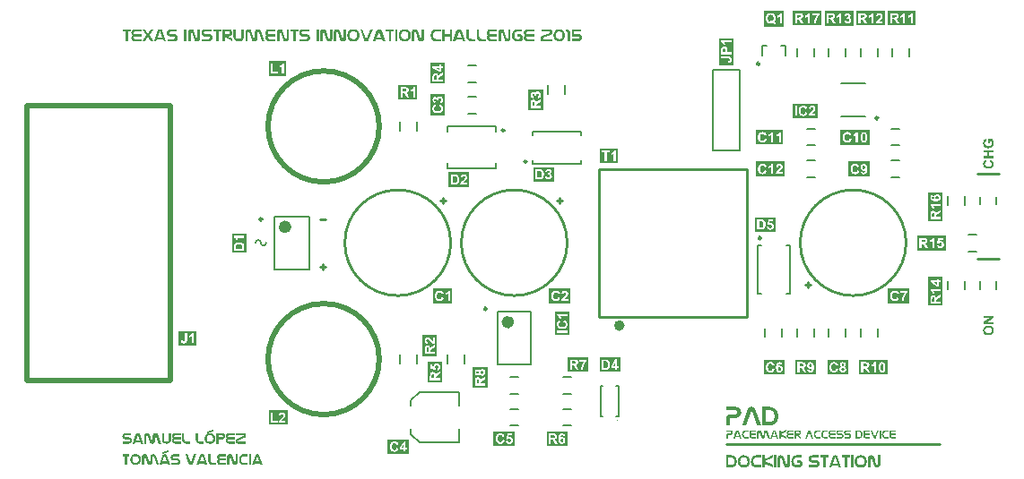
<source format=gto>
%FSLAX25Y25*%
%MOIN*%
G70*
G01*
G75*
G04 Layer_Color=65535*
%ADD10R,0.02165X0.03150*%
%ADD11R,0.07087X0.04921*%
%ADD12O,0.05315X0.01181*%
%ADD13R,0.06181X0.07402*%
%ADD14R,0.04921X0.07087*%
%ADD15R,0.06496X0.04724*%
%ADD16R,0.02756X0.03150*%
%ADD17R,0.07874X0.07874*%
%ADD18R,0.07874X0.07874*%
%ADD19R,0.06378X0.08583*%
%ADD20O,0.06890X0.03347*%
%ADD21O,0.05709X0.02362*%
%ADD22R,0.09252X0.06299*%
%ADD23C,0.02000*%
%ADD24C,0.01000*%
%ADD25C,0.03000*%
%ADD26C,0.04000*%
%ADD27C,0.05000*%
%ADD28C,0.05906*%
%ADD29R,0.05906X0.05906*%
%ADD30C,0.23622*%
%ADD31O,0.09843X0.05906*%
%ADD32O,0.05906X0.09843*%
%ADD33C,0.06299*%
%ADD34O,0.11811X0.06890*%
%ADD35O,0.29528X0.17716*%
%ADD36C,0.04000*%
%ADD37C,0.02362*%
%ADD38C,0.04724*%
%ADD39C,0.00984*%
%ADD40C,0.00394*%
%ADD41C,0.01969*%
%ADD42C,0.02362*%
%ADD43C,0.00787*%
G36*
X86303Y168119D02*
X86388Y168104D01*
X86488Y168081D01*
X86595Y168042D01*
X86710Y167996D01*
X86818Y167935D01*
X86833Y167927D01*
X86864Y167904D01*
X86918Y167858D01*
X86979Y167804D01*
X87041Y167735D01*
X87110Y167651D01*
X87164Y167559D01*
X87210Y167451D01*
X88124Y164671D01*
Y164663D01*
X88131Y164648D01*
X88147Y164602D01*
X88170Y164540D01*
X88200Y164487D01*
X88208Y164479D01*
X88231Y164463D01*
X88270Y164448D01*
X88323Y164440D01*
X88331D01*
X88362Y164448D01*
X88408Y164456D01*
X88454Y164479D01*
X88500Y164517D01*
X88546Y164579D01*
X88577Y164655D01*
X88584Y164763D01*
Y168119D01*
X89552D01*
Y164686D01*
Y164671D01*
Y164640D01*
X89544Y164586D01*
X89537Y164525D01*
X89529Y164448D01*
X89514Y164371D01*
X89483Y164287D01*
X89452Y164202D01*
X89445Y164195D01*
X89437Y164164D01*
X89414Y164126D01*
X89383Y164079D01*
X89345Y164018D01*
X89306Y163957D01*
X89191Y163834D01*
X89183Y163826D01*
X89160Y163811D01*
X89130Y163780D01*
X89083Y163749D01*
X89030Y163711D01*
X88961Y163672D01*
X88892Y163634D01*
X88807Y163603D01*
X88799D01*
X88769Y163588D01*
X88723Y163580D01*
X88669Y163565D01*
X88600Y163549D01*
X88515Y163542D01*
X88431Y163526D01*
X88277D01*
X88208Y163534D01*
X88116Y163549D01*
X88016Y163573D01*
X87909Y163611D01*
X87793Y163657D01*
X87678Y163718D01*
X87663Y163726D01*
X87632Y163757D01*
X87586Y163795D01*
X87524Y163857D01*
X87463Y163926D01*
X87394Y164010D01*
X87340Y164110D01*
X87294Y164218D01*
X86388Y166998D01*
Y167006D01*
X86380Y167013D01*
X86365Y167059D01*
X86342Y167113D01*
X86311Y167159D01*
X86303Y167167D01*
X86280Y167190D01*
X86242Y167213D01*
X86188Y167221D01*
X86181D01*
X86150Y167213D01*
X86104Y167205D01*
X86058Y167182D01*
X86011Y167144D01*
X85966Y167090D01*
X85935Y167013D01*
X85927Y166906D01*
Y163565D01*
X84959D01*
Y166982D01*
Y166998D01*
Y167029D01*
X84967Y167075D01*
X84975Y167136D01*
X84982Y167205D01*
X84998Y167290D01*
X85021Y167367D01*
X85052Y167451D01*
X85059Y167459D01*
X85067Y167489D01*
X85090Y167528D01*
X85121Y167574D01*
X85198Y167697D01*
X85305Y167812D01*
X85313Y167820D01*
X85336Y167835D01*
X85374Y167866D01*
X85420Y167896D01*
X85474Y167935D01*
X85543Y167973D01*
X85620Y168012D01*
X85697Y168042D01*
X85704Y168050D01*
X85735Y168058D01*
X85781Y168073D01*
X85843Y168088D01*
X85912Y168104D01*
X85988Y168111D01*
X86081Y168127D01*
X86234D01*
X86303Y168119D01*
D02*
G37*
G36*
X53272D02*
X53356Y168104D01*
X53456Y168081D01*
X53563Y168042D01*
X53679Y167996D01*
X53786Y167935D01*
X53802Y167927D01*
X53832Y167904D01*
X53886Y167858D01*
X53948Y167804D01*
X54009Y167735D01*
X54078Y167651D01*
X54132Y167559D01*
X54178Y167451D01*
X55092Y164671D01*
Y164663D01*
X55099Y164648D01*
X55115Y164602D01*
X55138Y164540D01*
X55169Y164487D01*
X55176Y164479D01*
X55199Y164463D01*
X55238Y164448D01*
X55291Y164440D01*
X55299D01*
X55330Y164448D01*
X55376Y164456D01*
X55422Y164479D01*
X55468Y164517D01*
X55514Y164579D01*
X55545Y164655D01*
X55553Y164763D01*
Y168119D01*
X56520D01*
Y164686D01*
Y164671D01*
Y164640D01*
X56513Y164586D01*
X56505Y164525D01*
X56497Y164448D01*
X56482Y164371D01*
X56451Y164287D01*
X56420Y164202D01*
X56413Y164195D01*
X56405Y164164D01*
X56382Y164126D01*
X56351Y164079D01*
X56313Y164018D01*
X56275Y163957D01*
X56159Y163834D01*
X56152Y163826D01*
X56129Y163811D01*
X56098Y163780D01*
X56052Y163749D01*
X55998Y163711D01*
X55929Y163672D01*
X55860Y163634D01*
X55775Y163603D01*
X55768D01*
X55737Y163588D01*
X55691Y163580D01*
X55637Y163565D01*
X55568Y163549D01*
X55484Y163542D01*
X55399Y163526D01*
X55246D01*
X55176Y163534D01*
X55084Y163549D01*
X54984Y163573D01*
X54877Y163611D01*
X54762Y163657D01*
X54646Y163718D01*
X54631Y163726D01*
X54600Y163757D01*
X54554Y163795D01*
X54493Y163857D01*
X54431Y163926D01*
X54362Y164010D01*
X54308Y164110D01*
X54262Y164218D01*
X53356Y166998D01*
Y167006D01*
X53348Y167013D01*
X53333Y167059D01*
X53310Y167113D01*
X53279Y167159D01*
X53272Y167167D01*
X53249Y167190D01*
X53210Y167213D01*
X53157Y167221D01*
X53149D01*
X53118Y167213D01*
X53072Y167205D01*
X53026Y167182D01*
X52980Y167144D01*
X52934Y167090D01*
X52903Y167013D01*
X52895Y166906D01*
Y163565D01*
X51928D01*
Y166982D01*
Y166998D01*
Y167029D01*
X51935Y167075D01*
X51943Y167136D01*
X51951Y167205D01*
X51966Y167290D01*
X51989Y167367D01*
X52020Y167451D01*
X52027Y167459D01*
X52035Y167489D01*
X52058Y167528D01*
X52089Y167574D01*
X52166Y167697D01*
X52273Y167812D01*
X52281Y167820D01*
X52304Y167835D01*
X52342Y167866D01*
X52389Y167896D01*
X52442Y167935D01*
X52511Y167973D01*
X52588Y168012D01*
X52665Y168042D01*
X52673Y168050D01*
X52703Y168058D01*
X52750Y168073D01*
X52811Y168088D01*
X52880Y168104D01*
X52957Y168111D01*
X53049Y168127D01*
X53203D01*
X53272Y168119D01*
D02*
G37*
G36*
X102401D02*
X102485Y168104D01*
X102585Y168081D01*
X102692Y168042D01*
X102808Y167996D01*
X102915Y167935D01*
X102931Y167927D01*
X102961Y167904D01*
X103015Y167858D01*
X103077Y167804D01*
X103138Y167735D01*
X103207Y167651D01*
X103261Y167559D01*
X103307Y167451D01*
X104221Y164671D01*
Y164663D01*
X104228Y164648D01*
X104244Y164602D01*
X104267Y164540D01*
X104298Y164487D01*
X104305Y164479D01*
X104328Y164463D01*
X104367Y164448D01*
X104420Y164440D01*
X104428D01*
X104459Y164448D01*
X104505Y164456D01*
X104551Y164479D01*
X104597Y164517D01*
X104643Y164579D01*
X104674Y164655D01*
X104682Y164763D01*
Y168119D01*
X105649D01*
Y164686D01*
Y164671D01*
Y164640D01*
X105642Y164586D01*
X105634Y164525D01*
X105626Y164448D01*
X105611Y164371D01*
X105580Y164287D01*
X105550Y164202D01*
X105542Y164195D01*
X105534Y164164D01*
X105511Y164126D01*
X105480Y164079D01*
X105442Y164018D01*
X105403Y163957D01*
X105288Y163834D01*
X105281Y163826D01*
X105258Y163811D01*
X105227Y163780D01*
X105181Y163749D01*
X105127Y163711D01*
X105058Y163672D01*
X104989Y163634D01*
X104904Y163603D01*
X104897D01*
X104866Y163588D01*
X104820Y163580D01*
X104766Y163565D01*
X104697Y163549D01*
X104613Y163542D01*
X104528Y163526D01*
X104374D01*
X104305Y163534D01*
X104213Y163549D01*
X104113Y163573D01*
X104006Y163611D01*
X103891Y163657D01*
X103775Y163718D01*
X103760Y163726D01*
X103729Y163757D01*
X103683Y163795D01*
X103622Y163857D01*
X103560Y163926D01*
X103491Y164010D01*
X103437Y164110D01*
X103391Y164218D01*
X102485Y166998D01*
Y167006D01*
X102478Y167013D01*
X102462Y167059D01*
X102439Y167113D01*
X102408Y167159D01*
X102401Y167167D01*
X102378Y167190D01*
X102339Y167213D01*
X102286Y167221D01*
X102278D01*
X102247Y167213D01*
X102201Y167205D01*
X102155Y167182D01*
X102109Y167144D01*
X102063Y167090D01*
X102032Y167013D01*
X102024Y166906D01*
Y163565D01*
X101057D01*
Y166982D01*
Y166998D01*
Y167029D01*
X101064Y167075D01*
X101072Y167136D01*
X101080Y167205D01*
X101095Y167290D01*
X101118Y167367D01*
X101149Y167451D01*
X101156Y167459D01*
X101164Y167489D01*
X101187Y167528D01*
X101218Y167574D01*
X101295Y167697D01*
X101402Y167812D01*
X101410Y167820D01*
X101433Y167835D01*
X101471Y167866D01*
X101517Y167896D01*
X101571Y167935D01*
X101640Y167973D01*
X101717Y168012D01*
X101794Y168042D01*
X101802Y168050D01*
X101832Y168058D01*
X101878Y168073D01*
X101940Y168088D01*
X102009Y168104D01*
X102086Y168111D01*
X102178Y168127D01*
X102331D01*
X102401Y168119D01*
D02*
G37*
G36*
X107485D02*
X107569Y168104D01*
X107669Y168081D01*
X107777Y168042D01*
X107892Y167996D01*
X107999Y167935D01*
X108015Y167927D01*
X108045Y167904D01*
X108099Y167858D01*
X108161Y167804D01*
X108222Y167735D01*
X108291Y167651D01*
X108345Y167559D01*
X108391Y167451D01*
X109305Y164671D01*
Y164663D01*
X109313Y164648D01*
X109328Y164602D01*
X109351Y164540D01*
X109382Y164487D01*
X109389Y164479D01*
X109413Y164463D01*
X109451Y164448D01*
X109505Y164440D01*
X109512D01*
X109543Y164448D01*
X109589Y164456D01*
X109635Y164479D01*
X109681Y164517D01*
X109727Y164579D01*
X109758Y164655D01*
X109766Y164763D01*
Y168119D01*
X110733D01*
Y164686D01*
Y164671D01*
Y164640D01*
X110726Y164586D01*
X110718Y164525D01*
X110710Y164448D01*
X110695Y164371D01*
X110664Y164287D01*
X110634Y164202D01*
X110626Y164195D01*
X110618Y164164D01*
X110595Y164126D01*
X110564Y164079D01*
X110526Y164018D01*
X110488Y163957D01*
X110372Y163834D01*
X110365Y163826D01*
X110342Y163811D01*
X110311Y163780D01*
X110265Y163749D01*
X110211Y163711D01*
X110142Y163672D01*
X110073Y163634D01*
X109988Y163603D01*
X109981D01*
X109950Y163588D01*
X109904Y163580D01*
X109850Y163565D01*
X109781Y163549D01*
X109697Y163542D01*
X109612Y163526D01*
X109459D01*
X109389Y163534D01*
X109297Y163549D01*
X109197Y163573D01*
X109090Y163611D01*
X108975Y163657D01*
X108860Y163718D01*
X108844Y163726D01*
X108814Y163757D01*
X108767Y163795D01*
X108706Y163857D01*
X108644Y163926D01*
X108575Y164010D01*
X108522Y164110D01*
X108475Y164218D01*
X107569Y166998D01*
Y167006D01*
X107562Y167013D01*
X107546Y167059D01*
X107523Y167113D01*
X107492Y167159D01*
X107485Y167167D01*
X107462Y167190D01*
X107423Y167213D01*
X107370Y167221D01*
X107362D01*
X107331Y167213D01*
X107285Y167205D01*
X107239Y167182D01*
X107193Y167144D01*
X107147Y167090D01*
X107116Y167013D01*
X107108Y166906D01*
Y163565D01*
X106141D01*
Y166982D01*
Y166998D01*
Y167029D01*
X106149Y167075D01*
X106156Y167136D01*
X106164Y167205D01*
X106179Y167290D01*
X106202Y167367D01*
X106233Y167451D01*
X106241Y167459D01*
X106248Y167489D01*
X106271Y167528D01*
X106302Y167574D01*
X106379Y167697D01*
X106486Y167812D01*
X106494Y167820D01*
X106517Y167835D01*
X106555Y167866D01*
X106602Y167896D01*
X106655Y167935D01*
X106725Y167973D01*
X106801Y168012D01*
X106878Y168042D01*
X106886Y168050D01*
X106916Y168058D01*
X106963Y168073D01*
X107024Y168088D01*
X107093Y168104D01*
X107170Y168111D01*
X107262Y168127D01*
X107416D01*
X107485Y168119D01*
D02*
G37*
G36*
X297409Y39498D02*
X289567D01*
Y44989D01*
X297409D01*
Y39498D01*
D02*
G37*
G36*
X273833D02*
X265945D01*
Y44989D01*
X273833D01*
Y39498D01*
D02*
G37*
G36*
X173468Y12923D02*
X165551D01*
Y18415D01*
X173468D01*
Y12923D01*
D02*
G37*
G36*
X269279Y8516D02*
X266330Y7194D01*
X269279Y5835D01*
Y4883D01*
X266353Y6327D01*
Y4921D01*
X265431D01*
Y9476D01*
X266353D01*
Y8070D01*
X269279Y9522D01*
Y8516D01*
D02*
G37*
G36*
X67080Y168111D02*
X67172Y168104D01*
X67272Y168088D01*
X67387Y168073D01*
X67495Y168042D01*
X67603Y168004D01*
X67618Y167996D01*
X67649Y167981D01*
X67702Y167958D01*
X67764Y167927D01*
X67841Y167881D01*
X67918Y167835D01*
X67994Y167773D01*
X68063Y167704D01*
X68071Y167697D01*
X68094Y167674D01*
X68125Y167635D01*
X68163Y167581D01*
X68209Y167520D01*
X68255Y167443D01*
X68294Y167367D01*
X68325Y167274D01*
X68332Y167267D01*
X68340Y167228D01*
X68355Y167182D01*
X68371Y167121D01*
X68386Y167036D01*
X68394Y166952D01*
X68409Y166852D01*
Y166752D01*
Y166744D01*
Y166714D01*
Y166668D01*
X68401Y166606D01*
X68394Y166529D01*
X68378Y166445D01*
X68332Y166268D01*
Y166261D01*
X68317Y166230D01*
X68301Y166184D01*
X68271Y166122D01*
X68240Y166053D01*
X68194Y165976D01*
X68140Y165900D01*
X68079Y165823D01*
X68071Y165815D01*
X68048Y165792D01*
X68010Y165754D01*
X67956Y165715D01*
X67887Y165662D01*
X67810Y165615D01*
X67718Y165562D01*
X67618Y165516D01*
X67603Y165508D01*
X67572Y165500D01*
X67510Y165477D01*
X67434Y165462D01*
X67334Y165439D01*
X67219Y165416D01*
X67088Y165408D01*
X66950Y165400D01*
X66658D01*
X68447Y164494D01*
Y163480D01*
X65590Y165208D01*
Y163565D01*
X64669D01*
Y168119D01*
X67011D01*
X67080Y168111D01*
D02*
G37*
G36*
X320046Y66078D02*
X312205D01*
Y71564D01*
X320046D01*
Y66078D01*
D02*
G37*
G36*
X188030Y111348D02*
X180315D01*
Y116788D01*
X188030D01*
Y111348D01*
D02*
G37*
G36*
X41660Y168111D02*
X41736Y168104D01*
X41829Y168081D01*
X41921Y168058D01*
X42020Y168019D01*
X42113Y167965D01*
X42120Y167958D01*
X42151Y167935D01*
X42197Y167904D01*
X42251Y167858D01*
X42305Y167789D01*
X42366Y167712D01*
X42420Y167620D01*
X42466Y167512D01*
X43848Y163565D01*
X42904D01*
X42673Y164195D01*
X40400D01*
X40177Y163565D01*
X39240D01*
X40615Y167512D01*
X40623Y167528D01*
X40638Y167566D01*
X40661Y167620D01*
X40699Y167681D01*
X40746Y167758D01*
X40807Y167835D01*
X40884Y167904D01*
X40968Y167965D01*
X40976Y167973D01*
X41014Y167989D01*
X41061Y168012D01*
X41130Y168042D01*
X41214Y168073D01*
X41314Y168096D01*
X41421Y168111D01*
X41544Y168119D01*
X41598D01*
X41660Y168111D01*
D02*
G37*
G36*
X47850Y167205D02*
X45438D01*
X45400Y167198D01*
X45346Y167190D01*
X45285Y167167D01*
X45269Y167159D01*
X45238Y167144D01*
X45192Y167113D01*
X45146Y167075D01*
X45139Y167067D01*
X45116Y167036D01*
X45085Y166990D01*
X45054Y166929D01*
X45046Y166913D01*
X45039Y166883D01*
X45023Y166829D01*
X45016Y166760D01*
Y166752D01*
Y166729D01*
X45023Y166691D01*
X45031Y166645D01*
X45046Y166598D01*
X45070Y166545D01*
X45100Y166491D01*
X45146Y166437D01*
X45154Y166429D01*
X45169Y166414D01*
X45200Y166399D01*
X45231Y166376D01*
X45277Y166345D01*
X45331Y166330D01*
X45392Y166314D01*
X45454Y166307D01*
X46744D01*
X46790Y166299D01*
X46851D01*
X46913Y166291D01*
X47066Y166261D01*
X47235Y166222D01*
X47412Y166161D01*
X47581Y166076D01*
X47665Y166023D01*
X47742Y165961D01*
X47750D01*
X47758Y165946D01*
X47780Y165923D01*
X47804Y165900D01*
X47834Y165861D01*
X47865Y165823D01*
X47903Y165769D01*
X47942Y165708D01*
X47980Y165638D01*
X48019Y165569D01*
X48049Y165485D01*
X48080Y165393D01*
X48103Y165293D01*
X48126Y165193D01*
X48134Y165078D01*
X48142Y164955D01*
Y164924D01*
Y164917D01*
Y164893D01*
Y164863D01*
X48134Y164817D01*
X48126Y164755D01*
X48118Y164694D01*
X48095Y164540D01*
X48049Y164379D01*
X47980Y164210D01*
X47934Y164126D01*
X47880Y164049D01*
X47819Y163972D01*
X47750Y163903D01*
X47742D01*
X47734Y163887D01*
X47711Y163872D01*
X47681Y163849D01*
X47635Y163826D01*
X47589Y163795D01*
X47535Y163765D01*
X47466Y163734D01*
X47396Y163703D01*
X47312Y163672D01*
X47227Y163642D01*
X47128Y163619D01*
X46913Y163580D01*
X46790Y163573D01*
X46667Y163565D01*
X44332D01*
Y164463D01*
X46851D01*
X46882Y164471D01*
X46920Y164479D01*
X46966Y164494D01*
X47012Y164517D01*
X47059Y164548D01*
X47105Y164594D01*
X47112Y164602D01*
X47128Y164617D01*
X47143Y164648D01*
X47166Y164686D01*
X47189Y164740D01*
X47212Y164801D01*
X47220Y164863D01*
X47227Y164940D01*
Y164947D01*
Y164970D01*
X47220Y165009D01*
X47212Y165047D01*
X47197Y165101D01*
X47174Y165155D01*
X47143Y165208D01*
X47105Y165262D01*
X47097Y165270D01*
X47082Y165285D01*
X47059Y165308D01*
X47028Y165331D01*
X46982Y165354D01*
X46936Y165377D01*
X46882Y165393D01*
X46821Y165400D01*
X45507D01*
X45430Y165408D01*
X45338Y165416D01*
X45231Y165431D01*
X45116Y165446D01*
X45000Y165477D01*
X44885Y165516D01*
X44870Y165523D01*
X44839Y165539D01*
X44785Y165562D01*
X44724Y165600D01*
X44655Y165646D01*
X44578Y165700D01*
X44501Y165761D01*
X44432Y165831D01*
X44424Y165838D01*
X44401Y165869D01*
X44378Y165907D01*
X44340Y165961D01*
X44302Y166023D01*
X44255Y166099D01*
X44217Y166184D01*
X44186Y166268D01*
Y166276D01*
X44171Y166314D01*
X44163Y166360D01*
X44148Y166422D01*
X44133Y166491D01*
X44125Y166576D01*
X44109Y166752D01*
Y166768D01*
Y166798D01*
X44117Y166852D01*
Y166921D01*
X44125Y166998D01*
X44140Y167090D01*
X44186Y167274D01*
X44194Y167282D01*
X44202Y167313D01*
X44225Y167359D01*
X44248Y167420D01*
X44286Y167489D01*
X44332Y167559D01*
X44386Y167635D01*
X44447Y167704D01*
X44455Y167712D01*
X44478Y167735D01*
X44524Y167773D01*
X44578Y167812D01*
X44639Y167866D01*
X44716Y167912D01*
X44808Y167958D01*
X44908Y168004D01*
X44923Y168012D01*
X44954Y168019D01*
X45016Y168042D01*
X45092Y168065D01*
X45192Y168081D01*
X45307Y168104D01*
X45438Y168111D01*
X45576Y168119D01*
X47850D01*
Y167205D01*
D02*
G37*
G36*
X60691D02*
X58279D01*
X58241Y167198D01*
X58187Y167190D01*
X58126Y167167D01*
X58110Y167159D01*
X58079Y167144D01*
X58033Y167113D01*
X57987Y167075D01*
X57980Y167067D01*
X57956Y167036D01*
X57926Y166990D01*
X57895Y166929D01*
X57887Y166913D01*
X57880Y166883D01*
X57864Y166829D01*
X57857Y166760D01*
Y166752D01*
Y166729D01*
X57864Y166691D01*
X57872Y166645D01*
X57887Y166598D01*
X57910Y166545D01*
X57941Y166491D01*
X57987Y166437D01*
X57995Y166429D01*
X58010Y166414D01*
X58041Y166399D01*
X58072Y166376D01*
X58118Y166345D01*
X58171Y166330D01*
X58233Y166314D01*
X58294Y166307D01*
X59585D01*
X59631Y166299D01*
X59692D01*
X59754Y166291D01*
X59907Y166261D01*
X60076Y166222D01*
X60253Y166161D01*
X60422Y166076D01*
X60506Y166023D01*
X60583Y165961D01*
X60591D01*
X60598Y165946D01*
X60622Y165923D01*
X60645Y165900D01*
X60675Y165861D01*
X60706Y165823D01*
X60744Y165769D01*
X60783Y165708D01*
X60821Y165638D01*
X60860Y165569D01*
X60890Y165485D01*
X60921Y165393D01*
X60944Y165293D01*
X60967Y165193D01*
X60975Y165078D01*
X60982Y164955D01*
Y164924D01*
Y164917D01*
Y164893D01*
Y164863D01*
X60975Y164817D01*
X60967Y164755D01*
X60959Y164694D01*
X60936Y164540D01*
X60890Y164379D01*
X60821Y164210D01*
X60775Y164126D01*
X60721Y164049D01*
X60660Y163972D01*
X60591Y163903D01*
X60583D01*
X60575Y163887D01*
X60552Y163872D01*
X60522Y163849D01*
X60475Y163826D01*
X60430Y163795D01*
X60376Y163765D01*
X60307Y163734D01*
X60237Y163703D01*
X60153Y163672D01*
X60069Y163642D01*
X59969Y163619D01*
X59754Y163580D01*
X59631Y163573D01*
X59508Y163565D01*
X57173D01*
Y164463D01*
X59692D01*
X59723Y164471D01*
X59761Y164479D01*
X59807Y164494D01*
X59854Y164517D01*
X59899Y164548D01*
X59946Y164594D01*
X59953Y164602D01*
X59969Y164617D01*
X59984Y164648D01*
X60007Y164686D01*
X60030Y164740D01*
X60053Y164801D01*
X60061Y164863D01*
X60069Y164940D01*
Y164947D01*
Y164970D01*
X60061Y165009D01*
X60053Y165047D01*
X60038Y165101D01*
X60015Y165155D01*
X59984Y165208D01*
X59946Y165262D01*
X59938Y165270D01*
X59923Y165285D01*
X59899Y165308D01*
X59869Y165331D01*
X59823Y165354D01*
X59777Y165377D01*
X59723Y165393D01*
X59662Y165400D01*
X58348D01*
X58271Y165408D01*
X58179Y165416D01*
X58072Y165431D01*
X57956Y165446D01*
X57841Y165477D01*
X57726Y165516D01*
X57711Y165523D01*
X57680Y165539D01*
X57626Y165562D01*
X57565Y165600D01*
X57496Y165646D01*
X57419Y165700D01*
X57342Y165761D01*
X57273Y165831D01*
X57265Y165838D01*
X57242Y165869D01*
X57219Y165907D01*
X57181Y165961D01*
X57142Y166023D01*
X57096Y166099D01*
X57058Y166184D01*
X57027Y166268D01*
Y166276D01*
X57012Y166314D01*
X57004Y166360D01*
X56989Y166422D01*
X56973Y166491D01*
X56966Y166576D01*
X56950Y166752D01*
Y166768D01*
Y166798D01*
X56958Y166852D01*
Y166921D01*
X56966Y166998D01*
X56981Y167090D01*
X57027Y167274D01*
X57035Y167282D01*
X57043Y167313D01*
X57066Y167359D01*
X57089Y167420D01*
X57127Y167489D01*
X57173Y167559D01*
X57227Y167635D01*
X57288Y167704D01*
X57296Y167712D01*
X57319Y167735D01*
X57365Y167773D01*
X57419Y167812D01*
X57480Y167866D01*
X57557Y167912D01*
X57649Y167958D01*
X57749Y168004D01*
X57765Y168012D01*
X57795Y168019D01*
X57857Y168042D01*
X57933Y168065D01*
X58033Y168081D01*
X58148Y168104D01*
X58279Y168111D01*
X58417Y168119D01*
X60691D01*
Y167205D01*
D02*
G37*
G36*
X51436Y163565D02*
X50515D01*
Y168119D01*
X51436D01*
Y163565D01*
D02*
G37*
G36*
X168641Y168119D02*
X168725Y168104D01*
X168825Y168081D01*
X168932Y168042D01*
X169048Y167996D01*
X169155Y167935D01*
X169171Y167927D01*
X169201Y167904D01*
X169255Y167858D01*
X169316Y167804D01*
X169378Y167735D01*
X169447Y167651D01*
X169501Y167559D01*
X169547Y167451D01*
X170461Y164671D01*
Y164663D01*
X170468Y164648D01*
X170484Y164602D01*
X170507Y164540D01*
X170538Y164487D01*
X170545Y164479D01*
X170568Y164463D01*
X170607Y164448D01*
X170660Y164440D01*
X170668D01*
X170699Y164448D01*
X170745Y164456D01*
X170791Y164479D01*
X170837Y164517D01*
X170883Y164579D01*
X170914Y164655D01*
X170922Y164763D01*
Y168119D01*
X171889D01*
Y164686D01*
Y164671D01*
Y164640D01*
X171882Y164586D01*
X171874Y164525D01*
X171866Y164448D01*
X171851Y164371D01*
X171820Y164287D01*
X171790Y164202D01*
X171782Y164195D01*
X171774Y164164D01*
X171751Y164126D01*
X171720Y164079D01*
X171682Y164018D01*
X171643Y163957D01*
X171528Y163834D01*
X171521Y163826D01*
X171498Y163811D01*
X171467Y163780D01*
X171421Y163749D01*
X171367Y163711D01*
X171298Y163672D01*
X171229Y163634D01*
X171144Y163603D01*
X171137D01*
X171106Y163588D01*
X171060Y163580D01*
X171006Y163565D01*
X170937Y163549D01*
X170852Y163542D01*
X170768Y163526D01*
X170614D01*
X170545Y163534D01*
X170453Y163549D01*
X170353Y163573D01*
X170246Y163611D01*
X170131Y163657D01*
X170015Y163718D01*
X170000Y163726D01*
X169969Y163757D01*
X169923Y163795D01*
X169862Y163857D01*
X169800Y163926D01*
X169731Y164010D01*
X169677Y164110D01*
X169631Y164218D01*
X168725Y166998D01*
Y167006D01*
X168718Y167013D01*
X168702Y167059D01*
X168679Y167113D01*
X168648Y167159D01*
X168641Y167167D01*
X168618Y167190D01*
X168579Y167213D01*
X168526Y167221D01*
X168518D01*
X168487Y167213D01*
X168441Y167205D01*
X168395Y167182D01*
X168349Y167144D01*
X168303Y167090D01*
X168272Y167013D01*
X168264Y166906D01*
Y163565D01*
X167297D01*
Y166982D01*
Y166998D01*
Y167029D01*
X167304Y167075D01*
X167312Y167136D01*
X167320Y167205D01*
X167335Y167290D01*
X167358Y167367D01*
X167389Y167451D01*
X167396Y167459D01*
X167404Y167489D01*
X167427Y167528D01*
X167458Y167574D01*
X167535Y167697D01*
X167642Y167812D01*
X167650Y167820D01*
X167673Y167835D01*
X167711Y167866D01*
X167757Y167896D01*
X167811Y167935D01*
X167880Y167973D01*
X167957Y168012D01*
X168034Y168042D01*
X168042Y168050D01*
X168072Y168058D01*
X168118Y168073D01*
X168180Y168088D01*
X168249Y168104D01*
X168326Y168111D01*
X168418Y168127D01*
X168571D01*
X168641Y168119D01*
D02*
G37*
G36*
X136546D02*
X136630Y168104D01*
X136730Y168081D01*
X136838Y168042D01*
X136953Y167996D01*
X137060Y167935D01*
X137076Y167927D01*
X137107Y167904D01*
X137160Y167858D01*
X137222Y167804D01*
X137283Y167735D01*
X137352Y167651D01*
X137406Y167559D01*
X137452Y167451D01*
X138366Y164671D01*
Y164663D01*
X138374Y164648D01*
X138389Y164602D01*
X138412Y164540D01*
X138443Y164487D01*
X138451Y164479D01*
X138474Y164463D01*
X138512Y164448D01*
X138566Y164440D01*
X138574D01*
X138604Y164448D01*
X138650Y164456D01*
X138696Y164479D01*
X138742Y164517D01*
X138788Y164579D01*
X138819Y164655D01*
X138827Y164763D01*
Y168119D01*
X139795D01*
Y164686D01*
Y164671D01*
Y164640D01*
X139787Y164586D01*
X139779Y164525D01*
X139771Y164448D01*
X139756Y164371D01*
X139725Y164287D01*
X139695Y164202D01*
X139687Y164195D01*
X139679Y164164D01*
X139656Y164126D01*
X139626Y164079D01*
X139587Y164018D01*
X139549Y163957D01*
X139434Y163834D01*
X139426Y163826D01*
X139403Y163811D01*
X139372Y163780D01*
X139326Y163749D01*
X139272Y163711D01*
X139203Y163672D01*
X139134Y163634D01*
X139050Y163603D01*
X139042D01*
X139011Y163588D01*
X138965Y163580D01*
X138911Y163565D01*
X138842Y163549D01*
X138758Y163542D01*
X138673Y163526D01*
X138520D01*
X138451Y163534D01*
X138358Y163549D01*
X138259Y163573D01*
X138151Y163611D01*
X138036Y163657D01*
X137921Y163718D01*
X137905Y163726D01*
X137875Y163757D01*
X137829Y163795D01*
X137767Y163857D01*
X137706Y163926D01*
X137636Y164010D01*
X137583Y164110D01*
X137537Y164218D01*
X136630Y166998D01*
Y167006D01*
X136623Y167013D01*
X136607Y167059D01*
X136584Y167113D01*
X136554Y167159D01*
X136546Y167167D01*
X136523Y167190D01*
X136485Y167213D01*
X136431Y167221D01*
X136423D01*
X136392Y167213D01*
X136346Y167205D01*
X136300Y167182D01*
X136254Y167144D01*
X136208Y167090D01*
X136177Y167013D01*
X136170Y166906D01*
Y163565D01*
X135202D01*
Y166982D01*
Y166998D01*
Y167029D01*
X135210Y167075D01*
X135217Y167136D01*
X135225Y167205D01*
X135240Y167290D01*
X135263Y167367D01*
X135294Y167451D01*
X135302Y167459D01*
X135310Y167489D01*
X135333Y167528D01*
X135363Y167574D01*
X135440Y167697D01*
X135547Y167812D01*
X135555Y167820D01*
X135578Y167835D01*
X135617Y167866D01*
X135663Y167896D01*
X135716Y167935D01*
X135786Y167973D01*
X135862Y168012D01*
X135939Y168042D01*
X135947Y168050D01*
X135978Y168058D01*
X136024Y168073D01*
X136085Y168088D01*
X136154Y168104D01*
X136231Y168111D01*
X136323Y168127D01*
X136477D01*
X136546Y168119D01*
D02*
G37*
G36*
X156493Y109449D02*
X148819D01*
Y114820D01*
X156493D01*
Y109449D01*
D02*
G37*
G36*
X34625Y167205D02*
X32213D01*
X32175Y167198D01*
X32121Y167190D01*
X32059Y167167D01*
X32044Y167159D01*
X32013Y167144D01*
X31967Y167113D01*
X31921Y167075D01*
X31914Y167067D01*
X31891Y167036D01*
X31860Y166990D01*
X31829Y166929D01*
X31822Y166913D01*
X31814Y166883D01*
X31798Y166829D01*
X31791Y166760D01*
Y166752D01*
Y166729D01*
X31798Y166691D01*
X31806Y166645D01*
X31822Y166598D01*
X31844Y166545D01*
X31875Y166491D01*
X31914Y166437D01*
X31921Y166429D01*
X31937Y166414D01*
X31960Y166399D01*
X31998Y166376D01*
X32044Y166345D01*
X32098Y166330D01*
X32159Y166314D01*
X32228Y166307D01*
X34625D01*
Y165400D01*
X32213D01*
X32175Y165393D01*
X32121Y165385D01*
X32059Y165362D01*
X32044Y165354D01*
X32013Y165339D01*
X31967Y165301D01*
X31921Y165262D01*
X31914Y165254D01*
X31891Y165224D01*
X31860Y165178D01*
X31829Y165116D01*
X31822Y165101D01*
X31814Y165070D01*
X31798Y165016D01*
X31791Y164955D01*
Y164947D01*
Y164917D01*
X31798Y164878D01*
X31806Y164824D01*
X31822Y164771D01*
X31844Y164709D01*
X31875Y164648D01*
X31914Y164594D01*
X31921Y164586D01*
X31937Y164571D01*
X31960Y164556D01*
X31998Y164533D01*
X32044Y164502D01*
X32098Y164487D01*
X32159Y164471D01*
X32228Y164463D01*
X34625D01*
Y163565D01*
X32282D01*
X32213Y163573D01*
X32113Y163580D01*
X32006Y163596D01*
X31898Y163611D01*
X31775Y163642D01*
X31668Y163680D01*
X31653Y163688D01*
X31622Y163703D01*
X31568Y163726D01*
X31507Y163765D01*
X31430Y163811D01*
X31353Y163864D01*
X31276Y163926D01*
X31207Y163995D01*
X31199Y164003D01*
X31176Y164033D01*
X31153Y164072D01*
X31115Y164126D01*
X31076Y164187D01*
X31030Y164264D01*
X30992Y164348D01*
X30961Y164433D01*
Y164440D01*
X30946Y164479D01*
X30938Y164525D01*
X30923Y164586D01*
X30907Y164663D01*
X30900Y164748D01*
X30885Y164940D01*
Y164955D01*
Y164986D01*
X30892Y165047D01*
X30900Y165116D01*
X30915Y165201D01*
X30931Y165293D01*
X30961Y165385D01*
X31000Y165485D01*
X31007Y165500D01*
X31023Y165531D01*
X31046Y165577D01*
X31092Y165631D01*
X31138Y165692D01*
X31199Y165754D01*
X31276Y165807D01*
X31361Y165854D01*
X31353Y165861D01*
X31322Y165877D01*
X31276Y165900D01*
X31222Y165938D01*
X31161Y165992D01*
X31107Y166061D01*
X31046Y166138D01*
X31000Y166230D01*
X30992Y166245D01*
X30984Y166276D01*
X30961Y166330D01*
X30946Y166399D01*
X30923Y166476D01*
X30900Y166560D01*
X30892Y166660D01*
X30885Y166752D01*
Y166768D01*
Y166798D01*
X30892Y166860D01*
Y166929D01*
X30907Y167013D01*
X30923Y167105D01*
X30938Y167198D01*
X30969Y167290D01*
X30977Y167297D01*
X30984Y167336D01*
X31007Y167382D01*
X31038Y167443D01*
X31076Y167505D01*
X31123Y167581D01*
X31176Y167658D01*
X31238Y167727D01*
X31245Y167735D01*
X31269Y167758D01*
X31315Y167789D01*
X31368Y167835D01*
X31430Y167881D01*
X31507Y167927D01*
X31599Y167973D01*
X31699Y168012D01*
X31714Y168019D01*
X31745Y168027D01*
X31806Y168042D01*
X31883Y168065D01*
X31983Y168088D01*
X32090Y168104D01*
X32213Y168111D01*
X32351Y168119D01*
X34625D01*
Y167205D01*
D02*
G37*
G36*
X30585D02*
X29556D01*
Y163565D01*
X28650D01*
Y167205D01*
X27559D01*
Y168119D01*
X30585D01*
Y167205D01*
D02*
G37*
G36*
X258827Y9468D02*
X258873D01*
X258927Y9460D01*
X259057Y9437D01*
X259211Y9406D01*
X259387Y9360D01*
X259579Y9284D01*
X259771Y9191D01*
X259963Y9076D01*
X260055Y8999D01*
X260148Y8923D01*
X260240Y8838D01*
X260324Y8738D01*
X260409Y8638D01*
X260486Y8523D01*
X260555Y8400D01*
X260616Y8262D01*
X260678Y8116D01*
X260724Y7963D01*
X260762Y7794D01*
X260793Y7617D01*
X260808Y7425D01*
X260816Y7218D01*
Y7194D01*
Y7187D01*
Y7171D01*
Y7141D01*
Y7095D01*
X260808Y7049D01*
X260801Y6987D01*
X260793Y6918D01*
X260785Y6841D01*
X260754Y6665D01*
X260708Y6473D01*
X260639Y6273D01*
X260555Y6058D01*
X260447Y5843D01*
X260309Y5643D01*
X260232Y5543D01*
X260140Y5451D01*
X260048Y5359D01*
X259940Y5274D01*
X259825Y5198D01*
X259702Y5129D01*
X259572Y5067D01*
X259426Y5021D01*
X259272Y4975D01*
X259111Y4944D01*
X258934Y4929D01*
X258742Y4921D01*
X258343D01*
X258305Y4929D01*
X258258D01*
X258205Y4937D01*
X258074Y4960D01*
X257913Y4990D01*
X257736Y5044D01*
X257552Y5113D01*
X257360Y5205D01*
X257160Y5328D01*
X257068Y5397D01*
X256976Y5474D01*
X256884Y5566D01*
X256799Y5658D01*
X256715Y5766D01*
X256638Y5881D01*
X256569Y6004D01*
X256507Y6142D01*
X256454Y6288D01*
X256407Y6442D01*
X256369Y6611D01*
X256338Y6795D01*
X256323Y6987D01*
X256315Y7194D01*
Y7218D01*
Y7225D01*
Y7241D01*
Y7271D01*
X256323Y7317D01*
Y7363D01*
X256331Y7425D01*
X256338Y7494D01*
X256346Y7571D01*
X256384Y7740D01*
X256431Y7932D01*
X256492Y8139D01*
X256576Y8347D01*
X256692Y8554D01*
X256830Y8761D01*
X256907Y8861D01*
X256999Y8953D01*
X257091Y9038D01*
X257199Y9122D01*
X257314Y9199D01*
X257437Y9268D01*
X257567Y9330D01*
X257713Y9376D01*
X257867Y9422D01*
X258028Y9453D01*
X258205Y9468D01*
X258397Y9476D01*
X258788D01*
X258827Y9468D01*
D02*
G37*
G36*
X253958D02*
X254004D01*
X254058Y9460D01*
X254188Y9437D01*
X254349Y9406D01*
X254518Y9353D01*
X254710Y9284D01*
X254902Y9191D01*
X255094Y9076D01*
X255194Y8999D01*
X255286Y8923D01*
X255371Y8838D01*
X255455Y8738D01*
X255540Y8631D01*
X255616Y8523D01*
X255686Y8393D01*
X255747Y8262D01*
X255801Y8116D01*
X255847Y7955D01*
X255885Y7786D01*
X255916Y7609D01*
X255931Y7417D01*
X255939Y7210D01*
Y7202D01*
X255931Y7156D01*
Y7102D01*
X255924Y7041D01*
X255916Y6972D01*
X255901Y6895D01*
X255870Y6718D01*
X255824Y6519D01*
X255755Y6304D01*
X255670Y6089D01*
X255563Y5874D01*
X255424Y5658D01*
X255340Y5559D01*
X255256Y5466D01*
X255156Y5374D01*
X255048Y5290D01*
X254941Y5205D01*
X254818Y5136D01*
X254679Y5075D01*
X254541Y5021D01*
X254388Y4983D01*
X254219Y4944D01*
X254042Y4929D01*
X253858Y4921D01*
X251961D01*
Y9476D01*
X253919D01*
X253958Y9468D01*
D02*
G37*
G36*
X150139Y66078D02*
X142913D01*
Y71564D01*
X150139D01*
Y66078D01*
D02*
G37*
G36*
X270700Y4921D02*
X269778D01*
Y9476D01*
X270700D01*
Y4921D01*
D02*
G37*
G36*
X264955Y8562D02*
X263043D01*
X263012Y8554D01*
X262920Y8546D01*
X262813Y8523D01*
X262690Y8485D01*
X262575Y8423D01*
X262452Y8347D01*
X262352Y8239D01*
X262344Y8224D01*
X262329Y8208D01*
X262314Y8178D01*
X262298Y8139D01*
X262275Y8101D01*
X262252Y8047D01*
X262229Y7986D01*
X262206Y7916D01*
X262183Y7840D01*
X262160Y7755D01*
X262144Y7663D01*
X262129Y7555D01*
X262114Y7440D01*
X262106Y7317D01*
Y7187D01*
Y7171D01*
Y7125D01*
X262114Y7064D01*
X262122Y6972D01*
X262137Y6872D01*
X262160Y6757D01*
X262191Y6634D01*
X262229Y6503D01*
X262283Y6373D01*
X262344Y6250D01*
X262421Y6135D01*
X262521Y6035D01*
X262628Y5943D01*
X262759Y5881D01*
X262913Y5835D01*
X262989Y5827D01*
X263082Y5820D01*
X264955D01*
Y4921D01*
X263227D01*
X263189Y4929D01*
X263143D01*
X263089Y4937D01*
X262959Y4960D01*
X262797Y4990D01*
X262621Y5044D01*
X262436Y5113D01*
X262244Y5205D01*
X262045Y5328D01*
X261952Y5397D01*
X261860Y5474D01*
X261768Y5566D01*
X261684Y5658D01*
X261599Y5766D01*
X261522Y5881D01*
X261453Y6004D01*
X261392Y6142D01*
X261338Y6288D01*
X261292Y6442D01*
X261254Y6611D01*
X261223Y6795D01*
X261208Y6987D01*
X261200Y7194D01*
Y7218D01*
Y7225D01*
Y7241D01*
Y7271D01*
X261208Y7317D01*
Y7363D01*
X261215Y7425D01*
X261223Y7494D01*
X261231Y7571D01*
X261269Y7740D01*
X261315Y7932D01*
X261377Y8139D01*
X261461Y8347D01*
X261576Y8554D01*
X261714Y8761D01*
X261791Y8861D01*
X261883Y8953D01*
X261976Y9038D01*
X262083Y9122D01*
X262198Y9199D01*
X262321Y9268D01*
X262452Y9330D01*
X262598Y9376D01*
X262751Y9422D01*
X262913Y9453D01*
X263089Y9468D01*
X263281Y9476D01*
X264955D01*
Y8562D01*
D02*
G37*
G36*
X274238Y18139D02*
X272276Y17261D01*
X274238Y16356D01*
Y15722D01*
X272291Y16683D01*
Y15748D01*
X271678D01*
Y18778D01*
X272291D01*
Y17843D01*
X274238Y18809D01*
Y18139D01*
D02*
G37*
G36*
X193764Y54331D02*
X188278D01*
Y62910D01*
X193764D01*
Y54331D01*
D02*
G37*
G36*
X272535Y9476D02*
X272620Y9460D01*
X272720Y9437D01*
X272827Y9399D01*
X272943Y9353D01*
X273050Y9291D01*
X273065Y9284D01*
X273096Y9261D01*
X273150Y9214D01*
X273211Y9161D01*
X273273Y9092D01*
X273342Y9007D01*
X273396Y8915D01*
X273442Y8807D01*
X274356Y6027D01*
Y6019D01*
X274363Y6004D01*
X274379Y5958D01*
X274402Y5897D01*
X274432Y5843D01*
X274440Y5835D01*
X274463Y5820D01*
X274502Y5804D01*
X274555Y5797D01*
X274563D01*
X274594Y5804D01*
X274640Y5812D01*
X274686Y5835D01*
X274732Y5874D01*
X274778Y5935D01*
X274809Y6012D01*
X274816Y6119D01*
Y9476D01*
X275784D01*
Y6042D01*
Y6027D01*
Y5996D01*
X275777Y5943D01*
X275769Y5881D01*
X275761Y5804D01*
X275746Y5728D01*
X275715Y5643D01*
X275684Y5559D01*
X275677Y5551D01*
X275669Y5520D01*
X275646Y5482D01*
X275615Y5436D01*
X275577Y5374D01*
X275538Y5313D01*
X275423Y5190D01*
X275415Y5182D01*
X275393Y5167D01*
X275362Y5136D01*
X275316Y5106D01*
X275262Y5067D01*
X275193Y5029D01*
X275124Y4990D01*
X275039Y4960D01*
X275031D01*
X275001Y4944D01*
X274955Y4937D01*
X274901Y4921D01*
X274832Y4906D01*
X274747Y4898D01*
X274663Y4883D01*
X274509D01*
X274440Y4891D01*
X274348Y4906D01*
X274248Y4929D01*
X274141Y4967D01*
X274026Y5013D01*
X273910Y5075D01*
X273895Y5082D01*
X273864Y5113D01*
X273818Y5152D01*
X273757Y5213D01*
X273695Y5282D01*
X273626Y5367D01*
X273572Y5466D01*
X273526Y5574D01*
X272620Y8354D01*
Y8362D01*
X272612Y8370D01*
X272597Y8416D01*
X272574Y8469D01*
X272543Y8516D01*
X272535Y8523D01*
X272513Y8546D01*
X272474Y8569D01*
X272420Y8577D01*
X272413D01*
X272382Y8569D01*
X272336Y8562D01*
X272290Y8539D01*
X272244Y8500D01*
X272198Y8446D01*
X272167Y8370D01*
X272159Y8262D01*
Y4921D01*
X271192D01*
Y8339D01*
Y8354D01*
Y8385D01*
X271199Y8431D01*
X271207Y8493D01*
X271215Y8562D01*
X271230Y8646D01*
X271253Y8723D01*
X271284Y8807D01*
X271291Y8815D01*
X271299Y8846D01*
X271322Y8884D01*
X271353Y8930D01*
X271430Y9053D01*
X271537Y9168D01*
X271545Y9176D01*
X271568Y9191D01*
X271606Y9222D01*
X271652Y9253D01*
X271706Y9291D01*
X271775Y9330D01*
X271852Y9368D01*
X271929Y9399D01*
X271936Y9406D01*
X271967Y9414D01*
X272013Y9429D01*
X272075Y9445D01*
X272144Y9460D01*
X272221Y9468D01*
X272313Y9483D01*
X272466D01*
X272535Y9476D01*
D02*
G37*
G36*
X73622Y84843D02*
X68251D01*
Y91930D01*
X73622D01*
Y84843D01*
D02*
G37*
G36*
X306051Y9476D02*
X306136Y9460D01*
X306235Y9437D01*
X306343Y9399D01*
X306458Y9353D01*
X306566Y9291D01*
X306581Y9284D01*
X306612Y9261D01*
X306665Y9214D01*
X306727Y9161D01*
X306788Y9092D01*
X306857Y9007D01*
X306911Y8915D01*
X306957Y8807D01*
X307871Y6027D01*
Y6019D01*
X307879Y6004D01*
X307894Y5958D01*
X307917Y5897D01*
X307948Y5843D01*
X307956Y5835D01*
X307979Y5820D01*
X308017Y5804D01*
X308071Y5797D01*
X308079D01*
X308109Y5804D01*
X308155Y5812D01*
X308202Y5835D01*
X308247Y5874D01*
X308294Y5935D01*
X308324Y6012D01*
X308332Y6119D01*
Y9476D01*
X309300D01*
Y6042D01*
Y6027D01*
Y5996D01*
X309292Y5943D01*
X309284Y5881D01*
X309277Y5804D01*
X309261Y5728D01*
X309231Y5643D01*
X309200Y5559D01*
X309192Y5551D01*
X309185Y5520D01*
X309161Y5482D01*
X309131Y5436D01*
X309092Y5374D01*
X309054Y5313D01*
X308939Y5190D01*
X308931Y5182D01*
X308908Y5167D01*
X308877Y5136D01*
X308831Y5106D01*
X308777Y5067D01*
X308708Y5029D01*
X308639Y4990D01*
X308555Y4960D01*
X308547D01*
X308516Y4944D01*
X308470Y4937D01*
X308417Y4921D01*
X308347Y4906D01*
X308263Y4898D01*
X308178Y4883D01*
X308025D01*
X307956Y4891D01*
X307863Y4906D01*
X307764Y4929D01*
X307656Y4967D01*
X307541Y5013D01*
X307426Y5075D01*
X307410Y5082D01*
X307380Y5113D01*
X307334Y5152D01*
X307272Y5213D01*
X307211Y5282D01*
X307142Y5367D01*
X307088Y5466D01*
X307042Y5574D01*
X306136Y8354D01*
Y8362D01*
X306128Y8370D01*
X306113Y8416D01*
X306089Y8469D01*
X306059Y8516D01*
X306051Y8523D01*
X306028Y8546D01*
X305990Y8569D01*
X305936Y8577D01*
X305928D01*
X305897Y8569D01*
X305851Y8562D01*
X305805Y8539D01*
X305759Y8500D01*
X305713Y8446D01*
X305682Y8370D01*
X305675Y8262D01*
Y4921D01*
X304707D01*
Y8339D01*
Y8354D01*
Y8385D01*
X304715Y8431D01*
X304722Y8493D01*
X304730Y8562D01*
X304746Y8646D01*
X304768Y8723D01*
X304799Y8807D01*
X304807Y8815D01*
X304815Y8846D01*
X304838Y8884D01*
X304868Y8930D01*
X304945Y9053D01*
X305053Y9168D01*
X305060Y9176D01*
X305083Y9191D01*
X305122Y9222D01*
X305168Y9253D01*
X305222Y9291D01*
X305291Y9330D01*
X305367Y9368D01*
X305444Y9399D01*
X305452Y9406D01*
X305483Y9414D01*
X305529Y9429D01*
X305590Y9445D01*
X305659Y9460D01*
X305736Y9468D01*
X305828Y9483D01*
X305982D01*
X306051Y9476D01*
D02*
G37*
G36*
X298048Y8562D02*
X297019D01*
Y4921D01*
X296113D01*
Y8562D01*
X295023D01*
Y9476D01*
X298048D01*
Y8562D01*
D02*
G37*
G36*
X292642Y9468D02*
X292719Y9460D01*
X292811Y9437D01*
X292903Y9414D01*
X293003Y9376D01*
X293095Y9322D01*
X293103Y9314D01*
X293133Y9291D01*
X293179Y9261D01*
X293233Y9214D01*
X293287Y9145D01*
X293348Y9069D01*
X293402Y8976D01*
X293448Y8869D01*
X294831Y4921D01*
X293886D01*
X293655Y5551D01*
X291382D01*
X291160Y4921D01*
X290223D01*
X291597Y8869D01*
X291605Y8884D01*
X291620Y8923D01*
X291643Y8976D01*
X291682Y9038D01*
X291728Y9115D01*
X291789Y9191D01*
X291866Y9261D01*
X291951Y9322D01*
X291958Y9330D01*
X291997Y9345D01*
X292043Y9368D01*
X292112Y9399D01*
X292196Y9429D01*
X292296Y9453D01*
X292404Y9468D01*
X292527Y9476D01*
X292580D01*
X292642Y9468D01*
D02*
G37*
G36*
X134138Y9976D02*
X126181D01*
Y15462D01*
X134138D01*
Y9976D01*
D02*
G37*
G36*
X302280Y9468D02*
X302326D01*
X302380Y9460D01*
X302511Y9437D01*
X302664Y9406D01*
X302841Y9360D01*
X303033Y9284D01*
X303225Y9191D01*
X303417Y9076D01*
X303509Y8999D01*
X303601Y8923D01*
X303693Y8838D01*
X303778Y8738D01*
X303862Y8638D01*
X303939Y8523D01*
X304008Y8400D01*
X304070Y8262D01*
X304131Y8116D01*
X304177Y7963D01*
X304216Y7794D01*
X304246Y7617D01*
X304262Y7425D01*
X304269Y7218D01*
Y7194D01*
Y7187D01*
Y7171D01*
Y7141D01*
Y7095D01*
X304262Y7049D01*
X304254Y6987D01*
X304246Y6918D01*
X304239Y6841D01*
X304208Y6665D01*
X304162Y6473D01*
X304093Y6273D01*
X304008Y6058D01*
X303901Y5843D01*
X303762Y5643D01*
X303686Y5543D01*
X303593Y5451D01*
X303501Y5359D01*
X303394Y5274D01*
X303279Y5198D01*
X303156Y5129D01*
X303025Y5067D01*
X302879Y5021D01*
X302726Y4975D01*
X302564Y4944D01*
X302388Y4929D01*
X302196Y4921D01*
X301796D01*
X301758Y4929D01*
X301712D01*
X301658Y4937D01*
X301528Y4960D01*
X301366Y4990D01*
X301190Y5044D01*
X301005Y5113D01*
X300813Y5205D01*
X300614Y5328D01*
X300521Y5397D01*
X300429Y5474D01*
X300337Y5566D01*
X300253Y5658D01*
X300168Y5766D01*
X300091Y5881D01*
X300022Y6004D01*
X299961Y6142D01*
X299907Y6288D01*
X299861Y6442D01*
X299823Y6611D01*
X299792Y6795D01*
X299777Y6987D01*
X299769Y7194D01*
Y7218D01*
Y7225D01*
Y7241D01*
Y7271D01*
X299777Y7317D01*
Y7363D01*
X299784Y7425D01*
X299792Y7494D01*
X299799Y7571D01*
X299838Y7740D01*
X299884Y7932D01*
X299945Y8139D01*
X300030Y8347D01*
X300145Y8554D01*
X300283Y8761D01*
X300360Y8861D01*
X300452Y8953D01*
X300545Y9038D01*
X300652Y9122D01*
X300767Y9199D01*
X300890Y9268D01*
X301021Y9330D01*
X301167Y9376D01*
X301320Y9422D01*
X301482Y9453D01*
X301658Y9468D01*
X301850Y9476D01*
X302242D01*
X302280Y9468D01*
D02*
G37*
G36*
X299331Y4921D02*
X298410D01*
Y9476D01*
X299331D01*
Y4921D01*
D02*
G37*
G36*
X279977Y8562D02*
X278065D01*
X278034Y8554D01*
X277942Y8546D01*
X277835Y8523D01*
X277712Y8485D01*
X277597Y8423D01*
X277474Y8347D01*
X277374Y8239D01*
X277366Y8224D01*
X277351Y8208D01*
X277336Y8178D01*
X277320Y8139D01*
X277297Y8101D01*
X277274Y8047D01*
X277251Y7986D01*
X277228Y7916D01*
X277205Y7840D01*
X277182Y7755D01*
X277167Y7663D01*
X277151Y7555D01*
X277136Y7440D01*
X277128Y7317D01*
Y7187D01*
Y7171D01*
Y7125D01*
X277136Y7064D01*
X277144Y6972D01*
X277159Y6872D01*
X277182Y6757D01*
X277213Y6634D01*
X277251Y6503D01*
X277305Y6373D01*
X277366Y6250D01*
X277443Y6135D01*
X277543Y6035D01*
X277650Y5943D01*
X277781Y5881D01*
X277935Y5835D01*
X278011Y5827D01*
X278103Y5820D01*
X279041D01*
X279071Y5827D01*
X279125Y5835D01*
X279179Y5858D01*
X279194Y5866D01*
X279225Y5889D01*
X279263Y5920D01*
X279309Y5958D01*
X279317Y5973D01*
X279348Y6004D01*
X279371Y6050D01*
X279401Y6112D01*
Y6119D01*
X279409Y6127D01*
X279425Y6165D01*
X279432Y6227D01*
X279440Y6296D01*
Y6304D01*
Y6327D01*
X279432Y6365D01*
X279425Y6403D01*
X279409Y6457D01*
X279386Y6511D01*
X279355Y6565D01*
X279317Y6618D01*
X279309Y6626D01*
X279294Y6642D01*
X279271Y6665D01*
X279240Y6688D01*
X279194Y6711D01*
X279148Y6734D01*
X279087Y6749D01*
X279025Y6757D01*
X278257D01*
Y7663D01*
X279110D01*
X279163Y7655D01*
X279233Y7648D01*
X279309Y7640D01*
X279394Y7617D01*
X279486Y7594D01*
X279570Y7555D01*
X279578Y7548D01*
X279609Y7532D01*
X279655Y7509D01*
X279709Y7479D01*
X279778Y7440D01*
X279839Y7386D01*
X279908Y7333D01*
X279977Y7264D01*
X279985Y7256D01*
X280008Y7233D01*
X280039Y7194D01*
X280077Y7141D01*
X280123Y7072D01*
X280170Y6995D01*
X280216Y6910D01*
X280254Y6818D01*
X280262Y6810D01*
X280269Y6772D01*
X280285Y6726D01*
X280308Y6657D01*
X280323Y6572D01*
X280338Y6480D01*
X280346Y6373D01*
X280354Y6265D01*
Y6258D01*
Y6219D01*
X280346Y6173D01*
X280338Y6104D01*
X280331Y6027D01*
X280308Y5943D01*
X280285Y5858D01*
X280246Y5766D01*
X280239Y5758D01*
X280231Y5728D01*
X280208Y5682D01*
X280177Y5620D01*
X280131Y5559D01*
X280085Y5482D01*
X280031Y5413D01*
X279962Y5336D01*
X279954Y5328D01*
X279931Y5305D01*
X279893Y5267D01*
X279847Y5229D01*
X279785Y5175D01*
X279716Y5129D01*
X279632Y5075D01*
X279547Y5029D01*
X279540Y5021D01*
X279509Y5013D01*
X279463Y4998D01*
X279401Y4975D01*
X279325Y4952D01*
X279240Y4937D01*
X279156Y4929D01*
X279056Y4921D01*
X278250D01*
X278211Y4929D01*
X278165D01*
X278111Y4937D01*
X277981Y4960D01*
X277819Y4990D01*
X277643Y5044D01*
X277458Y5113D01*
X277266Y5205D01*
X277067Y5328D01*
X276975Y5397D01*
X276882Y5474D01*
X276790Y5566D01*
X276706Y5658D01*
X276621Y5766D01*
X276544Y5881D01*
X276475Y6004D01*
X276414Y6142D01*
X276360Y6288D01*
X276314Y6442D01*
X276276Y6611D01*
X276245Y6795D01*
X276230Y6987D01*
X276222Y7194D01*
Y7218D01*
Y7225D01*
Y7241D01*
Y7271D01*
X276230Y7317D01*
Y7363D01*
X276237Y7425D01*
X276245Y7494D01*
X276253Y7571D01*
X276291Y7740D01*
X276337Y7932D01*
X276399Y8139D01*
X276483Y8347D01*
X276598Y8554D01*
X276736Y8761D01*
X276813Y8861D01*
X276905Y8953D01*
X276998Y9038D01*
X277105Y9122D01*
X277220Y9199D01*
X277343Y9268D01*
X277474Y9330D01*
X277620Y9376D01*
X277773Y9422D01*
X277935Y9453D01*
X278111Y9468D01*
X278303Y9476D01*
X279977D01*
Y8562D01*
D02*
G37*
G36*
X194033Y66078D02*
X186221D01*
Y71564D01*
X194033D01*
Y66078D01*
D02*
G37*
G36*
X286406Y8562D02*
X283994D01*
X283956Y8554D01*
X283902Y8546D01*
X283840Y8523D01*
X283825Y8516D01*
X283794Y8500D01*
X283748Y8469D01*
X283702Y8431D01*
X283695Y8423D01*
X283671Y8393D01*
X283641Y8347D01*
X283610Y8285D01*
X283602Y8270D01*
X283595Y8239D01*
X283579Y8185D01*
X283572Y8116D01*
Y8108D01*
Y8085D01*
X283579Y8047D01*
X283587Y8001D01*
X283602Y7955D01*
X283626Y7901D01*
X283656Y7847D01*
X283702Y7794D01*
X283710Y7786D01*
X283725Y7771D01*
X283756Y7755D01*
X283787Y7732D01*
X283833Y7701D01*
X283887Y7686D01*
X283948Y7671D01*
X284010Y7663D01*
X285300D01*
X285346Y7655D01*
X285407D01*
X285469Y7648D01*
X285622Y7617D01*
X285791Y7579D01*
X285968Y7517D01*
X286137Y7433D01*
X286221Y7379D01*
X286298Y7317D01*
X286306D01*
X286314Y7302D01*
X286336Y7279D01*
X286360Y7256D01*
X286390Y7218D01*
X286421Y7179D01*
X286459Y7125D01*
X286498Y7064D01*
X286536Y6995D01*
X286575Y6926D01*
X286605Y6841D01*
X286636Y6749D01*
X286659Y6649D01*
X286682Y6549D01*
X286690Y6434D01*
X286698Y6311D01*
Y6281D01*
Y6273D01*
Y6250D01*
Y6219D01*
X286690Y6173D01*
X286682Y6112D01*
X286674Y6050D01*
X286651Y5897D01*
X286605Y5735D01*
X286536Y5566D01*
X286490Y5482D01*
X286436Y5405D01*
X286375Y5328D01*
X286306Y5259D01*
X286298D01*
X286290Y5244D01*
X286267Y5229D01*
X286237Y5205D01*
X286191Y5182D01*
X286144Y5152D01*
X286091Y5121D01*
X286022Y5090D01*
X285952Y5060D01*
X285868Y5029D01*
X285784Y4998D01*
X285684Y4975D01*
X285469Y4937D01*
X285346Y4929D01*
X285223Y4921D01*
X282888D01*
Y5820D01*
X285407D01*
X285438Y5827D01*
X285476Y5835D01*
X285522Y5850D01*
X285568Y5874D01*
X285615Y5904D01*
X285661Y5950D01*
X285668Y5958D01*
X285684Y5973D01*
X285699Y6004D01*
X285722Y6042D01*
X285745Y6096D01*
X285768Y6158D01*
X285776Y6219D01*
X285784Y6296D01*
Y6304D01*
Y6327D01*
X285776Y6365D01*
X285768Y6403D01*
X285753Y6457D01*
X285730Y6511D01*
X285699Y6565D01*
X285661Y6618D01*
X285653Y6626D01*
X285638Y6642D01*
X285615Y6665D01*
X285584Y6688D01*
X285538Y6711D01*
X285492Y6734D01*
X285438Y6749D01*
X285377Y6757D01*
X284063D01*
X283986Y6764D01*
X283894Y6772D01*
X283787Y6787D01*
X283671Y6803D01*
X283556Y6834D01*
X283441Y6872D01*
X283426Y6880D01*
X283395Y6895D01*
X283341Y6918D01*
X283280Y6956D01*
X283211Y7002D01*
X283134Y7056D01*
X283057Y7118D01*
X282988Y7187D01*
X282980Y7194D01*
X282957Y7225D01*
X282934Y7264D01*
X282896Y7317D01*
X282857Y7379D01*
X282811Y7456D01*
X282773Y7540D01*
X282742Y7625D01*
Y7632D01*
X282727Y7671D01*
X282719Y7717D01*
X282704Y7778D01*
X282688Y7847D01*
X282681Y7932D01*
X282665Y8108D01*
Y8124D01*
Y8155D01*
X282673Y8208D01*
Y8277D01*
X282681Y8354D01*
X282696Y8446D01*
X282742Y8631D01*
X282750Y8638D01*
X282758Y8669D01*
X282781Y8715D01*
X282804Y8777D01*
X282842Y8846D01*
X282888Y8915D01*
X282942Y8992D01*
X283003Y9061D01*
X283011Y9069D01*
X283034Y9092D01*
X283080Y9130D01*
X283134Y9168D01*
X283195Y9222D01*
X283272Y9268D01*
X283364Y9314D01*
X283464Y9360D01*
X283479Y9368D01*
X283510Y9376D01*
X283572Y9399D01*
X283648Y9422D01*
X283748Y9437D01*
X283863Y9460D01*
X283994Y9468D01*
X284132Y9476D01*
X286406D01*
Y8562D01*
D02*
G37*
G36*
X290023D02*
X288994D01*
Y4921D01*
X288088D01*
Y8562D01*
X286997D01*
Y9476D01*
X290023D01*
Y8562D01*
D02*
G37*
G36*
X147510Y136024D02*
X142018D01*
Y143877D01*
X147510D01*
Y136024D01*
D02*
G37*
G36*
X192495Y168111D02*
X192587Y168104D01*
X192687Y168096D01*
X192802Y168073D01*
X192910Y168050D01*
X193025Y168012D01*
X193040Y168004D01*
X193078Y167996D01*
X193132Y167973D01*
X193201Y167935D01*
X193286Y167896D01*
X193378Y167850D01*
X193462Y167789D01*
X193555Y167720D01*
X193562Y167712D01*
X193593Y167689D01*
X193639Y167643D01*
X193693Y167589D01*
X193754Y167512D01*
X193816Y167428D01*
X193877Y167336D01*
X193939Y167228D01*
X193946Y167213D01*
X193962Y167174D01*
X193985Y167113D01*
X194015Y167036D01*
X194038Y166936D01*
X194062Y166821D01*
X194077Y166698D01*
X194085Y166560D01*
Y163565D01*
X193163D01*
Y166568D01*
Y166576D01*
Y166598D01*
Y166621D01*
X193155Y166660D01*
X193140Y166752D01*
X193102Y166844D01*
Y166852D01*
X193094Y166867D01*
X193063Y166913D01*
X193017Y166982D01*
X192956Y167044D01*
X192948D01*
X192940Y167059D01*
X192894Y167090D01*
X192817Y167128D01*
X192725Y167159D01*
X192718D01*
X192702Y167167D01*
X192671Y167174D01*
X192625Y167182D01*
X192579Y167190D01*
X192518Y167198D01*
X192441Y167205D01*
X192364D01*
Y168119D01*
X192426D01*
X192495Y168111D01*
D02*
G37*
G36*
X190076D02*
X190122D01*
X190175Y168104D01*
X190306Y168081D01*
X190460Y168050D01*
X190636Y168004D01*
X190821Y167927D01*
X191013Y167835D01*
X191212Y167720D01*
X191304Y167643D01*
X191396Y167566D01*
X191489Y167482D01*
X191573Y167382D01*
X191650Y167282D01*
X191727Y167167D01*
X191804Y167044D01*
X191865Y166906D01*
X191919Y166760D01*
X191972Y166606D01*
X192011Y166437D01*
X192034Y166261D01*
X192057Y166069D01*
X192065Y165861D01*
Y165838D01*
Y165831D01*
Y165815D01*
Y165784D01*
Y165738D01*
X192057Y165692D01*
X192049Y165631D01*
X192042Y165562D01*
X192034Y165485D01*
X192003Y165308D01*
X191957Y165116D01*
X191888Y164917D01*
X191804Y164701D01*
X191696Y164487D01*
X191558Y164287D01*
X191473Y164187D01*
X191389Y164095D01*
X191289Y164003D01*
X191189Y163918D01*
X191074Y163841D01*
X190951Y163772D01*
X190813Y163711D01*
X190667Y163665D01*
X190513Y163619D01*
X190352Y163588D01*
X190175Y163573D01*
X189983Y163565D01*
X189891D01*
X189853Y163573D01*
X189807D01*
X189753Y163580D01*
X189622Y163603D01*
X189461Y163634D01*
X189285Y163688D01*
X189100Y163757D01*
X188908Y163849D01*
X188708Y163972D01*
X188616Y164041D01*
X188524Y164118D01*
X188432Y164210D01*
X188347Y164302D01*
X188263Y164410D01*
X188186Y164525D01*
X188117Y164648D01*
X188056Y164786D01*
X188002Y164932D01*
X187956Y165085D01*
X187917Y165254D01*
X187887Y165439D01*
X187871Y165631D01*
X187864Y165838D01*
Y165861D01*
Y165869D01*
Y165884D01*
Y165915D01*
X187871Y165961D01*
Y166007D01*
X187879Y166069D01*
X187887Y166138D01*
X187894Y166215D01*
X187933Y166383D01*
X187979Y166576D01*
X188040Y166783D01*
X188125Y166990D01*
X188240Y167198D01*
X188378Y167405D01*
X188455Y167505D01*
X188547Y167597D01*
X188639Y167681D01*
X188747Y167766D01*
X188862Y167843D01*
X188985Y167912D01*
X189116Y167973D01*
X189261Y168019D01*
X189415Y168065D01*
X189576Y168096D01*
X189753Y168111D01*
X189945Y168119D01*
X190037D01*
X190076Y168111D01*
D02*
G37*
G36*
X198163Y167205D02*
X195498D01*
Y166307D01*
X197064D01*
X197110Y166299D01*
X197164D01*
X197226Y166284D01*
X197371Y166261D01*
X197533Y166215D01*
X197694Y166145D01*
X197779Y166107D01*
X197855Y166053D01*
X197924Y165999D01*
X197994Y165930D01*
X198001Y165923D01*
X198009Y165915D01*
X198024Y165892D01*
X198047Y165861D01*
X198070Y165823D01*
X198101Y165784D01*
X198163Y165669D01*
X198224Y165523D01*
X198278Y165354D01*
X198316Y165162D01*
X198331Y165055D01*
Y164940D01*
Y164924D01*
Y164893D01*
X198324Y164840D01*
X198316Y164763D01*
X198309Y164686D01*
X198293Y164594D01*
X198262Y164502D01*
X198232Y164402D01*
X198224Y164394D01*
X198216Y164364D01*
X198193Y164310D01*
X198163Y164256D01*
X198124Y164187D01*
X198078Y164110D01*
X198024Y164033D01*
X197963Y163964D01*
X197955Y163957D01*
X197932Y163934D01*
X197894Y163903D01*
X197848Y163857D01*
X197779Y163811D01*
X197710Y163765D01*
X197633Y163718D01*
X197540Y163672D01*
X197533Y163665D01*
X197494Y163657D01*
X197448Y163642D01*
X197379Y163619D01*
X197302Y163596D01*
X197210Y163580D01*
X197110Y163573D01*
X197003Y163565D01*
X194576D01*
Y164471D01*
X197018D01*
X197057Y164479D01*
X197103Y164487D01*
X197157Y164509D01*
X197172Y164517D01*
X197203Y164540D01*
X197249Y164571D01*
X197295Y164617D01*
X197302Y164632D01*
X197333Y164663D01*
X197356Y164709D01*
X197387Y164771D01*
Y164778D01*
X197395Y164786D01*
X197410Y164824D01*
X197418Y164886D01*
X197425Y164947D01*
Y164955D01*
Y164978D01*
X197418Y165009D01*
X197410Y165055D01*
X197395Y165101D01*
X197371Y165155D01*
X197341Y165208D01*
X197302Y165262D01*
X197295Y165270D01*
X197279Y165285D01*
X197256Y165308D01*
X197218Y165331D01*
X197172Y165354D01*
X197126Y165377D01*
X197064Y165393D01*
X197003Y165400D01*
X194576D01*
Y168119D01*
X198163D01*
Y167205D01*
D02*
G37*
G36*
X119174Y164141D02*
X119166Y164126D01*
X119151Y164087D01*
X119128Y164033D01*
X119089Y163964D01*
X119043Y163887D01*
X118982Y163811D01*
X118905Y163742D01*
X118821Y163680D01*
X118813Y163672D01*
X118774Y163657D01*
X118728Y163634D01*
X118659Y163611D01*
X118575Y163588D01*
X118475Y163565D01*
X118367Y163549D01*
X118252Y163542D01*
X118198D01*
X118137Y163549D01*
X118060Y163557D01*
X117968Y163580D01*
X117868Y163603D01*
X117768Y163642D01*
X117676Y163688D01*
X117668Y163696D01*
X117638Y163718D01*
X117592Y163749D01*
X117538Y163803D01*
X117484Y163864D01*
X117423Y163941D01*
X117369Y164033D01*
X117323Y164141D01*
X115948Y168119D01*
X116885D01*
X118145Y164533D01*
Y164525D01*
X118152Y164502D01*
X118168Y164479D01*
X118175Y164463D01*
X118183D01*
X118191Y164456D01*
X118229Y164448D01*
X118275D01*
X118306Y164463D01*
X118314D01*
X118321Y164479D01*
X118337Y164502D01*
X118352Y164540D01*
X119612Y168119D01*
X120556D01*
X119174Y164141D01*
D02*
G37*
G36*
X147441Y147835D02*
X142070D01*
Y155653D01*
X147441D01*
Y147835D01*
D02*
G37*
G36*
X176083Y167205D02*
X174170D01*
X174139Y167198D01*
X174047Y167190D01*
X173940Y167167D01*
X173817Y167128D01*
X173702Y167067D01*
X173579Y166990D01*
X173479Y166883D01*
X173471Y166867D01*
X173456Y166852D01*
X173441Y166821D01*
X173425Y166783D01*
X173402Y166744D01*
X173379Y166691D01*
X173356Y166629D01*
X173333Y166560D01*
X173310Y166483D01*
X173287Y166399D01*
X173272Y166307D01*
X173256Y166199D01*
X173241Y166084D01*
X173233Y165961D01*
Y165831D01*
Y165815D01*
Y165769D01*
X173241Y165708D01*
X173249Y165615D01*
X173264Y165516D01*
X173287Y165400D01*
X173318Y165278D01*
X173356Y165147D01*
X173410Y165016D01*
X173471Y164893D01*
X173548Y164778D01*
X173648Y164679D01*
X173756Y164586D01*
X173886Y164525D01*
X174040Y164479D01*
X174117Y164471D01*
X174209Y164463D01*
X175146D01*
X175176Y164471D01*
X175230Y164479D01*
X175284Y164502D01*
X175299Y164509D01*
X175330Y164533D01*
X175368Y164563D01*
X175414Y164602D01*
X175422Y164617D01*
X175453Y164648D01*
X175476Y164694D01*
X175507Y164755D01*
Y164763D01*
X175514Y164771D01*
X175530Y164809D01*
X175537Y164871D01*
X175545Y164940D01*
Y164947D01*
Y164970D01*
X175537Y165009D01*
X175530Y165047D01*
X175514Y165101D01*
X175491Y165155D01*
X175461Y165208D01*
X175422Y165262D01*
X175414Y165270D01*
X175399Y165285D01*
X175376Y165308D01*
X175345Y165331D01*
X175299Y165354D01*
X175253Y165377D01*
X175192Y165393D01*
X175130Y165400D01*
X174362D01*
Y166307D01*
X175215D01*
X175268Y166299D01*
X175338Y166291D01*
X175414Y166284D01*
X175499Y166261D01*
X175591Y166237D01*
X175675Y166199D01*
X175683Y166191D01*
X175714Y166176D01*
X175760Y166153D01*
X175814Y166122D01*
X175883Y166084D01*
X175944Y166030D01*
X176014Y165976D01*
X176083Y165907D01*
X176090Y165900D01*
X176113Y165877D01*
X176144Y165838D01*
X176182Y165784D01*
X176228Y165715D01*
X176275Y165638D01*
X176321Y165554D01*
X176359Y165462D01*
X176367Y165454D01*
X176374Y165416D01*
X176390Y165370D01*
X176413Y165301D01*
X176428Y165216D01*
X176444Y165124D01*
X176451Y165016D01*
X176459Y164909D01*
Y164901D01*
Y164863D01*
X176451Y164817D01*
X176444Y164748D01*
X176436Y164671D01*
X176413Y164586D01*
X176390Y164502D01*
X176351Y164410D01*
X176344Y164402D01*
X176336Y164371D01*
X176313Y164325D01*
X176282Y164264D01*
X176236Y164202D01*
X176190Y164126D01*
X176136Y164056D01*
X176067Y163980D01*
X176059Y163972D01*
X176037Y163949D01*
X175998Y163910D01*
X175952Y163872D01*
X175891Y163818D01*
X175821Y163772D01*
X175737Y163718D01*
X175653Y163672D01*
X175645Y163665D01*
X175614Y163657D01*
X175568Y163642D01*
X175507Y163619D01*
X175430Y163596D01*
X175345Y163580D01*
X175261Y163573D01*
X175161Y163565D01*
X174355D01*
X174316Y163573D01*
X174270D01*
X174216Y163580D01*
X174086Y163603D01*
X173925Y163634D01*
X173748Y163688D01*
X173564Y163757D01*
X173372Y163849D01*
X173172Y163972D01*
X173080Y164041D01*
X172987Y164118D01*
X172895Y164210D01*
X172811Y164302D01*
X172726Y164410D01*
X172650Y164525D01*
X172581Y164648D01*
X172519Y164786D01*
X172465Y164932D01*
X172419Y165085D01*
X172381Y165254D01*
X172350Y165439D01*
X172335Y165631D01*
X172327Y165838D01*
Y165861D01*
Y165869D01*
Y165884D01*
Y165915D01*
X172335Y165961D01*
Y166007D01*
X172342Y166069D01*
X172350Y166138D01*
X172358Y166215D01*
X172396Y166383D01*
X172442Y166576D01*
X172504Y166783D01*
X172588Y166990D01*
X172703Y167198D01*
X172842Y167405D01*
X172918Y167505D01*
X173011Y167597D01*
X173103Y167681D01*
X173210Y167766D01*
X173326Y167843D01*
X173448Y167912D01*
X173579Y167973D01*
X173725Y168019D01*
X173878Y168065D01*
X174040Y168096D01*
X174216Y168111D01*
X174408Y168119D01*
X176083D01*
Y167205D01*
D02*
G37*
G36*
X166797D02*
X164386D01*
X164348Y167198D01*
X164294Y167190D01*
X164232Y167167D01*
X164217Y167159D01*
X164186Y167144D01*
X164140Y167113D01*
X164094Y167075D01*
X164086Y167067D01*
X164063Y167036D01*
X164033Y166990D01*
X164002Y166929D01*
X163994Y166913D01*
X163987Y166883D01*
X163971Y166829D01*
X163963Y166760D01*
Y166752D01*
Y166729D01*
X163971Y166691D01*
X163979Y166645D01*
X163994Y166598D01*
X164017Y166545D01*
X164048Y166491D01*
X164086Y166437D01*
X164094Y166429D01*
X164110Y166414D01*
X164132Y166399D01*
X164171Y166376D01*
X164217Y166345D01*
X164271Y166330D01*
X164332Y166314D01*
X164401Y166307D01*
X166797D01*
Y165400D01*
X164386D01*
X164348Y165393D01*
X164294Y165385D01*
X164232Y165362D01*
X164217Y165354D01*
X164186Y165339D01*
X164140Y165301D01*
X164094Y165262D01*
X164086Y165254D01*
X164063Y165224D01*
X164033Y165178D01*
X164002Y165116D01*
X163994Y165101D01*
X163987Y165070D01*
X163971Y165016D01*
X163963Y164955D01*
Y164947D01*
Y164917D01*
X163971Y164878D01*
X163979Y164824D01*
X163994Y164771D01*
X164017Y164709D01*
X164048Y164648D01*
X164086Y164594D01*
X164094Y164586D01*
X164110Y164571D01*
X164132Y164556D01*
X164171Y164533D01*
X164217Y164502D01*
X164271Y164487D01*
X164332Y164471D01*
X164401Y164463D01*
X166797D01*
Y163565D01*
X164455D01*
X164386Y163573D01*
X164286Y163580D01*
X164179Y163596D01*
X164071Y163611D01*
X163948Y163642D01*
X163841Y163680D01*
X163825Y163688D01*
X163795Y163703D01*
X163741Y163726D01*
X163679Y163765D01*
X163603Y163811D01*
X163526Y163864D01*
X163449Y163926D01*
X163380Y163995D01*
X163372Y164003D01*
X163349Y164033D01*
X163326Y164072D01*
X163288Y164126D01*
X163249Y164187D01*
X163203Y164264D01*
X163165Y164348D01*
X163134Y164433D01*
Y164440D01*
X163119Y164479D01*
X163111Y164525D01*
X163096Y164586D01*
X163080Y164663D01*
X163073Y164748D01*
X163057Y164940D01*
Y164955D01*
Y164986D01*
X163065Y165047D01*
X163073Y165116D01*
X163088Y165201D01*
X163103Y165293D01*
X163134Y165385D01*
X163172Y165485D01*
X163180Y165500D01*
X163196Y165531D01*
X163219Y165577D01*
X163265Y165631D01*
X163311Y165692D01*
X163372Y165754D01*
X163449Y165807D01*
X163533Y165854D01*
X163526Y165861D01*
X163495Y165877D01*
X163449Y165900D01*
X163395Y165938D01*
X163334Y165992D01*
X163280Y166061D01*
X163219Y166138D01*
X163172Y166230D01*
X163165Y166245D01*
X163157Y166276D01*
X163134Y166330D01*
X163119Y166399D01*
X163096Y166476D01*
X163073Y166560D01*
X163065Y166660D01*
X163057Y166752D01*
Y166768D01*
Y166798D01*
X163065Y166860D01*
Y166929D01*
X163080Y167013D01*
X163096Y167105D01*
X163111Y167198D01*
X163142Y167290D01*
X163149Y167297D01*
X163157Y167336D01*
X163180Y167382D01*
X163211Y167443D01*
X163249Y167505D01*
X163295Y167581D01*
X163349Y167658D01*
X163411Y167727D01*
X163418Y167735D01*
X163441Y167758D01*
X163487Y167789D01*
X163541Y167835D01*
X163603Y167881D01*
X163679Y167927D01*
X163771Y167973D01*
X163871Y168012D01*
X163887Y168019D01*
X163918Y168027D01*
X163979Y168042D01*
X164056Y168065D01*
X164155Y168088D01*
X164263Y168104D01*
X164386Y168111D01*
X164524Y168119D01*
X166797D01*
Y167205D01*
D02*
G37*
G36*
X180568D02*
X178156D01*
X178118Y167198D01*
X178064Y167190D01*
X178003Y167167D01*
X177987Y167159D01*
X177956Y167144D01*
X177910Y167113D01*
X177864Y167075D01*
X177857Y167067D01*
X177834Y167036D01*
X177803Y166990D01*
X177772Y166929D01*
X177764Y166913D01*
X177757Y166883D01*
X177742Y166829D01*
X177734Y166760D01*
Y166752D01*
Y166729D01*
X177742Y166691D01*
X177749Y166645D01*
X177764Y166598D01*
X177787Y166545D01*
X177818Y166491D01*
X177857Y166437D01*
X177864Y166429D01*
X177880Y166414D01*
X177903Y166399D01*
X177941Y166376D01*
X177987Y166345D01*
X178041Y166330D01*
X178102Y166314D01*
X178172Y166307D01*
X180568D01*
Y165400D01*
X178156D01*
X178118Y165393D01*
X178064Y165385D01*
X178003Y165362D01*
X177987Y165354D01*
X177956Y165339D01*
X177910Y165301D01*
X177864Y165262D01*
X177857Y165254D01*
X177834Y165224D01*
X177803Y165178D01*
X177772Y165116D01*
X177764Y165101D01*
X177757Y165070D01*
X177742Y165016D01*
X177734Y164955D01*
Y164947D01*
Y164917D01*
X177742Y164878D01*
X177749Y164824D01*
X177764Y164771D01*
X177787Y164709D01*
X177818Y164648D01*
X177857Y164594D01*
X177864Y164586D01*
X177880Y164571D01*
X177903Y164556D01*
X177941Y164533D01*
X177987Y164502D01*
X178041Y164487D01*
X178102Y164471D01*
X178172Y164463D01*
X180568D01*
Y163565D01*
X178225D01*
X178156Y163573D01*
X178056Y163580D01*
X177949Y163596D01*
X177841Y163611D01*
X177718Y163642D01*
X177611Y163680D01*
X177595Y163688D01*
X177565Y163703D01*
X177511Y163726D01*
X177450Y163765D01*
X177373Y163811D01*
X177296Y163864D01*
X177219Y163926D01*
X177150Y163995D01*
X177142Y164003D01*
X177119Y164033D01*
X177096Y164072D01*
X177058Y164126D01*
X177020Y164187D01*
X176973Y164264D01*
X176935Y164348D01*
X176904Y164433D01*
Y164440D01*
X176889Y164479D01*
X176881Y164525D01*
X176866Y164586D01*
X176851Y164663D01*
X176843Y164748D01*
X176828Y164940D01*
Y164955D01*
Y164986D01*
X176835Y165047D01*
X176843Y165116D01*
X176858Y165201D01*
X176874Y165293D01*
X176904Y165385D01*
X176943Y165485D01*
X176950Y165500D01*
X176966Y165531D01*
X176989Y165577D01*
X177035Y165631D01*
X177081Y165692D01*
X177142Y165754D01*
X177219Y165807D01*
X177304Y165854D01*
X177296Y165861D01*
X177265Y165877D01*
X177219Y165900D01*
X177165Y165938D01*
X177104Y165992D01*
X177050Y166061D01*
X176989Y166138D01*
X176943Y166230D01*
X176935Y166245D01*
X176927Y166276D01*
X176904Y166330D01*
X176889Y166399D01*
X176866Y166476D01*
X176843Y166560D01*
X176835Y166660D01*
X176828Y166752D01*
Y166768D01*
Y166798D01*
X176835Y166860D01*
Y166929D01*
X176851Y167013D01*
X176866Y167105D01*
X176881Y167198D01*
X176912Y167290D01*
X176920Y167297D01*
X176927Y167336D01*
X176950Y167382D01*
X176981Y167443D01*
X177020Y167505D01*
X177066Y167581D01*
X177119Y167658D01*
X177181Y167727D01*
X177189Y167735D01*
X177211Y167758D01*
X177258Y167789D01*
X177311Y167835D01*
X177373Y167881D01*
X177450Y167927D01*
X177542Y167973D01*
X177642Y168012D01*
X177657Y168019D01*
X177688Y168027D01*
X177749Y168042D01*
X177826Y168065D01*
X177926Y168088D01*
X178033Y168104D01*
X178156Y168111D01*
X178294Y168119D01*
X180568D01*
Y167205D01*
D02*
G37*
G36*
X186335Y168111D02*
X186381D01*
X186435Y168104D01*
X186566Y168081D01*
X186704Y168042D01*
X186842Y167989D01*
X186980Y167912D01*
X187096Y167812D01*
X187111Y167797D01*
X187142Y167758D01*
X187188Y167689D01*
X187242Y167605D01*
X187288Y167489D01*
X187334Y167359D01*
X187364Y167205D01*
X187380Y167036D01*
Y167021D01*
Y166975D01*
X187372Y166913D01*
X187357Y166829D01*
X187334Y166729D01*
X187303Y166629D01*
X187265Y166522D01*
X187203Y166414D01*
X187196Y166399D01*
X187172Y166368D01*
X187126Y166314D01*
X187065Y166253D01*
X186988Y166184D01*
X186888Y166107D01*
X186766Y166030D01*
X186627Y165961D01*
X184200Y164901D01*
X184185Y164893D01*
X184147Y164871D01*
X184100Y164832D01*
X184047Y164786D01*
X184039Y164778D01*
X184024Y164748D01*
X184001Y164701D01*
X183993Y164640D01*
Y164463D01*
X187272D01*
Y163565D01*
X183079D01*
Y164648D01*
Y164655D01*
Y164671D01*
Y164686D01*
Y164717D01*
X183087Y164794D01*
X183102Y164893D01*
Y164901D01*
X183110Y164917D01*
X183117Y164947D01*
X183125Y164986D01*
X183163Y165078D01*
X183210Y165185D01*
X183217Y165193D01*
X183225Y165208D01*
X183248Y165239D01*
X183271Y165278D01*
X183340Y165370D01*
X183440Y165470D01*
X183448Y165477D01*
X183471Y165493D01*
X183502Y165523D01*
X183547Y165554D01*
X183601Y165592D01*
X183670Y165638D01*
X183747Y165677D01*
X183832Y165715D01*
X186274Y166775D01*
X186282D01*
X186289Y166783D01*
X186328Y166806D01*
X186381Y166837D01*
X186420Y166890D01*
Y166898D01*
X186427Y166906D01*
X186451Y166944D01*
X186466Y166990D01*
X186474Y167044D01*
Y167059D01*
X186466Y167090D01*
X186458Y167128D01*
X186435Y167159D01*
X186427Y167167D01*
X186397Y167182D01*
X186374Y167190D01*
X186343Y167198D01*
X186305Y167205D01*
X183248D01*
Y168119D01*
X186297D01*
X186335Y168111D01*
D02*
G37*
G36*
X183927Y137992D02*
X178488D01*
Y145707D01*
X183927D01*
Y137992D01*
D02*
G37*
G36*
X37674Y165900D02*
X39102Y163565D01*
X38065D01*
X37021Y165354D01*
X35976Y163565D01*
X34932D01*
X36353Y165900D01*
X34932Y168119D01*
X35961D01*
X37021Y166353D01*
X38073Y168119D01*
X39102D01*
X37674Y165900D01*
D02*
G37*
G36*
X150147Y163565D02*
X149241D01*
Y165400D01*
X147329D01*
Y163565D01*
X146407D01*
Y168119D01*
X147329D01*
Y166307D01*
X149241D01*
Y168119D01*
X150147D01*
Y163565D01*
D02*
G37*
G36*
X311996Y39498D02*
X301378D01*
Y44938D01*
X311996D01*
Y39498D01*
D02*
G37*
G36*
X285448D02*
X277756D01*
Y44938D01*
X285448D01*
Y39498D01*
D02*
G37*
G36*
X163258Y34646D02*
X157818D01*
Y42349D01*
X163258D01*
Y34646D01*
D02*
G37*
G36*
X78209Y168119D02*
X78293Y168104D01*
X78393Y168081D01*
X78500Y168042D01*
X78616Y167996D01*
X78723Y167935D01*
X78739Y167927D01*
X78769Y167896D01*
X78823Y167858D01*
X78885Y167797D01*
X78954Y167720D01*
X79023Y167628D01*
X79084Y167520D01*
X79138Y167397D01*
X80482Y163565D01*
X79483D01*
X78301Y166990D01*
Y166998D01*
X78293Y167006D01*
X78270Y167052D01*
X78239Y167113D01*
X78209Y167159D01*
X78201Y167167D01*
X78178Y167190D01*
X78147Y167213D01*
X78101Y167221D01*
X78093D01*
X78063Y167213D01*
X78017Y167205D01*
X77971Y167182D01*
X77917Y167144D01*
X77878Y167090D01*
X77848Y167013D01*
X77832Y166906D01*
Y164701D01*
Y164694D01*
Y164655D01*
X77825Y164609D01*
Y164548D01*
X77809Y164471D01*
X77794Y164394D01*
X77771Y164310D01*
X77740Y164225D01*
X77732Y164218D01*
X77725Y164187D01*
X77702Y164149D01*
X77671Y164102D01*
X77633Y164041D01*
X77594Y163980D01*
X77479Y163857D01*
X77471Y163849D01*
X77448Y163834D01*
X77418Y163803D01*
X77372Y163772D01*
X77318Y163742D01*
X77249Y163703D01*
X77179Y163665D01*
X77095Y163634D01*
X77087D01*
X77057Y163619D01*
X77011Y163611D01*
X76957Y163596D01*
X76888Y163580D01*
X76803Y163573D01*
X76711Y163557D01*
X76557D01*
X76488Y163565D01*
X76396Y163580D01*
X76296Y163603D01*
X76189Y163642D01*
X76074Y163688D01*
X75966Y163749D01*
X75951Y163757D01*
X75920Y163788D01*
X75874Y163826D01*
X75813Y163880D01*
X75751Y163957D01*
X75690Y164041D01*
X75636Y164133D01*
X75590Y164241D01*
X74683Y166982D01*
Y166990D01*
X74676Y167006D01*
X74653Y167052D01*
X74622Y167105D01*
X74591Y167159D01*
X74584Y167167D01*
X74561Y167190D01*
X74530Y167213D01*
X74476Y167221D01*
X74468D01*
X74438Y167213D01*
X74392Y167205D01*
X74346Y167182D01*
X74300Y167144D01*
X74253Y167090D01*
X74223Y167013D01*
X74215Y166906D01*
Y163565D01*
X73247D01*
Y166982D01*
Y166998D01*
Y167029D01*
X73255Y167075D01*
X73263Y167136D01*
X73270Y167205D01*
X73286Y167290D01*
X73309Y167367D01*
X73339Y167451D01*
X73347Y167459D01*
X73355Y167489D01*
X73378Y167528D01*
X73409Y167574D01*
X73485Y167697D01*
X73593Y167812D01*
X73601Y167820D01*
X73624Y167835D01*
X73654Y167866D01*
X73700Y167896D01*
X73754Y167935D01*
X73823Y167973D01*
X73900Y168012D01*
X73977Y168042D01*
X73985Y168050D01*
X74015Y168058D01*
X74062Y168073D01*
X74123Y168088D01*
X74192Y168104D01*
X74277Y168111D01*
X74369Y168127D01*
X74522D01*
X74591Y168119D01*
X74683Y168104D01*
X74783Y168081D01*
X74891Y168042D01*
X75006Y167996D01*
X75114Y167935D01*
X75129Y167927D01*
X75160Y167904D01*
X75213Y167858D01*
X75275Y167804D01*
X75336Y167735D01*
X75398Y167651D01*
X75451Y167559D01*
X75498Y167451D01*
X76396Y164717D01*
Y164709D01*
X76404Y164694D01*
X76419Y164671D01*
X76427Y164640D01*
X76458Y164571D01*
X76473Y164540D01*
X76488Y164517D01*
X76496Y164509D01*
X76519Y164494D01*
X76557Y164471D01*
X76611Y164463D01*
X76619D01*
X76650Y164471D01*
X76688Y164479D01*
X76742Y164502D01*
X76788Y164540D01*
X76826Y164602D01*
X76857Y164679D01*
X76865Y164786D01*
Y166982D01*
Y166998D01*
Y167029D01*
X76872Y167075D01*
X76880Y167136D01*
X76888Y167205D01*
X76903Y167290D01*
X76926Y167367D01*
X76957Y167451D01*
X76964Y167459D01*
X76972Y167489D01*
X76995Y167528D01*
X77026Y167574D01*
X77103Y167697D01*
X77210Y167812D01*
X77218Y167820D01*
X77241Y167835D01*
X77279Y167866D01*
X77325Y167896D01*
X77379Y167935D01*
X77448Y167973D01*
X77525Y168012D01*
X77602Y168042D01*
X77610Y168050D01*
X77640Y168058D01*
X77686Y168073D01*
X77748Y168088D01*
X77817Y168104D01*
X77894Y168111D01*
X77986Y168127D01*
X78140D01*
X78209Y168119D01*
D02*
G37*
G36*
X72710Y165308D02*
Y165301D01*
Y165293D01*
Y165270D01*
Y165239D01*
X72702Y165170D01*
X72694Y165070D01*
X72679Y164963D01*
X72656Y164840D01*
X72625Y164717D01*
X72587Y164594D01*
X72579Y164579D01*
X72564Y164540D01*
X72541Y164479D01*
X72502Y164402D01*
X72449Y164318D01*
X72387Y164225D01*
X72310Y164133D01*
X72226Y164041D01*
X72218Y164033D01*
X72180Y164003D01*
X72134Y163964D01*
X72065Y163910D01*
X71973Y163857D01*
X71873Y163795D01*
X71758Y163742D01*
X71627Y163688D01*
X71619D01*
X71611Y163680D01*
X71588D01*
X71566Y163672D01*
X71489Y163649D01*
X71389Y163626D01*
X71266Y163603D01*
X71120Y163588D01*
X70966Y163573D01*
X70790Y163565D01*
X70713D01*
X70621Y163573D01*
X70513Y163580D01*
X70383Y163596D01*
X70244Y163619D01*
X70099Y163649D01*
X69960Y163688D01*
X69953D01*
X69945Y163696D01*
X69899Y163711D01*
X69830Y163742D01*
X69753Y163780D01*
X69653Y163826D01*
X69553Y163887D01*
X69454Y163957D01*
X69354Y164041D01*
X69346Y164049D01*
X69315Y164087D01*
X69269Y164133D01*
X69215Y164202D01*
X69154Y164279D01*
X69093Y164371D01*
X69031Y164479D01*
X68977Y164594D01*
X68970Y164609D01*
X68954Y164648D01*
X68939Y164717D01*
X68916Y164801D01*
X68885Y164909D01*
X68870Y165032D01*
X68854Y165162D01*
X68847Y165301D01*
Y168119D01*
X69768D01*
Y165316D01*
Y165308D01*
Y165301D01*
X69776Y165254D01*
X69784Y165185D01*
X69799Y165101D01*
X69837Y165001D01*
X69884Y164901D01*
X69945Y164794D01*
X70037Y164701D01*
X70052Y164694D01*
X70091Y164663D01*
X70145Y164625D01*
X70237Y164586D01*
X70344Y164540D01*
X70475Y164502D01*
X70621Y164471D01*
X70797Y164463D01*
X70867D01*
X70905Y164471D01*
X70990Y164479D01*
X71097Y164494D01*
X71212Y164525D01*
X71335Y164563D01*
X71450Y164625D01*
X71550Y164701D01*
X71558Y164709D01*
X71588Y164748D01*
X71627Y164794D01*
X71673Y164871D01*
X71719Y164955D01*
X71758Y165062D01*
X71788Y165185D01*
X71796Y165316D01*
Y168119D01*
X72710D01*
Y165308D01*
D02*
G37*
G36*
X146526Y36614D02*
X141098D01*
Y44392D01*
X146526D01*
Y36614D01*
D02*
G37*
G36*
X200814Y40551D02*
X193110D01*
Y45910D01*
X200814D01*
Y40551D01*
D02*
G37*
G36*
X192986Y12923D02*
X185236D01*
Y18363D01*
X192986D01*
Y12923D01*
D02*
G37*
G36*
X100565Y163565D02*
X99643D01*
Y168119D01*
X100565D01*
Y163565D01*
D02*
G37*
G36*
X270485Y92647D02*
X262707D01*
Y98076D01*
X270485D01*
Y92647D01*
D02*
G37*
G36*
X113683Y168111D02*
X113729D01*
X113782Y168104D01*
X113913Y168081D01*
X114067Y168050D01*
X114243Y168004D01*
X114435Y167927D01*
X114627Y167835D01*
X114819Y167720D01*
X114911Y167643D01*
X115004Y167566D01*
X115096Y167482D01*
X115180Y167382D01*
X115265Y167282D01*
X115341Y167167D01*
X115411Y167044D01*
X115472Y166906D01*
X115533Y166760D01*
X115579Y166606D01*
X115618Y166437D01*
X115649Y166261D01*
X115664Y166069D01*
X115672Y165861D01*
Y165838D01*
Y165831D01*
Y165815D01*
Y165784D01*
Y165738D01*
X115664Y165692D01*
X115656Y165631D01*
X115649Y165562D01*
X115641Y165485D01*
X115610Y165308D01*
X115564Y165116D01*
X115495Y164917D01*
X115411Y164701D01*
X115303Y164487D01*
X115165Y164287D01*
X115088Y164187D01*
X114996Y164095D01*
X114904Y164003D01*
X114796Y163918D01*
X114681Y163841D01*
X114558Y163772D01*
X114427Y163711D01*
X114282Y163665D01*
X114128Y163619D01*
X113967Y163588D01*
X113790Y163573D01*
X113598Y163565D01*
X113199D01*
X113160Y163573D01*
X113114D01*
X113060Y163580D01*
X112930Y163603D01*
X112769Y163634D01*
X112592Y163688D01*
X112408Y163757D01*
X112216Y163849D01*
X112016Y163972D01*
X111924Y164041D01*
X111832Y164118D01*
X111740Y164210D01*
X111655Y164302D01*
X111571Y164410D01*
X111494Y164525D01*
X111425Y164648D01*
X111363Y164786D01*
X111310Y164932D01*
X111263Y165085D01*
X111225Y165254D01*
X111194Y165439D01*
X111179Y165631D01*
X111171Y165838D01*
Y165861D01*
Y165869D01*
Y165884D01*
Y165915D01*
X111179Y165961D01*
Y166007D01*
X111187Y166069D01*
X111194Y166138D01*
X111202Y166215D01*
X111240Y166383D01*
X111286Y166576D01*
X111348Y166783D01*
X111432Y166990D01*
X111548Y167198D01*
X111686Y167405D01*
X111763Y167505D01*
X111855Y167597D01*
X111947Y167681D01*
X112054Y167766D01*
X112170Y167843D01*
X112293Y167912D01*
X112423Y167973D01*
X112569Y168019D01*
X112723Y168065D01*
X112884Y168096D01*
X113060Y168111D01*
X113252Y168119D01*
X113644D01*
X113683Y168111D01*
D02*
G37*
G36*
X123137D02*
X123214Y168104D01*
X123306Y168081D01*
X123398Y168058D01*
X123498Y168019D01*
X123590Y167965D01*
X123598Y167958D01*
X123628Y167935D01*
X123674Y167904D01*
X123728Y167858D01*
X123782Y167789D01*
X123843Y167712D01*
X123897Y167620D01*
X123943Y167512D01*
X125326Y163565D01*
X124381D01*
X124150Y164195D01*
X121877D01*
X121654Y163565D01*
X120718D01*
X122092Y167512D01*
X122100Y167528D01*
X122115Y167566D01*
X122138Y167620D01*
X122177Y167681D01*
X122223Y167758D01*
X122284Y167835D01*
X122361Y167904D01*
X122445Y167965D01*
X122453Y167973D01*
X122492Y167989D01*
X122538Y168012D01*
X122607Y168042D01*
X122691Y168073D01*
X122791Y168096D01*
X122899Y168111D01*
X123021Y168119D01*
X123075D01*
X123137Y168111D01*
D02*
G37*
G36*
X88372Y150787D02*
X81890D01*
Y156158D01*
X88372D01*
Y150787D01*
D02*
G37*
G36*
X212740Y40551D02*
X204921D01*
Y45922D01*
X212740D01*
Y40551D01*
D02*
G37*
G36*
X64308Y167205D02*
X63279D01*
Y163565D01*
X62372D01*
Y167205D01*
X61282D01*
Y168119D01*
X64308D01*
Y167205D01*
D02*
G37*
G36*
X84460D02*
X82049D01*
X82010Y167198D01*
X81956Y167190D01*
X81895Y167167D01*
X81880Y167159D01*
X81849Y167144D01*
X81803Y167113D01*
X81757Y167075D01*
X81749Y167067D01*
X81726Y167036D01*
X81695Y166990D01*
X81665Y166929D01*
X81657Y166913D01*
X81649Y166883D01*
X81634Y166829D01*
X81626Y166760D01*
Y166752D01*
Y166729D01*
X81634Y166691D01*
X81642Y166645D01*
X81657Y166598D01*
X81680Y166545D01*
X81711Y166491D01*
X81749Y166437D01*
X81757Y166429D01*
X81772Y166414D01*
X81795Y166399D01*
X81834Y166376D01*
X81880Y166345D01*
X81933Y166330D01*
X81995Y166314D01*
X82064Y166307D01*
X84460D01*
Y165400D01*
X82049D01*
X82010Y165393D01*
X81956Y165385D01*
X81895Y165362D01*
X81880Y165354D01*
X81849Y165339D01*
X81803Y165301D01*
X81757Y165262D01*
X81749Y165254D01*
X81726Y165224D01*
X81695Y165178D01*
X81665Y165116D01*
X81657Y165101D01*
X81649Y165070D01*
X81634Y165016D01*
X81626Y164955D01*
Y164947D01*
Y164917D01*
X81634Y164878D01*
X81642Y164824D01*
X81657Y164771D01*
X81680Y164709D01*
X81711Y164648D01*
X81749Y164594D01*
X81757Y164586D01*
X81772Y164571D01*
X81795Y164556D01*
X81834Y164533D01*
X81880Y164502D01*
X81933Y164487D01*
X81995Y164471D01*
X82064Y164463D01*
X84460D01*
Y163565D01*
X82118D01*
X82049Y163573D01*
X81949Y163580D01*
X81841Y163596D01*
X81734Y163611D01*
X81611Y163642D01*
X81503Y163680D01*
X81488Y163688D01*
X81457Y163703D01*
X81403Y163726D01*
X81342Y163765D01*
X81265Y163811D01*
X81188Y163864D01*
X81112Y163926D01*
X81043Y163995D01*
X81035Y164003D01*
X81012Y164033D01*
X80989Y164072D01*
X80950Y164126D01*
X80912Y164187D01*
X80866Y164264D01*
X80827Y164348D01*
X80797Y164433D01*
Y164440D01*
X80782Y164479D01*
X80774Y164525D01*
X80758Y164586D01*
X80743Y164663D01*
X80735Y164748D01*
X80720Y164940D01*
Y164955D01*
Y164986D01*
X80728Y165047D01*
X80735Y165116D01*
X80751Y165201D01*
X80766Y165293D01*
X80797Y165385D01*
X80835Y165485D01*
X80843Y165500D01*
X80858Y165531D01*
X80881Y165577D01*
X80927Y165631D01*
X80974Y165692D01*
X81035Y165754D01*
X81112Y165807D01*
X81196Y165854D01*
X81188Y165861D01*
X81158Y165877D01*
X81112Y165900D01*
X81058Y165938D01*
X80997Y165992D01*
X80943Y166061D01*
X80881Y166138D01*
X80835Y166230D01*
X80827Y166245D01*
X80820Y166276D01*
X80797Y166330D01*
X80782Y166399D01*
X80758Y166476D01*
X80735Y166560D01*
X80728Y166660D01*
X80720Y166752D01*
Y166768D01*
Y166798D01*
X80728Y166860D01*
Y166929D01*
X80743Y167013D01*
X80758Y167105D01*
X80774Y167198D01*
X80805Y167290D01*
X80812Y167297D01*
X80820Y167336D01*
X80843Y167382D01*
X80874Y167443D01*
X80912Y167505D01*
X80958Y167581D01*
X81012Y167658D01*
X81073Y167727D01*
X81081Y167735D01*
X81104Y167758D01*
X81150Y167789D01*
X81204Y167835D01*
X81265Y167881D01*
X81342Y167927D01*
X81434Y167973D01*
X81534Y168012D01*
X81550Y168019D01*
X81580Y168027D01*
X81642Y168042D01*
X81718Y168065D01*
X81818Y168088D01*
X81926Y168104D01*
X82049Y168111D01*
X82187Y168119D01*
X84460D01*
Y167205D01*
D02*
G37*
G36*
X96979D02*
X94567D01*
X94529Y167198D01*
X94475Y167190D01*
X94414Y167167D01*
X94398Y167159D01*
X94367Y167144D01*
X94321Y167113D01*
X94275Y167075D01*
X94267Y167067D01*
X94244Y167036D01*
X94214Y166990D01*
X94183Y166929D01*
X94175Y166913D01*
X94168Y166883D01*
X94152Y166829D01*
X94145Y166760D01*
Y166752D01*
Y166729D01*
X94152Y166691D01*
X94160Y166645D01*
X94175Y166598D01*
X94198Y166545D01*
X94229Y166491D01*
X94275Y166437D01*
X94283Y166429D01*
X94298Y166414D01*
X94329Y166399D01*
X94360Y166376D01*
X94406Y166345D01*
X94459Y166330D01*
X94521Y166314D01*
X94582Y166307D01*
X95873D01*
X95919Y166299D01*
X95980D01*
X96042Y166291D01*
X96195Y166261D01*
X96364Y166222D01*
X96541Y166161D01*
X96710Y166076D01*
X96794Y166023D01*
X96871Y165961D01*
X96879D01*
X96886Y165946D01*
X96909Y165923D01*
X96933Y165900D01*
X96963Y165861D01*
X96994Y165823D01*
X97032Y165769D01*
X97071Y165708D01*
X97109Y165638D01*
X97148Y165569D01*
X97178Y165485D01*
X97209Y165393D01*
X97232Y165293D01*
X97255Y165193D01*
X97263Y165078D01*
X97270Y164955D01*
Y164924D01*
Y164917D01*
Y164893D01*
Y164863D01*
X97263Y164817D01*
X97255Y164755D01*
X97247Y164694D01*
X97224Y164540D01*
X97178Y164379D01*
X97109Y164210D01*
X97063Y164126D01*
X97009Y164049D01*
X96948Y163972D01*
X96879Y163903D01*
X96871D01*
X96863Y163887D01*
X96840Y163872D01*
X96810Y163849D01*
X96763Y163826D01*
X96718Y163795D01*
X96664Y163765D01*
X96595Y163734D01*
X96526Y163703D01*
X96441Y163672D01*
X96356Y163642D01*
X96257Y163619D01*
X96042Y163580D01*
X95919Y163573D01*
X95796Y163565D01*
X93461D01*
Y164463D01*
X95980D01*
X96011Y164471D01*
X96049Y164479D01*
X96095Y164494D01*
X96141Y164517D01*
X96188Y164548D01*
X96234Y164594D01*
X96241Y164602D01*
X96257Y164617D01*
X96272Y164648D01*
X96295Y164686D01*
X96318Y164740D01*
X96341Y164801D01*
X96349Y164863D01*
X96356Y164940D01*
Y164947D01*
Y164970D01*
X96349Y165009D01*
X96341Y165047D01*
X96326Y165101D01*
X96303Y165155D01*
X96272Y165208D01*
X96234Y165262D01*
X96226Y165270D01*
X96211Y165285D01*
X96188Y165308D01*
X96157Y165331D01*
X96111Y165354D01*
X96065Y165377D01*
X96011Y165393D01*
X95950Y165400D01*
X94636D01*
X94559Y165408D01*
X94467Y165416D01*
X94360Y165431D01*
X94244Y165446D01*
X94129Y165477D01*
X94014Y165516D01*
X93999Y165523D01*
X93968Y165539D01*
X93914Y165562D01*
X93853Y165600D01*
X93784Y165646D01*
X93707Y165700D01*
X93630Y165761D01*
X93561Y165831D01*
X93553Y165838D01*
X93530Y165869D01*
X93507Y165907D01*
X93469Y165961D01*
X93430Y166023D01*
X93384Y166099D01*
X93346Y166184D01*
X93315Y166268D01*
Y166276D01*
X93300Y166314D01*
X93292Y166360D01*
X93277Y166422D01*
X93261Y166491D01*
X93254Y166576D01*
X93238Y166752D01*
Y166768D01*
Y166798D01*
X93246Y166852D01*
Y166921D01*
X93254Y166998D01*
X93269Y167090D01*
X93315Y167274D01*
X93323Y167282D01*
X93331Y167313D01*
X93354Y167359D01*
X93377Y167420D01*
X93415Y167489D01*
X93461Y167559D01*
X93515Y167635D01*
X93576Y167704D01*
X93584Y167712D01*
X93607Y167735D01*
X93653Y167773D01*
X93707Y167812D01*
X93768Y167866D01*
X93845Y167912D01*
X93937Y167958D01*
X94037Y168004D01*
X94052Y168012D01*
X94083Y168019D01*
X94145Y168042D01*
X94222Y168065D01*
X94321Y168081D01*
X94437Y168104D01*
X94567Y168111D01*
X94705Y168119D01*
X96979D01*
Y167205D01*
D02*
G37*
G36*
X92939D02*
X91910D01*
Y163565D01*
X91004D01*
Y167205D01*
X89913D01*
Y168119D01*
X92939D01*
Y167205D01*
D02*
G37*
G36*
X152912Y168111D02*
X152989Y168104D01*
X153081Y168081D01*
X153173Y168058D01*
X153273Y168019D01*
X153365Y167965D01*
X153373Y167958D01*
X153403Y167935D01*
X153450Y167904D01*
X153503Y167858D01*
X153557Y167789D01*
X153619Y167712D01*
X153672Y167620D01*
X153718Y167512D01*
X155101Y163565D01*
X154156D01*
X153926Y164195D01*
X151653D01*
X151430Y163565D01*
X150493D01*
X151867Y167512D01*
X151875Y167528D01*
X151891Y167566D01*
X151914Y167620D01*
X151952Y167681D01*
X151998Y167758D01*
X152059Y167835D01*
X152136Y167904D01*
X152221Y167965D01*
X152228Y167973D01*
X152267Y167989D01*
X152313Y168012D01*
X152382Y168042D01*
X152467Y168073D01*
X152566Y168096D01*
X152674Y168111D01*
X152797Y168119D01*
X152851D01*
X152912Y168111D01*
D02*
G37*
G36*
X137205Y141929D02*
X130118D01*
Y147300D01*
X137205D01*
Y141929D01*
D02*
G37*
G36*
X156345Y165539D02*
Y165531D01*
Y165516D01*
Y165493D01*
X156353Y165454D01*
Y165408D01*
X156360Y165362D01*
X156383Y165247D01*
X156414Y165116D01*
X156468Y164978D01*
X156537Y164855D01*
X156629Y164740D01*
X156644Y164725D01*
X156683Y164694D01*
X156744Y164655D01*
X156836Y164602D01*
X156952Y164548D01*
X157090Y164509D01*
X157244Y164479D01*
X157428Y164463D01*
X158849D01*
Y163565D01*
X157366D01*
X157320Y163573D01*
X157274D01*
X157151Y163580D01*
X157021Y163596D01*
X156875Y163626D01*
X156721Y163657D01*
X156575Y163703D01*
X156568D01*
X156560Y163711D01*
X156514Y163726D01*
X156445Y163765D01*
X156353Y163803D01*
X156253Y163864D01*
X156145Y163934D01*
X156038Y164010D01*
X155938Y164102D01*
X155930Y164118D01*
X155892Y164149D01*
X155846Y164202D01*
X155792Y164279D01*
X155731Y164371D01*
X155661Y164479D01*
X155600Y164594D01*
X155546Y164725D01*
Y164732D01*
X155539Y164740D01*
Y164763D01*
X155531Y164786D01*
X155508Y164863D01*
X155485Y164963D01*
X155462Y165085D01*
X155446Y165224D01*
X155431Y165377D01*
X155423Y165546D01*
Y168119D01*
X156345D01*
Y165539D01*
D02*
G37*
G36*
X144488Y46457D02*
X139118D01*
Y54131D01*
X144488D01*
Y46457D01*
D02*
G37*
G36*
X160193Y165539D02*
Y165531D01*
Y165516D01*
Y165493D01*
X160200Y165454D01*
Y165408D01*
X160208Y165362D01*
X160231Y165247D01*
X160262Y165116D01*
X160316Y164978D01*
X160385Y164855D01*
X160477Y164740D01*
X160492Y164725D01*
X160531Y164694D01*
X160592Y164655D01*
X160684Y164602D01*
X160799Y164548D01*
X160938Y164509D01*
X161091Y164479D01*
X161275Y164463D01*
X162696D01*
Y163565D01*
X161214D01*
X161168Y163573D01*
X161122D01*
X160999Y163580D01*
X160869Y163596D01*
X160723Y163626D01*
X160569Y163657D01*
X160423Y163703D01*
X160415D01*
X160408Y163711D01*
X160362Y163726D01*
X160292Y163765D01*
X160200Y163803D01*
X160100Y163864D01*
X159993Y163934D01*
X159886Y164010D01*
X159786Y164102D01*
X159778Y164118D01*
X159739Y164149D01*
X159694Y164202D01*
X159640Y164279D01*
X159578Y164371D01*
X159509Y164479D01*
X159448Y164594D01*
X159394Y164725D01*
Y164732D01*
X159386Y164740D01*
Y164763D01*
X159379Y164786D01*
X159355Y164863D01*
X159333Y164963D01*
X159309Y165085D01*
X159294Y165224D01*
X159279Y165377D01*
X159271Y165546D01*
Y168119D01*
X160193D01*
Y165539D01*
D02*
G37*
G36*
X88960Y20866D02*
X81890D01*
Y26237D01*
X88960D01*
Y20866D01*
D02*
G37*
G36*
X128543Y167205D02*
X127514D01*
Y163565D01*
X126608D01*
Y167205D01*
X125517D01*
Y168119D01*
X128543D01*
Y167205D01*
D02*
G37*
G36*
X129826Y163565D02*
X128904D01*
Y168119D01*
X129826D01*
Y163565D01*
D02*
G37*
G36*
X145931Y167205D02*
X144019D01*
X143988Y167198D01*
X143896Y167190D01*
X143788Y167167D01*
X143665Y167128D01*
X143550Y167067D01*
X143427Y166990D01*
X143327Y166883D01*
X143320Y166867D01*
X143304Y166852D01*
X143289Y166821D01*
X143274Y166783D01*
X143251Y166744D01*
X143228Y166691D01*
X143204Y166629D01*
X143182Y166560D01*
X143158Y166483D01*
X143135Y166399D01*
X143120Y166307D01*
X143105Y166199D01*
X143089Y166084D01*
X143082Y165961D01*
Y165831D01*
Y165815D01*
Y165769D01*
X143089Y165708D01*
X143097Y165615D01*
X143112Y165516D01*
X143135Y165400D01*
X143166Y165278D01*
X143204Y165147D01*
X143258Y165016D01*
X143320Y164893D01*
X143396Y164778D01*
X143496Y164679D01*
X143604Y164586D01*
X143734Y164525D01*
X143888Y164479D01*
X143965Y164471D01*
X144057Y164463D01*
X145931D01*
Y163565D01*
X144203D01*
X144165Y163573D01*
X144118D01*
X144065Y163580D01*
X143934Y163603D01*
X143773Y163634D01*
X143596Y163688D01*
X143412Y163757D01*
X143220Y163849D01*
X143020Y163972D01*
X142928Y164041D01*
X142836Y164118D01*
X142744Y164210D01*
X142659Y164302D01*
X142575Y164410D01*
X142498Y164525D01*
X142429Y164648D01*
X142367Y164786D01*
X142314Y164932D01*
X142268Y165085D01*
X142229Y165254D01*
X142198Y165439D01*
X142183Y165631D01*
X142175Y165838D01*
Y165861D01*
Y165869D01*
Y165884D01*
Y165915D01*
X142183Y165961D01*
Y166007D01*
X142191Y166069D01*
X142198Y166138D01*
X142206Y166215D01*
X142245Y166383D01*
X142291Y166576D01*
X142352Y166783D01*
X142437Y166990D01*
X142552Y167198D01*
X142690Y167405D01*
X142767Y167505D01*
X142859Y167597D01*
X142951Y167681D01*
X143059Y167766D01*
X143174Y167843D01*
X143297Y167912D01*
X143427Y167973D01*
X143573Y168019D01*
X143727Y168065D01*
X143888Y168096D01*
X144065Y168111D01*
X144257Y168119D01*
X145931D01*
Y167205D01*
D02*
G37*
G36*
X132775Y168111D02*
X132821D01*
X132875Y168104D01*
X133005Y168081D01*
X133159Y168050D01*
X133336Y168004D01*
X133528Y167927D01*
X133720Y167835D01*
X133912Y167720D01*
X134004Y167643D01*
X134096Y167566D01*
X134188Y167482D01*
X134273Y167382D01*
X134357Y167282D01*
X134434Y167167D01*
X134503Y167044D01*
X134564Y166906D01*
X134626Y166760D01*
X134672Y166606D01*
X134710Y166437D01*
X134741Y166261D01*
X134757Y166069D01*
X134764Y165861D01*
Y165838D01*
Y165831D01*
Y165815D01*
Y165784D01*
Y165738D01*
X134757Y165692D01*
X134749Y165631D01*
X134741Y165562D01*
X134733Y165485D01*
X134703Y165308D01*
X134657Y165116D01*
X134588Y164917D01*
X134503Y164701D01*
X134396Y164487D01*
X134257Y164287D01*
X134180Y164187D01*
X134088Y164095D01*
X133996Y164003D01*
X133889Y163918D01*
X133774Y163841D01*
X133651Y163772D01*
X133520Y163711D01*
X133374Y163665D01*
X133221Y163619D01*
X133059Y163588D01*
X132883Y163573D01*
X132691Y163565D01*
X132291D01*
X132253Y163573D01*
X132207D01*
X132153Y163580D01*
X132022Y163603D01*
X131861Y163634D01*
X131685Y163688D01*
X131500Y163757D01*
X131308Y163849D01*
X131108Y163972D01*
X131016Y164041D01*
X130924Y164118D01*
X130832Y164210D01*
X130747Y164302D01*
X130663Y164410D01*
X130586Y164525D01*
X130517Y164648D01*
X130456Y164786D01*
X130402Y164932D01*
X130356Y165085D01*
X130317Y165254D01*
X130287Y165439D01*
X130271Y165631D01*
X130264Y165838D01*
Y165861D01*
Y165869D01*
Y165884D01*
Y165915D01*
X130271Y165961D01*
Y166007D01*
X130279Y166069D01*
X130287Y166138D01*
X130294Y166215D01*
X130333Y166383D01*
X130379Y166576D01*
X130440Y166783D01*
X130525Y166990D01*
X130640Y167198D01*
X130778Y167405D01*
X130855Y167505D01*
X130947Y167597D01*
X131039Y167681D01*
X131147Y167766D01*
X131262Y167843D01*
X131385Y167912D01*
X131516Y167973D01*
X131661Y168019D01*
X131815Y168065D01*
X131976Y168096D01*
X132153Y168111D01*
X132345Y168119D01*
X132737D01*
X132775Y168111D01*
D02*
G37*
G36*
X311006Y169488D02*
X300394D01*
Y174859D01*
X311006D01*
Y169488D01*
D02*
G37*
G36*
X45629Y15305D02*
Y15298D01*
Y15292D01*
Y15271D01*
Y15245D01*
X45622Y15184D01*
X45616Y15097D01*
X45602Y15003D01*
X45582Y14895D01*
X45555Y14787D01*
X45522Y14680D01*
X45515Y14667D01*
X45502Y14633D01*
X45481Y14579D01*
X45448Y14512D01*
X45401Y14438D01*
X45347Y14357D01*
X45280Y14277D01*
X45206Y14196D01*
X45199Y14189D01*
X45166Y14163D01*
X45125Y14129D01*
X45065Y14082D01*
X44984Y14035D01*
X44897Y13981D01*
X44796Y13934D01*
X44682Y13887D01*
X44675D01*
X44668Y13880D01*
X44648D01*
X44628Y13874D01*
X44561Y13853D01*
X44473Y13833D01*
X44366Y13813D01*
X44238Y13800D01*
X44104Y13786D01*
X43949Y13780D01*
X43882D01*
X43801Y13786D01*
X43707Y13793D01*
X43593Y13806D01*
X43472Y13827D01*
X43344Y13853D01*
X43223Y13887D01*
X43217D01*
X43210Y13894D01*
X43170Y13907D01*
X43109Y13934D01*
X43042Y13968D01*
X42955Y14008D01*
X42867Y14062D01*
X42780Y14122D01*
X42693Y14196D01*
X42686Y14203D01*
X42659Y14236D01*
X42619Y14277D01*
X42571Y14337D01*
X42518Y14404D01*
X42464Y14485D01*
X42410Y14579D01*
X42363Y14680D01*
X42357Y14694D01*
X42343Y14727D01*
X42330Y14787D01*
X42309Y14861D01*
X42283Y14955D01*
X42269Y15063D01*
X42256Y15177D01*
X42249Y15298D01*
Y17764D01*
X43055D01*
Y15312D01*
Y15305D01*
Y15298D01*
X43062Y15258D01*
X43069Y15198D01*
X43082Y15123D01*
X43116Y15036D01*
X43156Y14949D01*
X43210Y14855D01*
X43291Y14774D01*
X43304Y14767D01*
X43338Y14740D01*
X43385Y14707D01*
X43465Y14673D01*
X43559Y14633D01*
X43674Y14599D01*
X43801Y14572D01*
X43956Y14566D01*
X44016D01*
X44050Y14572D01*
X44124Y14579D01*
X44218Y14593D01*
X44319Y14619D01*
X44426Y14653D01*
X44527Y14707D01*
X44614Y14774D01*
X44621Y14781D01*
X44648Y14814D01*
X44682Y14855D01*
X44722Y14922D01*
X44762Y14996D01*
X44796Y15090D01*
X44823Y15198D01*
X44829Y15312D01*
Y17764D01*
X45629D01*
Y15305D01*
D02*
G37*
G36*
X61428Y18383D02*
X59083Y17785D01*
Y18363D01*
X61428Y19129D01*
Y18383D01*
D02*
G37*
G36*
X48808Y9091D02*
X46698D01*
X46664Y9084D01*
X46617Y9077D01*
X46563Y9057D01*
X46550Y9050D01*
X46523Y9037D01*
X46483Y9010D01*
X46442Y8977D01*
X46435Y8970D01*
X46415Y8943D01*
X46389Y8903D01*
X46362Y8849D01*
X46355Y8835D01*
X46348Y8809D01*
X46335Y8761D01*
X46328Y8701D01*
Y8694D01*
Y8674D01*
X46335Y8641D01*
X46341Y8600D01*
X46355Y8560D01*
X46375Y8513D01*
X46402Y8466D01*
X46442Y8419D01*
X46449Y8412D01*
X46462Y8399D01*
X46489Y8385D01*
X46516Y8365D01*
X46556Y8338D01*
X46604Y8325D01*
X46657Y8311D01*
X46711Y8305D01*
X47840D01*
X47880Y8298D01*
X47934D01*
X47988Y8291D01*
X48122Y8264D01*
X48270Y8231D01*
X48425Y8177D01*
X48572Y8103D01*
X48646Y8056D01*
X48714Y8002D01*
X48720D01*
X48727Y7989D01*
X48747Y7969D01*
X48767Y7948D01*
X48794Y7915D01*
X48821Y7881D01*
X48855Y7834D01*
X48888Y7780D01*
X48922Y7720D01*
X48956Y7659D01*
X48982Y7586D01*
X49009Y7505D01*
X49029Y7418D01*
X49050Y7330D01*
X49056Y7229D01*
X49063Y7122D01*
Y7095D01*
Y7088D01*
Y7068D01*
Y7041D01*
X49056Y7001D01*
X49050Y6947D01*
X49043Y6893D01*
X49023Y6759D01*
X48982Y6618D01*
X48922Y6470D01*
X48882Y6396D01*
X48835Y6329D01*
X48781Y6262D01*
X48720Y6201D01*
X48714D01*
X48707Y6188D01*
X48687Y6174D01*
X48660Y6154D01*
X48619Y6134D01*
X48579Y6107D01*
X48532Y6080D01*
X48472Y6053D01*
X48411Y6027D01*
X48337Y6000D01*
X48263Y5973D01*
X48176Y5953D01*
X47988Y5919D01*
X47880Y5912D01*
X47773Y5906D01*
X45730D01*
Y6692D01*
X47934D01*
X47961Y6699D01*
X47995Y6705D01*
X48035Y6719D01*
X48075Y6739D01*
X48116Y6766D01*
X48156Y6806D01*
X48163Y6813D01*
X48176Y6826D01*
X48189Y6853D01*
X48210Y6887D01*
X48230Y6934D01*
X48250Y6987D01*
X48257Y7041D01*
X48263Y7108D01*
Y7115D01*
Y7135D01*
X48257Y7169D01*
X48250Y7203D01*
X48237Y7249D01*
X48216Y7297D01*
X48189Y7344D01*
X48156Y7391D01*
X48149Y7397D01*
X48136Y7411D01*
X48116Y7431D01*
X48089Y7451D01*
X48048Y7471D01*
X48008Y7491D01*
X47961Y7505D01*
X47907Y7512D01*
X46758D01*
X46691Y7518D01*
X46610Y7525D01*
X46516Y7538D01*
X46415Y7552D01*
X46315Y7579D01*
X46214Y7612D01*
X46200Y7619D01*
X46174Y7633D01*
X46126Y7653D01*
X46073Y7686D01*
X46012Y7727D01*
X45945Y7774D01*
X45878Y7827D01*
X45817Y7888D01*
X45811Y7895D01*
X45790Y7921D01*
X45770Y7955D01*
X45737Y8002D01*
X45703Y8056D01*
X45663Y8123D01*
X45629Y8197D01*
X45602Y8271D01*
Y8278D01*
X45589Y8311D01*
X45582Y8352D01*
X45569Y8405D01*
X45555Y8466D01*
X45548Y8540D01*
X45535Y8694D01*
Y8708D01*
Y8735D01*
X45542Y8782D01*
Y8842D01*
X45548Y8909D01*
X45562Y8990D01*
X45602Y9151D01*
X45609Y9158D01*
X45616Y9185D01*
X45636Y9225D01*
X45656Y9279D01*
X45690Y9339D01*
X45730Y9400D01*
X45777Y9467D01*
X45831Y9528D01*
X45838Y9534D01*
X45858Y9555D01*
X45898Y9588D01*
X45945Y9622D01*
X45999Y9669D01*
X46066Y9709D01*
X46147Y9749D01*
X46234Y9790D01*
X46247Y9796D01*
X46274Y9803D01*
X46328Y9823D01*
X46395Y9843D01*
X46483Y9857D01*
X46583Y9877D01*
X46698Y9884D01*
X46819Y9890D01*
X48808D01*
Y9091D01*
D02*
G37*
G36*
X39998Y17764D02*
X40072Y17751D01*
X40159Y17731D01*
X40253Y17697D01*
X40354Y17657D01*
X40448Y17603D01*
X40462Y17596D01*
X40488Y17570D01*
X40535Y17536D01*
X40589Y17482D01*
X40650Y17415D01*
X40710Y17334D01*
X40764Y17240D01*
X40811Y17133D01*
X41987Y13780D01*
X41113D01*
X40078Y16777D01*
Y16783D01*
X40072Y16790D01*
X40051Y16830D01*
X40025Y16884D01*
X39998Y16925D01*
X39991Y16931D01*
X39971Y16951D01*
X39944Y16972D01*
X39904Y16978D01*
X39897D01*
X39870Y16972D01*
X39830Y16965D01*
X39790Y16945D01*
X39742Y16911D01*
X39709Y16864D01*
X39682Y16797D01*
X39669Y16703D01*
Y14774D01*
Y14767D01*
Y14734D01*
X39662Y14694D01*
Y14640D01*
X39648Y14572D01*
X39635Y14505D01*
X39615Y14431D01*
X39588Y14357D01*
X39581Y14351D01*
X39574Y14324D01*
X39554Y14290D01*
X39527Y14250D01*
X39494Y14196D01*
X39460Y14142D01*
X39359Y14035D01*
X39353Y14028D01*
X39333Y14015D01*
X39306Y13988D01*
X39265Y13961D01*
X39218Y13934D01*
X39158Y13901D01*
X39097Y13867D01*
X39023Y13840D01*
X39017D01*
X38990Y13827D01*
X38949Y13820D01*
X38902Y13806D01*
X38842Y13793D01*
X38768Y13786D01*
X38687Y13773D01*
X38553D01*
X38493Y13780D01*
X38412Y13793D01*
X38324Y13813D01*
X38230Y13847D01*
X38130Y13887D01*
X38036Y13941D01*
X38022Y13948D01*
X37995Y13974D01*
X37955Y14008D01*
X37901Y14055D01*
X37847Y14122D01*
X37794Y14196D01*
X37747Y14277D01*
X37706Y14371D01*
X36913Y16770D01*
Y16777D01*
X36907Y16790D01*
X36886Y16830D01*
X36860Y16877D01*
X36833Y16925D01*
X36826Y16931D01*
X36806Y16951D01*
X36779Y16972D01*
X36732Y16978D01*
X36725D01*
X36698Y16972D01*
X36658Y16965D01*
X36618Y16945D01*
X36577Y16911D01*
X36537Y16864D01*
X36510Y16797D01*
X36503Y16703D01*
Y13780D01*
X35657D01*
Y16770D01*
Y16783D01*
Y16810D01*
X35663Y16851D01*
X35670Y16904D01*
X35677Y16965D01*
X35690Y17039D01*
X35710Y17106D01*
X35737Y17180D01*
X35744Y17187D01*
X35751Y17213D01*
X35771Y17247D01*
X35798Y17287D01*
X35865Y17395D01*
X35959Y17496D01*
X35966Y17502D01*
X35986Y17516D01*
X36013Y17543D01*
X36053Y17570D01*
X36100Y17603D01*
X36161Y17637D01*
X36228Y17670D01*
X36295Y17697D01*
X36302Y17704D01*
X36329Y17711D01*
X36369Y17724D01*
X36423Y17738D01*
X36483Y17751D01*
X36557Y17758D01*
X36638Y17771D01*
X36772D01*
X36833Y17764D01*
X36913Y17751D01*
X37001Y17731D01*
X37095Y17697D01*
X37196Y17657D01*
X37290Y17603D01*
X37303Y17596D01*
X37330Y17576D01*
X37377Y17536D01*
X37431Y17489D01*
X37484Y17428D01*
X37538Y17355D01*
X37585Y17274D01*
X37626Y17180D01*
X38412Y14787D01*
Y14781D01*
X38419Y14767D01*
X38432Y14747D01*
X38439Y14720D01*
X38466Y14660D01*
X38479Y14633D01*
X38493Y14613D01*
X38499Y14606D01*
X38519Y14593D01*
X38553Y14572D01*
X38600Y14566D01*
X38607D01*
X38634Y14572D01*
X38667Y14579D01*
X38714Y14599D01*
X38755Y14633D01*
X38788Y14687D01*
X38815Y14754D01*
X38822Y14848D01*
Y16770D01*
Y16783D01*
Y16810D01*
X38829Y16851D01*
X38835Y16904D01*
X38842Y16965D01*
X38855Y17039D01*
X38875Y17106D01*
X38902Y17180D01*
X38909Y17187D01*
X38916Y17213D01*
X38936Y17247D01*
X38963Y17287D01*
X39030Y17395D01*
X39124Y17496D01*
X39131Y17502D01*
X39151Y17516D01*
X39185Y17543D01*
X39225Y17570D01*
X39272Y17603D01*
X39333Y17637D01*
X39400Y17670D01*
X39467Y17697D01*
X39474Y17704D01*
X39500Y17711D01*
X39541Y17724D01*
X39595Y17738D01*
X39655Y17751D01*
X39722Y17758D01*
X39803Y17771D01*
X39937D01*
X39998Y17764D01*
D02*
G37*
G36*
X69310Y16965D02*
X67200D01*
X67167Y16958D01*
X67120Y16951D01*
X67066Y16931D01*
X67053Y16925D01*
X67026Y16911D01*
X66985Y16884D01*
X66945Y16851D01*
X66938Y16844D01*
X66918Y16817D01*
X66891Y16777D01*
X66864Y16723D01*
X66858Y16710D01*
X66851Y16683D01*
X66838Y16635D01*
X66831Y16575D01*
Y16568D01*
Y16548D01*
X66838Y16515D01*
X66844Y16474D01*
X66858Y16434D01*
X66878Y16387D01*
X66905Y16340D01*
X66938Y16293D01*
X66945Y16286D01*
X66958Y16273D01*
X66979Y16259D01*
X67012Y16239D01*
X67053Y16212D01*
X67099Y16199D01*
X67153Y16185D01*
X67214Y16179D01*
X69310D01*
Y15386D01*
X67200D01*
X67167Y15379D01*
X67120Y15372D01*
X67066Y15352D01*
X67053Y15345D01*
X67026Y15332D01*
X66985Y15298D01*
X66945Y15265D01*
X66938Y15258D01*
X66918Y15231D01*
X66891Y15191D01*
X66864Y15137D01*
X66858Y15123D01*
X66851Y15097D01*
X66838Y15050D01*
X66831Y14996D01*
Y14989D01*
Y14962D01*
X66838Y14929D01*
X66844Y14882D01*
X66858Y14835D01*
X66878Y14781D01*
X66905Y14727D01*
X66938Y14680D01*
X66945Y14673D01*
X66958Y14660D01*
X66979Y14646D01*
X67012Y14626D01*
X67053Y14599D01*
X67099Y14586D01*
X67153Y14572D01*
X67214Y14566D01*
X69310D01*
Y13780D01*
X67261D01*
X67200Y13786D01*
X67113Y13793D01*
X67019Y13806D01*
X66925Y13820D01*
X66817Y13847D01*
X66723Y13880D01*
X66710Y13887D01*
X66683Y13901D01*
X66636Y13921D01*
X66582Y13954D01*
X66515Y13995D01*
X66448Y14042D01*
X66381Y14095D01*
X66320Y14156D01*
X66313Y14163D01*
X66293Y14189D01*
X66273Y14223D01*
X66239Y14270D01*
X66206Y14324D01*
X66166Y14391D01*
X66132Y14465D01*
X66105Y14539D01*
Y14546D01*
X66092Y14579D01*
X66085Y14619D01*
X66071Y14673D01*
X66058Y14740D01*
X66051Y14814D01*
X66038Y14982D01*
Y14996D01*
Y15023D01*
X66044Y15077D01*
X66051Y15137D01*
X66065Y15211D01*
X66078Y15292D01*
X66105Y15372D01*
X66139Y15460D01*
X66145Y15473D01*
X66159Y15500D01*
X66179Y15540D01*
X66219Y15587D01*
X66259Y15641D01*
X66313Y15695D01*
X66381Y15742D01*
X66454Y15782D01*
X66448Y15789D01*
X66421Y15802D01*
X66381Y15822D01*
X66334Y15856D01*
X66280Y15903D01*
X66233Y15964D01*
X66179Y16031D01*
X66139Y16111D01*
X66132Y16125D01*
X66125Y16152D01*
X66105Y16199D01*
X66092Y16259D01*
X66071Y16326D01*
X66051Y16400D01*
X66044Y16488D01*
X66038Y16568D01*
Y16582D01*
Y16609D01*
X66044Y16662D01*
Y16723D01*
X66058Y16797D01*
X66071Y16877D01*
X66085Y16958D01*
X66112Y17039D01*
X66118Y17045D01*
X66125Y17079D01*
X66145Y17119D01*
X66172Y17173D01*
X66206Y17227D01*
X66246Y17294D01*
X66293Y17361D01*
X66347Y17422D01*
X66354Y17428D01*
X66374Y17449D01*
X66414Y17476D01*
X66461Y17516D01*
X66515Y17556D01*
X66582Y17596D01*
X66663Y17637D01*
X66750Y17670D01*
X66764Y17677D01*
X66790Y17684D01*
X66844Y17697D01*
X66911Y17717D01*
X66999Y17738D01*
X67093Y17751D01*
X67200Y17758D01*
X67321Y17764D01*
X69310D01*
Y16965D01*
D02*
G37*
G36*
X64546Y17758D02*
X64627Y17751D01*
X64714Y17738D01*
X64815Y17724D01*
X64909Y17697D01*
X65003Y17664D01*
X65016Y17657D01*
X65043Y17643D01*
X65090Y17623D01*
X65144Y17596D01*
X65211Y17556D01*
X65278Y17516D01*
X65346Y17462D01*
X65406Y17402D01*
X65413Y17395D01*
X65433Y17375D01*
X65460Y17341D01*
X65494Y17294D01*
X65534Y17240D01*
X65574Y17173D01*
X65608Y17106D01*
X65635Y17025D01*
X65641Y17019D01*
X65648Y16985D01*
X65662Y16945D01*
X65675Y16891D01*
X65688Y16817D01*
X65695Y16743D01*
X65709Y16656D01*
Y16568D01*
Y16562D01*
Y16535D01*
Y16494D01*
X65702Y16441D01*
X65695Y16373D01*
X65682Y16299D01*
X65641Y16145D01*
Y16138D01*
X65628Y16111D01*
X65614Y16071D01*
X65588Y16017D01*
X65561Y15957D01*
X65520Y15890D01*
X65473Y15822D01*
X65420Y15755D01*
X65413Y15748D01*
X65393Y15728D01*
X65359Y15695D01*
X65312Y15661D01*
X65251Y15614D01*
X65184Y15574D01*
X65104Y15527D01*
X65016Y15486D01*
X65003Y15480D01*
X64976Y15473D01*
X64922Y15453D01*
X64855Y15439D01*
X64768Y15419D01*
X64667Y15399D01*
X64553Y15392D01*
X64432Y15386D01*
X63242D01*
Y13780D01*
X62436D01*
Y17764D01*
X64486D01*
X64546Y17758D01*
D02*
G37*
G36*
X72563D02*
X72610D01*
X72657Y17751D01*
X72764Y17731D01*
X72886Y17697D01*
X73013Y17650D01*
X73134Y17583D01*
X73235Y17496D01*
X73248Y17482D01*
X73275Y17449D01*
X73316Y17388D01*
X73363Y17314D01*
X73403Y17213D01*
X73443Y17099D01*
X73470Y16965D01*
X73484Y16817D01*
Y16804D01*
Y16770D01*
X73477Y16710D01*
X73470Y16629D01*
Y16622D01*
Y16609D01*
X73463Y16582D01*
X73457Y16555D01*
X73430Y16467D01*
X73390Y16373D01*
Y16367D01*
X73376Y16353D01*
X73363Y16326D01*
X73342Y16293D01*
X73282Y16212D01*
X73242Y16158D01*
X73195Y16111D01*
X73188Y16105D01*
X73168Y16091D01*
X73141Y16064D01*
X73101Y16037D01*
X73053Y16004D01*
X73000Y15964D01*
X72932Y15923D01*
X72859Y15890D01*
X70701Y14949D01*
X70695D01*
X70688Y14942D01*
X70648Y14915D01*
X70601Y14882D01*
X70560Y14841D01*
X70554Y14835D01*
X70540Y14808D01*
X70527Y14767D01*
X70520Y14727D01*
Y14714D01*
X70527Y14680D01*
X70540Y14640D01*
X70574Y14606D01*
X70581Y14599D01*
X70607Y14586D01*
X70648Y14572D01*
X70701Y14566D01*
X73396D01*
Y13780D01*
X70675D01*
X70641Y13786D01*
X70601D01*
X70554Y13793D01*
X70439Y13813D01*
X70318Y13847D01*
X70197Y13887D01*
X70077Y13954D01*
X69969Y14042D01*
X69955Y14055D01*
X69929Y14089D01*
X69888Y14149D01*
X69841Y14223D01*
X69794Y14324D01*
X69754Y14438D01*
X69727Y14572D01*
X69714Y14720D01*
Y14727D01*
Y14740D01*
Y14761D01*
Y14787D01*
X69720Y14861D01*
X69734Y14949D01*
Y14955D01*
X69740Y14969D01*
X69747Y14996D01*
X69754Y15029D01*
X69788Y15110D01*
X69835Y15204D01*
X69841Y15211D01*
X69848Y15224D01*
X69868Y15251D01*
X69888Y15285D01*
X69949Y15365D01*
X70036Y15453D01*
X70043Y15460D01*
X70063Y15473D01*
X70090Y15500D01*
X70130Y15527D01*
X70184Y15560D01*
X70251Y15601D01*
X70325Y15634D01*
X70406Y15675D01*
X72509Y16589D01*
X72516D01*
X72523Y16595D01*
X72556Y16615D01*
X72603Y16642D01*
X72644Y16689D01*
X72650Y16703D01*
X72670Y16730D01*
X72691Y16770D01*
X72697Y16817D01*
Y16830D01*
X72691Y16857D01*
X72677Y16891D01*
X72650Y16925D01*
X72644Y16931D01*
X72617Y16945D01*
X72576Y16958D01*
X72509Y16965D01*
X69862D01*
Y17764D01*
X72529D01*
X72563Y17758D01*
D02*
G37*
G36*
X299235Y169419D02*
X288583D01*
Y174859D01*
X299235D01*
Y169419D01*
D02*
G37*
G36*
X278954Y18773D02*
X279016Y18768D01*
X279082Y18758D01*
X279159Y18748D01*
X279230Y18727D01*
X279302Y18702D01*
X279312Y18697D01*
X279332Y18686D01*
X279368Y18671D01*
X279409Y18651D01*
X279460Y18620D01*
X279511Y18589D01*
X279562Y18548D01*
X279608Y18502D01*
X279614Y18497D01*
X279629Y18482D01*
X279649Y18456D01*
X279675Y18421D01*
X279706Y18380D01*
X279736Y18329D01*
X279762Y18278D01*
X279782Y18216D01*
X279787Y18211D01*
X279792Y18185D01*
X279803Y18155D01*
X279813Y18114D01*
X279823Y18058D01*
X279828Y18001D01*
X279838Y17935D01*
Y17869D01*
Y17864D01*
Y17843D01*
Y17812D01*
X279833Y17772D01*
X279828Y17720D01*
X279818Y17664D01*
X279787Y17547D01*
Y17542D01*
X279777Y17521D01*
X279767Y17491D01*
X279747Y17450D01*
X279726Y17404D01*
X279695Y17353D01*
X279660Y17301D01*
X279619Y17250D01*
X279614Y17245D01*
X279598Y17230D01*
X279573Y17204D01*
X279537Y17179D01*
X279491Y17143D01*
X279440Y17112D01*
X279379Y17077D01*
X279312Y17046D01*
X279302Y17041D01*
X279281Y17036D01*
X279241Y17020D01*
X279189Y17010D01*
X279123Y16995D01*
X279046Y16980D01*
X278959Y16974D01*
X278868Y16969D01*
X278673D01*
X279864Y16366D01*
Y15692D01*
X277963Y16842D01*
Y15748D01*
X277350D01*
Y18778D01*
X278908D01*
X278954Y18773D01*
D02*
G37*
G36*
X273481Y169102D02*
X265945D01*
Y174911D01*
X273481D01*
Y169102D01*
D02*
G37*
G36*
X256241Y18773D02*
X256292Y18768D01*
X256353Y18753D01*
X256414Y18737D01*
X256481Y18712D01*
X256542Y18676D01*
X256547Y18671D01*
X256568Y18656D01*
X256598Y18635D01*
X256634Y18605D01*
X256670Y18559D01*
X256711Y18507D01*
X256746Y18446D01*
X256777Y18375D01*
X257697Y15748D01*
X257068D01*
X256915Y16167D01*
X255402D01*
X255254Y15748D01*
X254631D01*
X255545Y18375D01*
X255551Y18385D01*
X255561Y18410D01*
X255576Y18446D01*
X255602Y18487D01*
X255632Y18538D01*
X255673Y18589D01*
X255724Y18635D01*
X255781Y18676D01*
X255786Y18681D01*
X255811Y18691D01*
X255842Y18707D01*
X255888Y18727D01*
X255944Y18748D01*
X256011Y18763D01*
X256082Y18773D01*
X256164Y18778D01*
X256200D01*
X256241Y18773D01*
D02*
G37*
G36*
X253568D02*
X253629Y18768D01*
X253696Y18758D01*
X253772Y18748D01*
X253844Y18727D01*
X253915Y18702D01*
X253926Y18697D01*
X253946Y18686D01*
X253982Y18671D01*
X254023Y18651D01*
X254069Y18620D01*
X254120Y18589D01*
X254171Y18548D01*
X254217Y18502D01*
X254222Y18497D01*
X254237Y18482D01*
X254258Y18456D01*
X254283Y18421D01*
X254314Y18380D01*
X254345Y18329D01*
X254370Y18278D01*
X254396Y18216D01*
X254401Y18211D01*
X254406Y18185D01*
X254416Y18155D01*
X254426Y18114D01*
X254437Y18058D01*
X254442Y18001D01*
X254452Y17935D01*
Y17869D01*
Y17864D01*
Y17843D01*
Y17812D01*
X254447Y17772D01*
X254442Y17720D01*
X254432Y17664D01*
X254401Y17547D01*
Y17542D01*
X254391Y17521D01*
X254380Y17491D01*
X254360Y17450D01*
X254340Y17404D01*
X254309Y17353D01*
X254273Y17301D01*
X254232Y17250D01*
X254227Y17245D01*
X254212Y17230D01*
X254186Y17204D01*
X254151Y17179D01*
X254104Y17143D01*
X254053Y17112D01*
X253992Y17077D01*
X253926Y17046D01*
X253915Y17041D01*
X253895Y17036D01*
X253854Y17020D01*
X253803Y17010D01*
X253737Y16995D01*
X253660Y16980D01*
X253573Y16974D01*
X253481Y16969D01*
X252827D01*
X252806Y16964D01*
X252781Y16959D01*
X252750Y16949D01*
X252720Y16928D01*
X252684Y16908D01*
X252653Y16877D01*
X252648Y16872D01*
X252643Y16862D01*
X252628Y16842D01*
X252612Y16816D01*
X252597Y16785D01*
X252587Y16750D01*
X252577Y16709D01*
X252572Y16663D01*
Y15748D01*
X251963D01*
Y16673D01*
Y16678D01*
Y16693D01*
Y16714D01*
X251969Y16745D01*
X251974Y16785D01*
X251979Y16826D01*
X251999Y16923D01*
X252030Y17031D01*
X252076Y17143D01*
X252106Y17199D01*
X252142Y17250D01*
X252183Y17296D01*
X252229Y17342D01*
X252234Y17347D01*
X252239Y17353D01*
X252255Y17363D01*
X252280Y17378D01*
X252306Y17393D01*
X252336Y17414D01*
X252372Y17434D01*
X252418Y17460D01*
X252464Y17480D01*
X252520Y17501D01*
X252643Y17537D01*
X252781Y17562D01*
X252858Y17572D01*
X253578D01*
X253599Y17577D01*
X253629Y17582D01*
X253660Y17593D01*
X253696Y17608D01*
X253731Y17628D01*
X253762Y17659D01*
X253767Y17664D01*
X253777Y17674D01*
X253788Y17695D01*
X253808Y17720D01*
X253823Y17751D01*
X253834Y17787D01*
X253844Y17828D01*
X253849Y17874D01*
Y17879D01*
Y17884D01*
X253844Y17910D01*
X253839Y17945D01*
X253823Y17986D01*
Y17991D01*
X253818Y17996D01*
X253808Y18022D01*
X253783Y18053D01*
X253757Y18083D01*
X253752Y18088D01*
X253731Y18109D01*
X253706Y18124D01*
X253670Y18145D01*
X253660Y18150D01*
X253640Y18160D01*
X253604Y18165D01*
X253563Y18170D01*
X251963D01*
Y18778D01*
X253522D01*
X253568Y18773D01*
D02*
G37*
G36*
X254794Y154724D02*
X249354D01*
Y164755D01*
X254794D01*
Y154724D01*
D02*
G37*
G36*
X322229Y169488D02*
X312205D01*
Y174859D01*
X322229D01*
Y169488D01*
D02*
G37*
G36*
X255577Y27495D02*
X255716Y27483D01*
X255866Y27461D01*
X256039Y27437D01*
X256200Y27391D01*
X256361Y27334D01*
X256384Y27322D01*
X256431Y27299D01*
X256511Y27264D01*
X256604Y27218D01*
X256707Y27149D01*
X256823Y27080D01*
X256938Y26988D01*
X257042Y26884D01*
X257053Y26872D01*
X257088Y26838D01*
X257134Y26780D01*
X257192Y26700D01*
X257261Y26607D01*
X257330Y26492D01*
X257388Y26377D01*
X257445Y26238D01*
X257457Y26227D01*
X257468Y26169D01*
X257491Y26100D01*
X257514Y26008D01*
X257538Y25881D01*
X257549Y25754D01*
X257572Y25604D01*
Y25454D01*
Y25443D01*
Y25397D01*
Y25327D01*
X257561Y25235D01*
X257549Y25120D01*
X257526Y24993D01*
X257457Y24728D01*
Y24716D01*
X257434Y24670D01*
X257411Y24601D01*
X257365Y24509D01*
X257318Y24405D01*
X257249Y24290D01*
X257169Y24174D01*
X257076Y24059D01*
X257065Y24048D01*
X257030Y24013D01*
X256973Y23955D01*
X256892Y23898D01*
X256788Y23817D01*
X256673Y23748D01*
X256534Y23667D01*
X256384Y23598D01*
X256361Y23586D01*
X256315Y23575D01*
X256223Y23540D01*
X256108Y23517D01*
X255958Y23483D01*
X255785Y23448D01*
X255589Y23437D01*
X255381Y23425D01*
X253906D01*
X253859Y23413D01*
X253802Y23402D01*
X253733Y23379D01*
X253663Y23333D01*
X253583Y23287D01*
X253514Y23217D01*
X253502Y23206D01*
X253490Y23183D01*
X253456Y23137D01*
X253421Y23079D01*
X253387Y23010D01*
X253364Y22929D01*
X253341Y22837D01*
X253329Y22733D01*
Y20669D01*
X251957D01*
Y22756D01*
Y22768D01*
Y22802D01*
Y22849D01*
X251969Y22918D01*
X251980Y23010D01*
X251992Y23102D01*
X252038Y23321D01*
X252107Y23563D01*
X252211Y23817D01*
X252280Y23944D01*
X252361Y24059D01*
X252453Y24163D01*
X252556Y24267D01*
X252568Y24278D01*
X252580Y24290D01*
X252614Y24313D01*
X252672Y24347D01*
X252730Y24382D01*
X252799Y24428D01*
X252879Y24474D01*
X252983Y24532D01*
X253087Y24578D01*
X253214Y24624D01*
X253490Y24705D01*
X253802Y24762D01*
X253975Y24785D01*
X255601D01*
X255647Y24797D01*
X255716Y24809D01*
X255785Y24832D01*
X255866Y24866D01*
X255946Y24912D01*
X256015Y24982D01*
X256027Y24993D01*
X256050Y25016D01*
X256073Y25062D01*
X256119Y25120D01*
X256154Y25189D01*
X256177Y25270D01*
X256200Y25362D01*
X256211Y25466D01*
Y25477D01*
Y25489D01*
X256200Y25547D01*
X256189Y25627D01*
X256154Y25719D01*
Y25731D01*
X256142Y25743D01*
X256119Y25800D01*
X256062Y25869D01*
X256004Y25938D01*
X255993Y25950D01*
X255946Y25996D01*
X255889Y26031D01*
X255808Y26077D01*
X255785Y26088D01*
X255739Y26112D01*
X255658Y26123D01*
X255566Y26134D01*
X251957D01*
Y27507D01*
X255474D01*
X255577Y27495D01*
D02*
G37*
G36*
X268376D02*
X268445D01*
X268526Y27483D01*
X268722Y27449D01*
X268964Y27403D01*
X269217Y27322D01*
X269506Y27218D01*
X269794Y27080D01*
X270082Y26907D01*
X270232Y26792D01*
X270370Y26676D01*
X270497Y26550D01*
X270624Y26400D01*
X270751Y26238D01*
X270866Y26077D01*
X270970Y25881D01*
X271062Y25685D01*
X271143Y25466D01*
X271212Y25224D01*
X271270Y24970D01*
X271316Y24705D01*
X271339Y24417D01*
X271350Y24105D01*
Y24094D01*
X271339Y24024D01*
Y23944D01*
X271327Y23852D01*
X271316Y23748D01*
X271293Y23632D01*
X271247Y23367D01*
X271178Y23067D01*
X271074Y22745D01*
X270947Y22422D01*
X270785Y22099D01*
X270578Y21776D01*
X270451Y21626D01*
X270324Y21488D01*
X270174Y21350D01*
X270013Y21223D01*
X269851Y21096D01*
X269667Y20992D01*
X269460Y20900D01*
X269252Y20819D01*
X269021Y20762D01*
X268768Y20704D01*
X268502Y20681D01*
X268226Y20669D01*
X265378D01*
Y27507D01*
X268318D01*
X268376Y27495D01*
D02*
G37*
G36*
X261608D02*
X261723Y27483D01*
X261861Y27449D01*
X262000Y27414D01*
X262150Y27357D01*
X262288Y27276D01*
X262299Y27264D01*
X262346Y27230D01*
X262415Y27184D01*
X262495Y27103D01*
X262576Y27011D01*
X262668Y26884D01*
X262749Y26746D01*
X262818Y26584D01*
X264894Y20669D01*
X263475D01*
X261584Y26008D01*
Y26019D01*
X261573Y26031D01*
X261550Y26077D01*
X261504Y26112D01*
X261469Y26134D01*
X261412D01*
X261366Y26112D01*
X261308Y26065D01*
X261285Y26031D01*
X261262Y25973D01*
X259382Y20669D01*
X257976D01*
X260039Y26584D01*
X260051Y26607D01*
X260074Y26665D01*
X260109Y26746D01*
X260166Y26849D01*
X260236Y26953D01*
X260328Y27068D01*
X260443Y27184D01*
X260570Y27276D01*
X260581Y27288D01*
X260639Y27311D01*
X260708Y27345D01*
X260812Y27391D01*
X260939Y27437D01*
X261089Y27472D01*
X261250Y27495D01*
X261435Y27507D01*
X261515D01*
X261608Y27495D01*
D02*
G37*
G36*
X60312Y17758D02*
X60353D01*
X60400Y17751D01*
X60514Y17731D01*
X60648Y17704D01*
X60803Y17664D01*
X60971Y17596D01*
X61139Y17516D01*
X61307Y17415D01*
X61387Y17348D01*
X61468Y17281D01*
X61549Y17207D01*
X61623Y17119D01*
X61697Y17032D01*
X61764Y16931D01*
X61824Y16824D01*
X61878Y16703D01*
X61932Y16575D01*
X61972Y16441D01*
X62006Y16293D01*
X62033Y16138D01*
X62046Y15970D01*
X62053Y15789D01*
Y15769D01*
Y15762D01*
Y15748D01*
Y15722D01*
Y15681D01*
X62046Y15641D01*
X62039Y15587D01*
X62033Y15527D01*
X62026Y15460D01*
X61999Y15305D01*
X61959Y15137D01*
X61898Y14962D01*
X61824Y14774D01*
X61730Y14586D01*
X61609Y14411D01*
X61542Y14324D01*
X61462Y14243D01*
X61381Y14163D01*
X61287Y14089D01*
X61186Y14021D01*
X61078Y13961D01*
X60964Y13907D01*
X60836Y13867D01*
X60702Y13827D01*
X60561Y13800D01*
X60406Y13786D01*
X60238Y13780D01*
X59889D01*
X59855Y13786D01*
X59815D01*
X59768Y13793D01*
X59654Y13813D01*
X59513Y13840D01*
X59358Y13887D01*
X59197Y13948D01*
X59029Y14028D01*
X58854Y14136D01*
X58773Y14196D01*
X58693Y14263D01*
X58612Y14344D01*
X58538Y14425D01*
X58464Y14519D01*
X58397Y14619D01*
X58337Y14727D01*
X58283Y14848D01*
X58236Y14976D01*
X58196Y15110D01*
X58162Y15258D01*
X58135Y15419D01*
X58122Y15587D01*
X58115Y15769D01*
Y15789D01*
Y15796D01*
Y15809D01*
Y15836D01*
X58122Y15876D01*
Y15916D01*
X58128Y15970D01*
X58135Y16031D01*
X58142Y16098D01*
X58175Y16246D01*
X58216Y16414D01*
X58270Y16595D01*
X58343Y16777D01*
X58444Y16958D01*
X58565Y17140D01*
X58632Y17227D01*
X58713Y17308D01*
X58794Y17381D01*
X58888Y17455D01*
X58988Y17523D01*
X59096Y17583D01*
X59210Y17637D01*
X59338Y17677D01*
X59472Y17717D01*
X59614Y17744D01*
X59768Y17758D01*
X59936Y17764D01*
X60279D01*
X60312Y17758D01*
D02*
G37*
G36*
X53821Y6409D02*
X53814Y6396D01*
X53801Y6363D01*
X53781Y6315D01*
X53747Y6255D01*
X53707Y6188D01*
X53653Y6121D01*
X53586Y6060D01*
X53512Y6006D01*
X53505Y6000D01*
X53471Y5986D01*
X53431Y5966D01*
X53371Y5946D01*
X53297Y5926D01*
X53209Y5906D01*
X53115Y5892D01*
X53014Y5885D01*
X52967D01*
X52914Y5892D01*
X52846Y5899D01*
X52766Y5919D01*
X52678Y5939D01*
X52591Y5973D01*
X52510Y6013D01*
X52504Y6020D01*
X52477Y6040D01*
X52437Y6067D01*
X52390Y6114D01*
X52342Y6168D01*
X52289Y6235D01*
X52242Y6315D01*
X52201Y6409D01*
X50998Y9890D01*
X51818D01*
X52920Y6752D01*
Y6746D01*
X52927Y6725D01*
X52940Y6705D01*
X52947Y6692D01*
X52954D01*
X52961Y6685D01*
X52994Y6678D01*
X53035D01*
X53061Y6692D01*
X53068D01*
X53075Y6705D01*
X53088Y6725D01*
X53102Y6759D01*
X54204Y9890D01*
X55030D01*
X53821Y6409D01*
D02*
G37*
G36*
X77825Y9884D02*
X77892Y9877D01*
X77973Y9857D01*
X78053Y9837D01*
X78140Y9803D01*
X78221Y9756D01*
X78228Y9749D01*
X78255Y9729D01*
X78295Y9702D01*
X78342Y9662D01*
X78389Y9601D01*
X78443Y9534D01*
X78490Y9454D01*
X78530Y9360D01*
X79740Y5906D01*
X78913D01*
X78712Y6457D01*
X76723D01*
X76528Y5906D01*
X75708D01*
X76911Y9360D01*
X76917Y9373D01*
X76931Y9407D01*
X76951Y9454D01*
X76985Y9507D01*
X77025Y9575D01*
X77079Y9642D01*
X77146Y9702D01*
X77220Y9756D01*
X77227Y9763D01*
X77260Y9776D01*
X77301Y9796D01*
X77361Y9823D01*
X77435Y9850D01*
X77522Y9870D01*
X77616Y9884D01*
X77724Y9890D01*
X77771D01*
X77825Y9884D01*
D02*
G37*
G36*
X39165Y9890D02*
X39238Y9877D01*
X39326Y9857D01*
X39420Y9823D01*
X39521Y9783D01*
X39615Y9729D01*
X39628Y9723D01*
X39655Y9696D01*
X39702Y9662D01*
X39756Y9608D01*
X39816Y9541D01*
X39877Y9460D01*
X39931Y9366D01*
X39978Y9259D01*
X41154Y5906D01*
X40280D01*
X39245Y8903D01*
Y8909D01*
X39238Y8916D01*
X39218Y8956D01*
X39191Y9010D01*
X39165Y9050D01*
X39158Y9057D01*
X39138Y9077D01*
X39111Y9098D01*
X39070Y9104D01*
X39064D01*
X39037Y9098D01*
X38996Y9091D01*
X38956Y9071D01*
X38909Y9037D01*
X38875Y8990D01*
X38849Y8923D01*
X38835Y8829D01*
Y6900D01*
Y6893D01*
Y6860D01*
X38829Y6819D01*
Y6766D01*
X38815Y6699D01*
X38802Y6631D01*
X38781Y6557D01*
X38755Y6483D01*
X38748Y6477D01*
X38741Y6450D01*
X38721Y6416D01*
X38694Y6376D01*
X38660Y6322D01*
X38627Y6268D01*
X38526Y6161D01*
X38519Y6154D01*
X38499Y6141D01*
X38472Y6114D01*
X38432Y6087D01*
X38385Y6060D01*
X38324Y6027D01*
X38264Y5993D01*
X38190Y5966D01*
X38183D01*
X38157Y5953D01*
X38116Y5946D01*
X38069Y5932D01*
X38009Y5919D01*
X37935Y5912D01*
X37854Y5899D01*
X37720D01*
X37659Y5906D01*
X37579Y5919D01*
X37491Y5939D01*
X37397Y5973D01*
X37296Y6013D01*
X37202Y6067D01*
X37189Y6073D01*
X37162Y6100D01*
X37122Y6134D01*
X37068Y6181D01*
X37014Y6248D01*
X36960Y6322D01*
X36913Y6403D01*
X36873Y6497D01*
X36080Y8896D01*
Y8903D01*
X36073Y8916D01*
X36053Y8956D01*
X36026Y9003D01*
X35999Y9050D01*
X35993Y9057D01*
X35972Y9077D01*
X35946Y9098D01*
X35899Y9104D01*
X35892D01*
X35865Y9098D01*
X35825Y9091D01*
X35784Y9071D01*
X35744Y9037D01*
X35704Y8990D01*
X35677Y8923D01*
X35670Y8829D01*
Y5906D01*
X34823D01*
Y8896D01*
Y8909D01*
Y8936D01*
X34830Y8977D01*
X34837Y9030D01*
X34844Y9091D01*
X34857Y9165D01*
X34877Y9232D01*
X34904Y9306D01*
X34911Y9313D01*
X34918Y9339D01*
X34938Y9373D01*
X34964Y9413D01*
X35032Y9521D01*
X35126Y9622D01*
X35133Y9628D01*
X35153Y9642D01*
X35179Y9669D01*
X35220Y9696D01*
X35267Y9729D01*
X35327Y9763D01*
X35395Y9796D01*
X35462Y9823D01*
X35469Y9830D01*
X35495Y9837D01*
X35536Y9850D01*
X35590Y9864D01*
X35650Y9877D01*
X35724Y9884D01*
X35805Y9897D01*
X35939D01*
X35999Y9890D01*
X36080Y9877D01*
X36167Y9857D01*
X36261Y9823D01*
X36362Y9783D01*
X36456Y9729D01*
X36470Y9723D01*
X36497Y9702D01*
X36544Y9662D01*
X36597Y9615D01*
X36651Y9555D01*
X36705Y9481D01*
X36752Y9400D01*
X36792Y9306D01*
X37579Y6914D01*
Y6907D01*
X37585Y6893D01*
X37599Y6873D01*
X37606Y6846D01*
X37632Y6786D01*
X37646Y6759D01*
X37659Y6739D01*
X37666Y6732D01*
X37686Y6719D01*
X37720Y6699D01*
X37767Y6692D01*
X37773D01*
X37800Y6699D01*
X37834Y6705D01*
X37881Y6725D01*
X37921Y6759D01*
X37955Y6813D01*
X37982Y6880D01*
X37988Y6974D01*
Y8896D01*
Y8909D01*
Y8936D01*
X37995Y8977D01*
X38002Y9030D01*
X38009Y9091D01*
X38022Y9165D01*
X38042Y9232D01*
X38069Y9306D01*
X38076Y9313D01*
X38083Y9339D01*
X38103Y9373D01*
X38130Y9413D01*
X38197Y9521D01*
X38291Y9622D01*
X38298Y9628D01*
X38318Y9642D01*
X38351Y9669D01*
X38392Y9696D01*
X38439Y9729D01*
X38499Y9763D01*
X38566Y9796D01*
X38634Y9823D01*
X38640Y9830D01*
X38667Y9837D01*
X38708Y9850D01*
X38761Y9864D01*
X38822Y9877D01*
X38889Y9884D01*
X38970Y9897D01*
X39104D01*
X39165Y9890D01*
D02*
G37*
G36*
X332549Y96653D02*
X327110D01*
Y107341D01*
X332549D01*
Y96653D01*
D02*
G37*
G36*
X75419Y5906D02*
X74612D01*
Y9890D01*
X75419D01*
Y5906D01*
D02*
G37*
G36*
X66071Y9091D02*
X63961D01*
X63928Y9084D01*
X63881Y9077D01*
X63827Y9057D01*
X63814Y9050D01*
X63787Y9037D01*
X63746Y9010D01*
X63706Y8977D01*
X63699Y8970D01*
X63679Y8943D01*
X63652Y8903D01*
X63625Y8849D01*
X63619Y8835D01*
X63612Y8809D01*
X63598Y8761D01*
X63592Y8701D01*
Y8694D01*
Y8674D01*
X63598Y8641D01*
X63605Y8600D01*
X63619Y8560D01*
X63639Y8513D01*
X63666Y8466D01*
X63699Y8419D01*
X63706Y8412D01*
X63719Y8399D01*
X63740Y8385D01*
X63773Y8365D01*
X63814Y8338D01*
X63860Y8325D01*
X63914Y8311D01*
X63975Y8305D01*
X66071D01*
Y7512D01*
X63961D01*
X63928Y7505D01*
X63881Y7498D01*
X63827Y7478D01*
X63814Y7471D01*
X63787Y7458D01*
X63746Y7424D01*
X63706Y7391D01*
X63699Y7384D01*
X63679Y7357D01*
X63652Y7317D01*
X63625Y7263D01*
X63619Y7249D01*
X63612Y7223D01*
X63598Y7176D01*
X63592Y7122D01*
Y7115D01*
Y7088D01*
X63598Y7055D01*
X63605Y7008D01*
X63619Y6961D01*
X63639Y6907D01*
X63666Y6853D01*
X63699Y6806D01*
X63706Y6799D01*
X63719Y6786D01*
X63740Y6772D01*
X63773Y6752D01*
X63814Y6725D01*
X63860Y6712D01*
X63914Y6699D01*
X63975Y6692D01*
X66071D01*
Y5906D01*
X64022D01*
X63961Y5912D01*
X63874Y5919D01*
X63780Y5932D01*
X63686Y5946D01*
X63578Y5973D01*
X63484Y6006D01*
X63471Y6013D01*
X63444Y6027D01*
X63397Y6047D01*
X63343Y6080D01*
X63276Y6121D01*
X63209Y6168D01*
X63142Y6221D01*
X63081Y6282D01*
X63074Y6289D01*
X63054Y6315D01*
X63034Y6349D01*
X63000Y6396D01*
X62967Y6450D01*
X62926Y6517D01*
X62893Y6591D01*
X62866Y6665D01*
Y6672D01*
X62853Y6705D01*
X62846Y6746D01*
X62832Y6799D01*
X62819Y6866D01*
X62812Y6940D01*
X62799Y7108D01*
Y7122D01*
Y7149D01*
X62805Y7203D01*
X62812Y7263D01*
X62826Y7337D01*
X62839Y7418D01*
X62866Y7498D01*
X62900Y7586D01*
X62906Y7599D01*
X62920Y7626D01*
X62940Y7666D01*
X62980Y7713D01*
X63020Y7767D01*
X63074Y7821D01*
X63142Y7868D01*
X63215Y7908D01*
X63209Y7915D01*
X63182Y7928D01*
X63142Y7948D01*
X63094Y7982D01*
X63041Y8029D01*
X62994Y8089D01*
X62940Y8157D01*
X62900Y8237D01*
X62893Y8251D01*
X62886Y8278D01*
X62866Y8325D01*
X62853Y8385D01*
X62832Y8452D01*
X62812Y8526D01*
X62805Y8614D01*
X62799Y8694D01*
Y8708D01*
Y8735D01*
X62805Y8788D01*
Y8849D01*
X62819Y8923D01*
X62832Y9003D01*
X62846Y9084D01*
X62873Y9165D01*
X62879Y9171D01*
X62886Y9205D01*
X62906Y9245D01*
X62933Y9299D01*
X62967Y9353D01*
X63007Y9420D01*
X63054Y9487D01*
X63108Y9548D01*
X63115Y9555D01*
X63135Y9575D01*
X63175Y9601D01*
X63222Y9642D01*
X63276Y9682D01*
X63343Y9723D01*
X63424Y9763D01*
X63511Y9796D01*
X63525Y9803D01*
X63551Y9810D01*
X63605Y9823D01*
X63672Y9843D01*
X63760Y9864D01*
X63854Y9877D01*
X63961Y9884D01*
X64082Y9890D01*
X66071D01*
Y9091D01*
D02*
G37*
G36*
X60292Y7633D02*
Y7626D01*
Y7612D01*
Y7592D01*
X60299Y7559D01*
Y7518D01*
X60306Y7478D01*
X60326Y7377D01*
X60353Y7263D01*
X60400Y7142D01*
X60460Y7034D01*
X60541Y6934D01*
X60554Y6920D01*
X60588Y6893D01*
X60642Y6860D01*
X60722Y6813D01*
X60823Y6766D01*
X60944Y6732D01*
X61078Y6705D01*
X61240Y6692D01*
X62483D01*
Y5906D01*
X61186D01*
X61146Y5912D01*
X61105D01*
X60998Y5919D01*
X60883Y5932D01*
X60756Y5959D01*
X60622Y5986D01*
X60494Y6027D01*
X60487D01*
X60480Y6033D01*
X60440Y6047D01*
X60379Y6080D01*
X60299Y6114D01*
X60211Y6168D01*
X60118Y6228D01*
X60023Y6295D01*
X59936Y6376D01*
X59929Y6389D01*
X59896Y6416D01*
X59855Y6463D01*
X59808Y6531D01*
X59755Y6611D01*
X59694Y6705D01*
X59640Y6806D01*
X59593Y6920D01*
Y6927D01*
X59587Y6934D01*
Y6954D01*
X59580Y6974D01*
X59560Y7041D01*
X59540Y7129D01*
X59519Y7236D01*
X59506Y7357D01*
X59492Y7491D01*
X59486Y7639D01*
Y9890D01*
X60292D01*
Y7633D01*
D02*
G37*
G36*
X74196Y9091D02*
X72523D01*
X72496Y9084D01*
X72415Y9077D01*
X72321Y9057D01*
X72214Y9024D01*
X72113Y8970D01*
X72005Y8903D01*
X71918Y8809D01*
X71911Y8795D01*
X71898Y8782D01*
X71884Y8755D01*
X71871Y8721D01*
X71851Y8688D01*
X71830Y8641D01*
X71810Y8587D01*
X71790Y8526D01*
X71770Y8459D01*
X71750Y8385D01*
X71736Y8305D01*
X71723Y8211D01*
X71710Y8110D01*
X71703Y8002D01*
Y7888D01*
Y7875D01*
Y7834D01*
X71710Y7780D01*
X71716Y7700D01*
X71730Y7612D01*
X71750Y7512D01*
X71777Y7404D01*
X71810Y7290D01*
X71857Y7176D01*
X71911Y7068D01*
X71978Y6967D01*
X72066Y6880D01*
X72160Y6799D01*
X72274Y6746D01*
X72408Y6705D01*
X72475Y6699D01*
X72556Y6692D01*
X74196D01*
Y5906D01*
X72684D01*
X72650Y5912D01*
X72610D01*
X72563Y5919D01*
X72449Y5939D01*
X72307Y5966D01*
X72153Y6013D01*
X71992Y6073D01*
X71824Y6154D01*
X71649Y6262D01*
X71568Y6322D01*
X71488Y6389D01*
X71407Y6470D01*
X71333Y6551D01*
X71259Y6645D01*
X71192Y6746D01*
X71131Y6853D01*
X71078Y6974D01*
X71031Y7102D01*
X70990Y7236D01*
X70957Y7384D01*
X70930Y7545D01*
X70916Y7713D01*
X70910Y7895D01*
Y7915D01*
Y7921D01*
Y7935D01*
Y7962D01*
X70916Y8002D01*
Y8043D01*
X70923Y8096D01*
X70930Y8157D01*
X70937Y8224D01*
X70970Y8372D01*
X71011Y8540D01*
X71064Y8721D01*
X71138Y8903D01*
X71239Y9084D01*
X71360Y9266D01*
X71427Y9353D01*
X71508Y9433D01*
X71588Y9507D01*
X71683Y9581D01*
X71783Y9649D01*
X71891Y9709D01*
X72005Y9763D01*
X72133Y9803D01*
X72267Y9843D01*
X72408Y9870D01*
X72563Y9884D01*
X72731Y9890D01*
X74196D01*
Y9091D01*
D02*
G37*
G36*
X287413Y169488D02*
X276772D01*
Y174859D01*
X287413D01*
Y169488D01*
D02*
G37*
G36*
X50535Y15507D02*
Y15500D01*
Y15486D01*
Y15466D01*
X50542Y15433D01*
Y15392D01*
X50548Y15352D01*
X50568Y15251D01*
X50595Y15137D01*
X50642Y15016D01*
X50703Y14909D01*
X50783Y14808D01*
X50797Y14794D01*
X50830Y14767D01*
X50884Y14734D01*
X50965Y14687D01*
X51066Y14640D01*
X51187Y14606D01*
X51321Y14579D01*
X51482Y14566D01*
X52725D01*
Y13780D01*
X51429D01*
X51388Y13786D01*
X51348D01*
X51240Y13793D01*
X51126Y13806D01*
X50998Y13833D01*
X50864Y13860D01*
X50736Y13901D01*
X50730D01*
X50723Y13907D01*
X50683Y13921D01*
X50622Y13954D01*
X50542Y13988D01*
X50454Y14042D01*
X50360Y14102D01*
X50266Y14169D01*
X50179Y14250D01*
X50172Y14263D01*
X50138Y14290D01*
X50098Y14337D01*
X50051Y14404D01*
X49997Y14485D01*
X49937Y14579D01*
X49883Y14680D01*
X49836Y14794D01*
Y14801D01*
X49829Y14808D01*
Y14828D01*
X49822Y14848D01*
X49802Y14915D01*
X49782Y15003D01*
X49762Y15110D01*
X49749Y15231D01*
X49735Y15365D01*
X49728Y15513D01*
Y17764D01*
X50535D01*
Y15507D01*
D02*
G37*
G36*
X49292Y16965D02*
X47181D01*
X47148Y16958D01*
X47101Y16951D01*
X47047Y16931D01*
X47034Y16925D01*
X47007Y16911D01*
X46966Y16884D01*
X46926Y16851D01*
X46919Y16844D01*
X46899Y16817D01*
X46872Y16777D01*
X46845Y16723D01*
X46839Y16710D01*
X46832Y16683D01*
X46819Y16635D01*
X46812Y16575D01*
Y16568D01*
Y16548D01*
X46819Y16515D01*
X46825Y16474D01*
X46839Y16434D01*
X46859Y16387D01*
X46886Y16340D01*
X46919Y16293D01*
X46926Y16286D01*
X46940Y16273D01*
X46960Y16259D01*
X46993Y16239D01*
X47034Y16212D01*
X47081Y16199D01*
X47134Y16185D01*
X47195Y16179D01*
X49292D01*
Y15386D01*
X47181D01*
X47148Y15379D01*
X47101Y15372D01*
X47047Y15352D01*
X47034Y15345D01*
X47007Y15332D01*
X46966Y15298D01*
X46926Y15265D01*
X46919Y15258D01*
X46899Y15231D01*
X46872Y15191D01*
X46845Y15137D01*
X46839Y15123D01*
X46832Y15097D01*
X46819Y15050D01*
X46812Y14996D01*
Y14989D01*
Y14962D01*
X46819Y14929D01*
X46825Y14882D01*
X46839Y14835D01*
X46859Y14781D01*
X46886Y14727D01*
X46919Y14680D01*
X46926Y14673D01*
X46940Y14660D01*
X46960Y14646D01*
X46993Y14626D01*
X47034Y14599D01*
X47081Y14586D01*
X47134Y14572D01*
X47195Y14566D01*
X49292D01*
Y13780D01*
X47242D01*
X47181Y13786D01*
X47094Y13793D01*
X47000Y13806D01*
X46906Y13820D01*
X46798Y13847D01*
X46704Y13880D01*
X46691Y13887D01*
X46664Y13901D01*
X46617Y13921D01*
X46563Y13954D01*
X46496Y13995D01*
X46429Y14042D01*
X46362Y14095D01*
X46301Y14156D01*
X46294Y14163D01*
X46274Y14189D01*
X46254Y14223D01*
X46220Y14270D01*
X46187Y14324D01*
X46147Y14391D01*
X46113Y14465D01*
X46086Y14539D01*
Y14546D01*
X46073Y14579D01*
X46066Y14619D01*
X46053Y14673D01*
X46039Y14740D01*
X46032Y14814D01*
X46019Y14982D01*
Y14996D01*
Y15023D01*
X46026Y15077D01*
X46032Y15137D01*
X46046Y15211D01*
X46059Y15292D01*
X46086Y15372D01*
X46120Y15460D01*
X46126Y15473D01*
X46140Y15500D01*
X46160Y15540D01*
X46200Y15587D01*
X46241Y15641D01*
X46294Y15695D01*
X46362Y15742D01*
X46435Y15782D01*
X46429Y15789D01*
X46402Y15802D01*
X46362Y15822D01*
X46315Y15856D01*
X46261Y15903D01*
X46214Y15964D01*
X46160Y16031D01*
X46120Y16111D01*
X46113Y16125D01*
X46106Y16152D01*
X46086Y16199D01*
X46073Y16259D01*
X46053Y16326D01*
X46032Y16400D01*
X46026Y16488D01*
X46019Y16568D01*
Y16582D01*
Y16609D01*
X46026Y16662D01*
Y16723D01*
X46039Y16797D01*
X46053Y16877D01*
X46066Y16958D01*
X46093Y17039D01*
X46099Y17045D01*
X46106Y17079D01*
X46126Y17119D01*
X46153Y17173D01*
X46187Y17227D01*
X46227Y17294D01*
X46274Y17361D01*
X46328Y17422D01*
X46335Y17428D01*
X46355Y17449D01*
X46395Y17476D01*
X46442Y17516D01*
X46496Y17556D01*
X46563Y17596D01*
X46644Y17637D01*
X46731Y17670D01*
X46745Y17677D01*
X46771Y17684D01*
X46825Y17697D01*
X46892Y17717D01*
X46980Y17738D01*
X47074Y17751D01*
X47181Y17758D01*
X47302Y17764D01*
X49292D01*
Y16965D01*
D02*
G37*
G36*
X55602Y15507D02*
Y15500D01*
Y15486D01*
Y15466D01*
X55608Y15433D01*
Y15392D01*
X55615Y15352D01*
X55635Y15251D01*
X55662Y15137D01*
X55709Y15016D01*
X55770Y14909D01*
X55850Y14808D01*
X55864Y14794D01*
X55897Y14767D01*
X55951Y14734D01*
X56032Y14687D01*
X56133Y14640D01*
X56253Y14606D01*
X56388Y14579D01*
X56549Y14566D01*
X57792D01*
Y13780D01*
X56495D01*
X56455Y13786D01*
X56415D01*
X56307Y13793D01*
X56193Y13806D01*
X56065Y13833D01*
X55931Y13860D01*
X55803Y13901D01*
X55796D01*
X55790Y13907D01*
X55749Y13921D01*
X55689Y13954D01*
X55608Y13988D01*
X55521Y14042D01*
X55427Y14102D01*
X55333Y14169D01*
X55246Y14250D01*
X55239Y14263D01*
X55205Y14290D01*
X55165Y14337D01*
X55118Y14404D01*
X55064Y14485D01*
X55003Y14579D01*
X54950Y14680D01*
X54903Y14794D01*
Y14801D01*
X54896Y14808D01*
Y14828D01*
X54889Y14848D01*
X54869Y14915D01*
X54849Y15003D01*
X54829Y15110D01*
X54815Y15231D01*
X54802Y15365D01*
X54795Y15513D01*
Y17764D01*
X55602D01*
Y15507D01*
D02*
G37*
G36*
X332480Y65158D02*
X327110D01*
Y75914D01*
X332480D01*
Y65158D01*
D02*
G37*
G36*
X33432Y17758D02*
X33500Y17751D01*
X33580Y17731D01*
X33661Y17711D01*
X33748Y17677D01*
X33829Y17630D01*
X33836Y17623D01*
X33862Y17603D01*
X33903Y17576D01*
X33950Y17536D01*
X33997Y17476D01*
X34051Y17408D01*
X34098Y17328D01*
X34138Y17234D01*
X35348Y13780D01*
X34521D01*
X34319Y14331D01*
X32330D01*
X32135Y13780D01*
X31315D01*
X32518Y17234D01*
X32525Y17247D01*
X32539Y17281D01*
X32559Y17328D01*
X32592Y17381D01*
X32633Y17449D01*
X32686Y17516D01*
X32754Y17576D01*
X32827Y17630D01*
X32834Y17637D01*
X32868Y17650D01*
X32908Y17670D01*
X32969Y17697D01*
X33043Y17724D01*
X33130Y17744D01*
X33224Y17758D01*
X33332Y17764D01*
X33379D01*
X33432Y17758D01*
D02*
G37*
G36*
X333747Y85758D02*
X323031D01*
Y91197D01*
X333747D01*
Y85758D01*
D02*
G37*
G36*
X57288Y9884D02*
X57355Y9877D01*
X57436Y9857D01*
X57517Y9837D01*
X57604Y9803D01*
X57685Y9756D01*
X57692Y9749D01*
X57718Y9729D01*
X57759Y9702D01*
X57806Y9662D01*
X57853Y9601D01*
X57907Y9534D01*
X57954Y9454D01*
X57994Y9360D01*
X59203Y5906D01*
X58377D01*
X58175Y6457D01*
X56186D01*
X55991Y5906D01*
X55172D01*
X56374Y9360D01*
X56381Y9373D01*
X56395Y9407D01*
X56415Y9454D01*
X56448Y9507D01*
X56489Y9575D01*
X56542Y9642D01*
X56610Y9702D01*
X56683Y9756D01*
X56690Y9763D01*
X56724Y9776D01*
X56764Y9796D01*
X56825Y9823D01*
X56899Y9850D01*
X56986Y9870D01*
X57080Y9884D01*
X57187Y9890D01*
X57235D01*
X57288Y9884D01*
D02*
G37*
G36*
X30825Y16965D02*
X28715D01*
X28681Y16958D01*
X28634Y16951D01*
X28580Y16931D01*
X28567Y16925D01*
X28540Y16911D01*
X28500Y16884D01*
X28460Y16851D01*
X28453Y16844D01*
X28433Y16817D01*
X28406Y16777D01*
X28379Y16723D01*
X28372Y16710D01*
X28365Y16683D01*
X28352Y16635D01*
X28345Y16575D01*
Y16568D01*
Y16548D01*
X28352Y16515D01*
X28359Y16474D01*
X28372Y16434D01*
X28392Y16387D01*
X28419Y16340D01*
X28460Y16293D01*
X28466Y16286D01*
X28480Y16273D01*
X28507Y16259D01*
X28534Y16239D01*
X28574Y16212D01*
X28621Y16199D01*
X28675Y16185D01*
X28728Y16179D01*
X29857D01*
X29898Y16172D01*
X29951D01*
X30005Y16165D01*
X30139Y16138D01*
X30287Y16105D01*
X30442Y16051D01*
X30590Y15977D01*
X30664Y15930D01*
X30731Y15876D01*
X30738D01*
X30744Y15863D01*
X30764Y15843D01*
X30785Y15822D01*
X30812Y15789D01*
X30838Y15755D01*
X30872Y15708D01*
X30906Y15654D01*
X30939Y15594D01*
X30973Y15533D01*
X31000Y15460D01*
X31027Y15379D01*
X31047Y15292D01*
X31067Y15204D01*
X31074Y15103D01*
X31080Y14996D01*
Y14969D01*
Y14962D01*
Y14942D01*
Y14915D01*
X31074Y14875D01*
X31067Y14821D01*
X31060Y14767D01*
X31040Y14633D01*
X31000Y14492D01*
X30939Y14344D01*
X30899Y14270D01*
X30852Y14203D01*
X30798Y14136D01*
X30738Y14075D01*
X30731D01*
X30724Y14062D01*
X30704Y14048D01*
X30677Y14028D01*
X30637Y14008D01*
X30597Y13981D01*
X30549Y13954D01*
X30489Y13927D01*
X30428Y13901D01*
X30355Y13874D01*
X30281Y13847D01*
X30193Y13827D01*
X30005Y13793D01*
X29898Y13786D01*
X29790Y13780D01*
X27747D01*
Y14566D01*
X29951D01*
X29978Y14572D01*
X30012Y14579D01*
X30052Y14593D01*
X30092Y14613D01*
X30133Y14640D01*
X30173Y14680D01*
X30180Y14687D01*
X30193Y14700D01*
X30207Y14727D01*
X30227Y14761D01*
X30247Y14808D01*
X30267Y14861D01*
X30274Y14915D01*
X30281Y14982D01*
Y14989D01*
Y15009D01*
X30274Y15043D01*
X30267Y15077D01*
X30254Y15123D01*
X30234Y15171D01*
X30207Y15218D01*
X30173Y15265D01*
X30166Y15271D01*
X30153Y15285D01*
X30133Y15305D01*
X30106Y15325D01*
X30066Y15345D01*
X30025Y15365D01*
X29978Y15379D01*
X29924Y15386D01*
X28775D01*
X28708Y15392D01*
X28627Y15399D01*
X28534Y15413D01*
X28433Y15426D01*
X28332Y15453D01*
X28231Y15486D01*
X28218Y15493D01*
X28191Y15507D01*
X28144Y15527D01*
X28090Y15560D01*
X28030Y15601D01*
X27962Y15648D01*
X27895Y15701D01*
X27835Y15762D01*
X27828Y15769D01*
X27808Y15796D01*
X27788Y15829D01*
X27754Y15876D01*
X27720Y15930D01*
X27680Y15997D01*
X27646Y16071D01*
X27619Y16145D01*
Y16152D01*
X27606Y16185D01*
X27599Y16226D01*
X27586Y16279D01*
X27573Y16340D01*
X27566Y16414D01*
X27552Y16568D01*
Y16582D01*
Y16609D01*
X27559Y16656D01*
Y16716D01*
X27566Y16783D01*
X27579Y16864D01*
X27619Y17025D01*
X27626Y17032D01*
X27633Y17059D01*
X27653Y17099D01*
X27673Y17153D01*
X27707Y17213D01*
X27747Y17274D01*
X27794Y17341D01*
X27848Y17402D01*
X27855Y17408D01*
X27875Y17428D01*
X27915Y17462D01*
X27962Y17496D01*
X28016Y17543D01*
X28083Y17583D01*
X28164Y17623D01*
X28251Y17664D01*
X28265Y17670D01*
X28291Y17677D01*
X28345Y17697D01*
X28413Y17717D01*
X28500Y17731D01*
X28601Y17751D01*
X28715Y17758D01*
X28836Y17764D01*
X30825D01*
Y16965D01*
D02*
G37*
G36*
X44628Y10509D02*
X42283Y9911D01*
Y10489D01*
X44628Y11255D01*
Y10509D01*
D02*
G37*
G36*
X305244Y125128D02*
X294488D01*
Y130619D01*
X305244D01*
Y125128D01*
D02*
G37*
G36*
X301413Y18773D02*
X301444D01*
X301479Y18768D01*
X301566Y18753D01*
X301674Y18732D01*
X301786Y18697D01*
X301914Y18651D01*
X302041Y18589D01*
X302169Y18512D01*
X302236Y18461D01*
X302297Y18410D01*
X302353Y18354D01*
X302409Y18288D01*
X302466Y18216D01*
X302517Y18145D01*
X302563Y18058D01*
X302604Y17971D01*
X302639Y17874D01*
X302670Y17766D01*
X302695Y17654D01*
X302716Y17537D01*
X302726Y17409D01*
X302731Y17271D01*
Y17266D01*
X302726Y17235D01*
Y17199D01*
X302721Y17158D01*
X302716Y17112D01*
X302706Y17061D01*
X302685Y16944D01*
X302655Y16811D01*
X302609Y16668D01*
X302552Y16525D01*
X302481Y16382D01*
X302389Y16239D01*
X302333Y16172D01*
X302276Y16111D01*
X302210Y16049D01*
X302138Y15993D01*
X302067Y15937D01*
X301985Y15891D01*
X301893Y15850D01*
X301801Y15814D01*
X301699Y15789D01*
X301587Y15763D01*
X301469Y15753D01*
X301346Y15748D01*
X300084D01*
Y18778D01*
X301387D01*
X301413Y18773D01*
D02*
G37*
G36*
X309584Y15748D02*
X308971D01*
Y18778D01*
X309584D01*
Y15748D01*
D02*
G37*
G36*
X305465Y18170D02*
X303861D01*
X303835Y18165D01*
X303799Y18160D01*
X303758Y18145D01*
X303748Y18139D01*
X303728Y18129D01*
X303697Y18109D01*
X303666Y18083D01*
X303661Y18078D01*
X303646Y18058D01*
X303625Y18027D01*
X303605Y17986D01*
X303600Y17976D01*
X303595Y17955D01*
X303585Y17920D01*
X303579Y17874D01*
Y17869D01*
Y17853D01*
X303585Y17828D01*
X303590Y17797D01*
X303600Y17766D01*
X303615Y17731D01*
X303636Y17695D01*
X303661Y17659D01*
X303666Y17654D01*
X303677Y17644D01*
X303692Y17634D01*
X303717Y17618D01*
X303748Y17598D01*
X303784Y17588D01*
X303825Y17577D01*
X303871Y17572D01*
X305465D01*
Y16969D01*
X303861D01*
X303835Y16964D01*
X303799Y16959D01*
X303758Y16944D01*
X303748Y16939D01*
X303728Y16928D01*
X303697Y16903D01*
X303666Y16877D01*
X303661Y16872D01*
X303646Y16852D01*
X303625Y16821D01*
X303605Y16780D01*
X303600Y16770D01*
X303595Y16750D01*
X303585Y16714D01*
X303579Y16673D01*
Y16668D01*
Y16647D01*
X303585Y16622D01*
X303590Y16586D01*
X303600Y16550D01*
X303615Y16509D01*
X303636Y16468D01*
X303661Y16433D01*
X303666Y16428D01*
X303677Y16417D01*
X303692Y16407D01*
X303717Y16392D01*
X303748Y16371D01*
X303784Y16361D01*
X303825Y16351D01*
X303871Y16346D01*
X305465D01*
Y15748D01*
X303906D01*
X303861Y15753D01*
X303794Y15758D01*
X303723Y15768D01*
X303651Y15779D01*
X303569Y15799D01*
X303498Y15825D01*
X303487Y15830D01*
X303467Y15840D01*
X303431Y15855D01*
X303390Y15881D01*
X303339Y15912D01*
X303288Y15947D01*
X303237Y15988D01*
X303191Y16034D01*
X303186Y16039D01*
X303171Y16060D01*
X303155Y16085D01*
X303130Y16121D01*
X303104Y16162D01*
X303074Y16213D01*
X303048Y16269D01*
X303028Y16326D01*
Y16331D01*
X303017Y16356D01*
X303012Y16387D01*
X303002Y16428D01*
X302992Y16479D01*
X302987Y16535D01*
X302976Y16663D01*
Y16673D01*
Y16693D01*
X302982Y16734D01*
X302987Y16780D01*
X302997Y16837D01*
X303007Y16898D01*
X303028Y16959D01*
X303053Y17026D01*
X303058Y17036D01*
X303068Y17056D01*
X303084Y17087D01*
X303115Y17123D01*
X303145Y17164D01*
X303186Y17204D01*
X303237Y17240D01*
X303293Y17271D01*
X303288Y17276D01*
X303268Y17286D01*
X303237Y17301D01*
X303201Y17327D01*
X303161Y17363D01*
X303125Y17409D01*
X303084Y17460D01*
X303053Y17521D01*
X303048Y17531D01*
X303043Y17552D01*
X303028Y17588D01*
X303017Y17634D01*
X303002Y17685D01*
X302987Y17741D01*
X302982Y17807D01*
X302976Y17869D01*
Y17879D01*
Y17899D01*
X302982Y17940D01*
Y17986D01*
X302992Y18042D01*
X303002Y18104D01*
X303012Y18165D01*
X303033Y18226D01*
X303038Y18232D01*
X303043Y18257D01*
X303058Y18288D01*
X303079Y18329D01*
X303104Y18370D01*
X303135Y18421D01*
X303171Y18472D01*
X303212Y18518D01*
X303217Y18523D01*
X303232Y18538D01*
X303263Y18559D01*
X303298Y18589D01*
X303339Y18620D01*
X303390Y18651D01*
X303452Y18681D01*
X303518Y18707D01*
X303528Y18712D01*
X303549Y18717D01*
X303590Y18727D01*
X303641Y18743D01*
X303707Y18758D01*
X303779Y18768D01*
X303861Y18773D01*
X303953Y18778D01*
X305465D01*
Y18170D01*
D02*
G37*
G36*
X298311D02*
X296707D01*
X296681Y18165D01*
X296645Y18160D01*
X296604Y18145D01*
X296594Y18139D01*
X296574Y18129D01*
X296543Y18109D01*
X296512Y18083D01*
X296507Y18078D01*
X296492Y18058D01*
X296472Y18027D01*
X296451Y17986D01*
X296446Y17976D01*
X296441Y17955D01*
X296431Y17920D01*
X296426Y17874D01*
Y17869D01*
Y17853D01*
X296431Y17828D01*
X296436Y17797D01*
X296446Y17766D01*
X296461Y17731D01*
X296482Y17695D01*
X296512Y17659D01*
X296517Y17654D01*
X296528Y17644D01*
X296548Y17634D01*
X296569Y17618D01*
X296599Y17598D01*
X296635Y17588D01*
X296676Y17577D01*
X296717Y17572D01*
X297575D01*
X297606Y17567D01*
X297647D01*
X297688Y17562D01*
X297790Y17542D01*
X297902Y17516D01*
X298020Y17475D01*
X298132Y17419D01*
X298188Y17383D01*
X298240Y17342D01*
X298245D01*
X298250Y17332D01*
X298265Y17317D01*
X298280Y17301D01*
X298301Y17276D01*
X298321Y17250D01*
X298347Y17215D01*
X298372Y17174D01*
X298398Y17128D01*
X298424Y17082D01*
X298444Y17026D01*
X298464Y16964D01*
X298480Y16898D01*
X298495Y16831D01*
X298500Y16755D01*
X298505Y16673D01*
Y16653D01*
Y16647D01*
Y16632D01*
Y16612D01*
X298500Y16581D01*
X298495Y16540D01*
X298490Y16499D01*
X298475Y16397D01*
X298444Y16290D01*
X298398Y16177D01*
X298367Y16121D01*
X298331Y16070D01*
X298291Y16019D01*
X298245Y15973D01*
X298240D01*
X298234Y15963D01*
X298219Y15952D01*
X298199Y15937D01*
X298168Y15922D01*
X298137Y15901D01*
X298102Y15881D01*
X298056Y15860D01*
X298010Y15840D01*
X297953Y15820D01*
X297897Y15799D01*
X297831Y15784D01*
X297688Y15758D01*
X297606Y15753D01*
X297524Y15748D01*
X295971D01*
Y16346D01*
X297647D01*
X297667Y16351D01*
X297693Y16356D01*
X297723Y16366D01*
X297754Y16382D01*
X297785Y16402D01*
X297815Y16433D01*
X297820Y16438D01*
X297831Y16448D01*
X297841Y16468D01*
X297856Y16494D01*
X297872Y16530D01*
X297887Y16571D01*
X297892Y16612D01*
X297897Y16663D01*
Y16668D01*
Y16683D01*
X297892Y16709D01*
X297887Y16734D01*
X297877Y16770D01*
X297861Y16806D01*
X297841Y16842D01*
X297815Y16877D01*
X297810Y16883D01*
X297800Y16893D01*
X297785Y16908D01*
X297764Y16923D01*
X297734Y16939D01*
X297703Y16954D01*
X297667Y16964D01*
X297626Y16969D01*
X296753D01*
X296701Y16974D01*
X296640Y16980D01*
X296569Y16990D01*
X296492Y17000D01*
X296415Y17020D01*
X296339Y17046D01*
X296328Y17051D01*
X296308Y17061D01*
X296272Y17077D01*
X296231Y17102D01*
X296185Y17133D01*
X296134Y17169D01*
X296083Y17210D01*
X296037Y17255D01*
X296032Y17261D01*
X296017Y17281D01*
X296001Y17307D01*
X295976Y17342D01*
X295950Y17383D01*
X295920Y17434D01*
X295894Y17491D01*
X295874Y17547D01*
Y17552D01*
X295863Y17577D01*
X295858Y17608D01*
X295848Y17649D01*
X295838Y17695D01*
X295833Y17751D01*
X295823Y17869D01*
Y17879D01*
Y17899D01*
X295828Y17935D01*
Y17981D01*
X295833Y18032D01*
X295843Y18093D01*
X295874Y18216D01*
X295879Y18221D01*
X295884Y18242D01*
X295899Y18272D01*
X295915Y18313D01*
X295940Y18359D01*
X295971Y18405D01*
X296006Y18456D01*
X296047Y18502D01*
X296053Y18507D01*
X296068Y18523D01*
X296098Y18548D01*
X296134Y18574D01*
X296175Y18610D01*
X296226Y18640D01*
X296287Y18671D01*
X296354Y18702D01*
X296364Y18707D01*
X296385Y18712D01*
X296426Y18727D01*
X296477Y18743D01*
X296543Y18753D01*
X296620Y18768D01*
X296707Y18773D01*
X296798Y18778D01*
X298311D01*
Y18170D01*
D02*
G37*
G36*
X273155Y125134D02*
X262992D01*
Y130619D01*
X273155D01*
Y125134D01*
D02*
G37*
G36*
X289839Y18170D02*
X288566D01*
X288546Y18165D01*
X288485Y18160D01*
X288413Y18145D01*
X288331Y18119D01*
X288255Y18078D01*
X288173Y18027D01*
X288106Y17955D01*
X288101Y17945D01*
X288091Y17935D01*
X288081Y17915D01*
X288071Y17889D01*
X288055Y17864D01*
X288040Y17828D01*
X288025Y17787D01*
X288009Y17741D01*
X287994Y17690D01*
X287979Y17634D01*
X287968Y17572D01*
X287958Y17501D01*
X287948Y17424D01*
X287943Y17342D01*
Y17255D01*
Y17245D01*
Y17215D01*
X287948Y17174D01*
X287953Y17112D01*
X287963Y17046D01*
X287979Y16969D01*
X287999Y16888D01*
X288025Y16801D01*
X288060Y16714D01*
X288101Y16632D01*
X288152Y16555D01*
X288219Y16489D01*
X288290Y16428D01*
X288377Y16387D01*
X288479Y16356D01*
X288530Y16351D01*
X288592Y16346D01*
X289839D01*
Y15748D01*
X288689D01*
X288663Y15753D01*
X288633D01*
X288597Y15758D01*
X288510Y15774D01*
X288403Y15794D01*
X288285Y15830D01*
X288163Y15876D01*
X288035Y15937D01*
X287902Y16019D01*
X287841Y16065D01*
X287779Y16116D01*
X287718Y16177D01*
X287662Y16239D01*
X287606Y16310D01*
X287555Y16387D01*
X287509Y16468D01*
X287468Y16560D01*
X287432Y16658D01*
X287401Y16760D01*
X287376Y16872D01*
X287355Y16995D01*
X287345Y17123D01*
X287340Y17261D01*
Y17276D01*
Y17281D01*
Y17291D01*
Y17312D01*
X287345Y17342D01*
Y17373D01*
X287350Y17414D01*
X287355Y17460D01*
X287360Y17511D01*
X287386Y17623D01*
X287417Y17751D01*
X287457Y17889D01*
X287514Y18027D01*
X287590Y18165D01*
X287682Y18303D01*
X287733Y18370D01*
X287795Y18431D01*
X287856Y18487D01*
X287928Y18543D01*
X288004Y18594D01*
X288086Y18640D01*
X288173Y18681D01*
X288270Y18712D01*
X288372Y18743D01*
X288479Y18763D01*
X288597Y18773D01*
X288725Y18778D01*
X289839D01*
Y18170D01*
D02*
G37*
G36*
X295383D02*
X293778D01*
X293753Y18165D01*
X293717Y18160D01*
X293676Y18145D01*
X293666Y18139D01*
X293646Y18129D01*
X293615Y18109D01*
X293584Y18083D01*
X293579Y18078D01*
X293564Y18058D01*
X293544Y18027D01*
X293523Y17986D01*
X293518Y17976D01*
X293513Y17955D01*
X293503Y17920D01*
X293497Y17874D01*
Y17869D01*
Y17853D01*
X293503Y17828D01*
X293508Y17797D01*
X293518Y17766D01*
X293533Y17731D01*
X293554Y17695D01*
X293584Y17659D01*
X293589Y17654D01*
X293600Y17644D01*
X293620Y17634D01*
X293640Y17618D01*
X293671Y17598D01*
X293707Y17588D01*
X293748Y17577D01*
X293789Y17572D01*
X294647D01*
X294678Y17567D01*
X294719D01*
X294760Y17562D01*
X294862Y17542D01*
X294974Y17516D01*
X295092Y17475D01*
X295204Y17419D01*
X295260Y17383D01*
X295311Y17342D01*
X295317D01*
X295322Y17332D01*
X295337Y17317D01*
X295352Y17301D01*
X295373Y17276D01*
X295393Y17250D01*
X295419Y17215D01*
X295444Y17174D01*
X295470Y17128D01*
X295496Y17082D01*
X295516Y17026D01*
X295536Y16964D01*
X295552Y16898D01*
X295567Y16831D01*
X295572Y16755D01*
X295577Y16673D01*
Y16653D01*
Y16647D01*
Y16632D01*
Y16612D01*
X295572Y16581D01*
X295567Y16540D01*
X295562Y16499D01*
X295547Y16397D01*
X295516Y16290D01*
X295470Y16177D01*
X295439Y16121D01*
X295404Y16070D01*
X295363Y16019D01*
X295317Y15973D01*
X295311D01*
X295306Y15963D01*
X295291Y15952D01*
X295271Y15937D01*
X295240Y15922D01*
X295209Y15901D01*
X295174Y15881D01*
X295128Y15860D01*
X295082Y15840D01*
X295025Y15820D01*
X294969Y15799D01*
X294903Y15784D01*
X294760Y15758D01*
X294678Y15753D01*
X294596Y15748D01*
X293043D01*
Y16346D01*
X294719D01*
X294739Y16351D01*
X294765Y16356D01*
X294795Y16366D01*
X294826Y16382D01*
X294857Y16402D01*
X294887Y16433D01*
X294893Y16438D01*
X294903Y16448D01*
X294913Y16468D01*
X294928Y16494D01*
X294944Y16530D01*
X294959Y16571D01*
X294964Y16612D01*
X294969Y16663D01*
Y16668D01*
Y16683D01*
X294964Y16709D01*
X294959Y16734D01*
X294949Y16770D01*
X294933Y16806D01*
X294913Y16842D01*
X294887Y16877D01*
X294882Y16883D01*
X294872Y16893D01*
X294857Y16908D01*
X294836Y16923D01*
X294806Y16939D01*
X294775Y16954D01*
X294739Y16964D01*
X294698Y16969D01*
X293825D01*
X293773Y16974D01*
X293712Y16980D01*
X293640Y16990D01*
X293564Y17000D01*
X293487Y17020D01*
X293411Y17046D01*
X293400Y17051D01*
X293380Y17061D01*
X293344Y17077D01*
X293303Y17102D01*
X293257Y17133D01*
X293206Y17169D01*
X293155Y17210D01*
X293109Y17255D01*
X293104Y17261D01*
X293089Y17281D01*
X293073Y17307D01*
X293048Y17342D01*
X293022Y17383D01*
X292992Y17434D01*
X292966Y17491D01*
X292946Y17547D01*
Y17552D01*
X292935Y17577D01*
X292930Y17608D01*
X292920Y17649D01*
X292910Y17695D01*
X292905Y17751D01*
X292895Y17869D01*
Y17879D01*
Y17899D01*
X292900Y17935D01*
Y17981D01*
X292905Y18032D01*
X292915Y18093D01*
X292946Y18216D01*
X292951Y18221D01*
X292956Y18242D01*
X292971Y18272D01*
X292986Y18313D01*
X293012Y18359D01*
X293043Y18405D01*
X293078Y18456D01*
X293119Y18502D01*
X293124Y18507D01*
X293140Y18523D01*
X293170Y18548D01*
X293206Y18574D01*
X293247Y18610D01*
X293298Y18640D01*
X293359Y18671D01*
X293426Y18702D01*
X293436Y18707D01*
X293457Y18712D01*
X293497Y18727D01*
X293549Y18743D01*
X293615Y18753D01*
X293692Y18768D01*
X293778Y18773D01*
X293870Y18778D01*
X295383D01*
Y18170D01*
D02*
G37*
G36*
X292603D02*
X290999D01*
X290973Y18165D01*
X290937Y18160D01*
X290897Y18145D01*
X290886Y18139D01*
X290866Y18129D01*
X290835Y18109D01*
X290805Y18083D01*
X290799Y18078D01*
X290784Y18058D01*
X290764Y18027D01*
X290743Y17986D01*
X290738Y17976D01*
X290733Y17955D01*
X290723Y17920D01*
X290718Y17874D01*
Y17869D01*
Y17853D01*
X290723Y17828D01*
X290728Y17797D01*
X290738Y17766D01*
X290753Y17731D01*
X290774Y17695D01*
X290799Y17659D01*
X290805Y17654D01*
X290815Y17644D01*
X290830Y17634D01*
X290856Y17618D01*
X290886Y17598D01*
X290922Y17588D01*
X290963Y17577D01*
X291009Y17572D01*
X292603D01*
Y16969D01*
X290999D01*
X290973Y16964D01*
X290937Y16959D01*
X290897Y16944D01*
X290886Y16939D01*
X290866Y16928D01*
X290835Y16903D01*
X290805Y16877D01*
X290799Y16872D01*
X290784Y16852D01*
X290764Y16821D01*
X290743Y16780D01*
X290738Y16770D01*
X290733Y16750D01*
X290723Y16714D01*
X290718Y16673D01*
Y16668D01*
Y16647D01*
X290723Y16622D01*
X290728Y16586D01*
X290738Y16550D01*
X290753Y16509D01*
X290774Y16468D01*
X290799Y16433D01*
X290805Y16428D01*
X290815Y16417D01*
X290830Y16407D01*
X290856Y16392D01*
X290886Y16371D01*
X290922Y16361D01*
X290963Y16351D01*
X291009Y16346D01*
X292603D01*
Y15748D01*
X291045D01*
X290999Y15753D01*
X290932Y15758D01*
X290861Y15768D01*
X290789Y15779D01*
X290707Y15799D01*
X290636Y15825D01*
X290626Y15830D01*
X290605Y15840D01*
X290569Y15855D01*
X290529Y15881D01*
X290477Y15912D01*
X290426Y15947D01*
X290375Y15988D01*
X290329Y16034D01*
X290324Y16039D01*
X290309Y16060D01*
X290294Y16085D01*
X290268Y16121D01*
X290242Y16162D01*
X290212Y16213D01*
X290186Y16269D01*
X290166Y16326D01*
Y16331D01*
X290156Y16356D01*
X290150Y16387D01*
X290140Y16428D01*
X290130Y16479D01*
X290125Y16535D01*
X290115Y16663D01*
Y16673D01*
Y16693D01*
X290120Y16734D01*
X290125Y16780D01*
X290135Y16837D01*
X290145Y16898D01*
X290166Y16959D01*
X290191Y17026D01*
X290196Y17036D01*
X290207Y17056D01*
X290222Y17087D01*
X290253Y17123D01*
X290283Y17164D01*
X290324Y17204D01*
X290375Y17240D01*
X290431Y17271D01*
X290426Y17276D01*
X290406Y17286D01*
X290375Y17301D01*
X290339Y17327D01*
X290299Y17363D01*
X290263Y17409D01*
X290222Y17460D01*
X290191Y17521D01*
X290186Y17531D01*
X290181Y17552D01*
X290166Y17588D01*
X290156Y17634D01*
X290140Y17685D01*
X290125Y17741D01*
X290120Y17807D01*
X290115Y17869D01*
Y17879D01*
Y17899D01*
X290120Y17940D01*
Y17986D01*
X290130Y18042D01*
X290140Y18104D01*
X290150Y18165D01*
X290171Y18226D01*
X290176Y18232D01*
X290181Y18257D01*
X290196Y18288D01*
X290217Y18329D01*
X290242Y18370D01*
X290273Y18421D01*
X290309Y18472D01*
X290350Y18518D01*
X290355Y18523D01*
X290370Y18538D01*
X290401Y18559D01*
X290437Y18589D01*
X290477Y18620D01*
X290529Y18651D01*
X290590Y18681D01*
X290656Y18707D01*
X290667Y18712D01*
X290687Y18717D01*
X290728Y18727D01*
X290779Y18743D01*
X290845Y18758D01*
X290917Y18768D01*
X290999Y18773D01*
X291091Y18778D01*
X292603D01*
Y18170D01*
D02*
G37*
G36*
X30207Y9091D02*
X29306D01*
Y5906D01*
X28513D01*
Y9091D01*
X27559D01*
Y9890D01*
X30207D01*
Y9091D01*
D02*
G37*
G36*
X266793Y18778D02*
X266849Y18768D01*
X266915Y18753D01*
X266987Y18727D01*
X267063Y18697D01*
X267135Y18656D01*
X267145Y18651D01*
X267166Y18630D01*
X267201Y18605D01*
X267242Y18564D01*
X267288Y18512D01*
X267334Y18451D01*
X267375Y18380D01*
X267411Y18298D01*
X268305Y15748D01*
X267641D01*
X266854Y18027D01*
Y18032D01*
X266849Y18037D01*
X266833Y18068D01*
X266813Y18109D01*
X266793Y18139D01*
X266788Y18145D01*
X266772Y18160D01*
X266752Y18175D01*
X266721Y18180D01*
X266716D01*
X266695Y18175D01*
X266665Y18170D01*
X266634Y18155D01*
X266598Y18129D01*
X266573Y18093D01*
X266552Y18042D01*
X266542Y17971D01*
Y16504D01*
Y16499D01*
Y16474D01*
X266537Y16443D01*
Y16402D01*
X266527Y16351D01*
X266517Y16300D01*
X266501Y16244D01*
X266481Y16187D01*
X266476Y16182D01*
X266471Y16162D01*
X266455Y16136D01*
X266435Y16106D01*
X266409Y16065D01*
X266384Y16024D01*
X266307Y15942D01*
X266302Y15937D01*
X266287Y15927D01*
X266266Y15906D01*
X266236Y15886D01*
X266200Y15866D01*
X266154Y15840D01*
X266108Y15814D01*
X266052Y15794D01*
X266047D01*
X266026Y15784D01*
X265995Y15779D01*
X265960Y15768D01*
X265914Y15758D01*
X265858Y15753D01*
X265796Y15743D01*
X265694D01*
X265648Y15748D01*
X265587Y15758D01*
X265520Y15774D01*
X265449Y15799D01*
X265372Y15830D01*
X265300Y15871D01*
X265290Y15876D01*
X265270Y15896D01*
X265239Y15922D01*
X265198Y15958D01*
X265157Y16009D01*
X265117Y16065D01*
X265081Y16126D01*
X265050Y16198D01*
X264447Y18022D01*
Y18027D01*
X264442Y18037D01*
X264427Y18068D01*
X264406Y18104D01*
X264386Y18139D01*
X264381Y18145D01*
X264365Y18160D01*
X264345Y18175D01*
X264309Y18180D01*
X264304D01*
X264284Y18175D01*
X264253Y18170D01*
X264222Y18155D01*
X264192Y18129D01*
X264161Y18093D01*
X264141Y18042D01*
X264135Y17971D01*
Y15748D01*
X263492D01*
Y18022D01*
Y18032D01*
Y18053D01*
X263497Y18083D01*
X263502Y18124D01*
X263507Y18170D01*
X263517Y18226D01*
X263532Y18278D01*
X263553Y18334D01*
X263558Y18339D01*
X263563Y18359D01*
X263578Y18385D01*
X263599Y18416D01*
X263650Y18497D01*
X263721Y18574D01*
X263727Y18579D01*
X263742Y18589D01*
X263762Y18610D01*
X263793Y18630D01*
X263829Y18656D01*
X263875Y18681D01*
X263926Y18707D01*
X263977Y18727D01*
X263982Y18732D01*
X264003Y18737D01*
X264033Y18748D01*
X264074Y18758D01*
X264120Y18768D01*
X264176Y18773D01*
X264238Y18783D01*
X264340D01*
X264386Y18778D01*
X264447Y18768D01*
X264513Y18753D01*
X264585Y18727D01*
X264662Y18697D01*
X264733Y18656D01*
X264743Y18651D01*
X264764Y18635D01*
X264800Y18605D01*
X264841Y18569D01*
X264881Y18523D01*
X264922Y18467D01*
X264958Y18405D01*
X264989Y18334D01*
X265587Y16514D01*
Y16509D01*
X265592Y16499D01*
X265602Y16484D01*
X265607Y16463D01*
X265628Y16417D01*
X265638Y16397D01*
X265648Y16382D01*
X265653Y16377D01*
X265668Y16366D01*
X265694Y16351D01*
X265730Y16346D01*
X265735D01*
X265755Y16351D01*
X265781Y16356D01*
X265817Y16371D01*
X265847Y16397D01*
X265873Y16438D01*
X265893Y16489D01*
X265898Y16560D01*
Y18022D01*
Y18032D01*
Y18053D01*
X265903Y18083D01*
X265909Y18124D01*
X265914Y18170D01*
X265924Y18226D01*
X265939Y18278D01*
X265960Y18334D01*
X265965Y18339D01*
X265970Y18359D01*
X265985Y18385D01*
X266006Y18416D01*
X266057Y18497D01*
X266128Y18574D01*
X266133Y18579D01*
X266149Y18589D01*
X266174Y18610D01*
X266205Y18630D01*
X266241Y18656D01*
X266287Y18681D01*
X266338Y18707D01*
X266389Y18727D01*
X266394Y18732D01*
X266414Y18737D01*
X266445Y18748D01*
X266486Y18758D01*
X266532Y18768D01*
X266583Y18773D01*
X266644Y18783D01*
X266747D01*
X266793Y18778D01*
D02*
G37*
G36*
X67684Y9890D02*
X67758Y9877D01*
X67845Y9857D01*
X67940Y9823D01*
X68040Y9783D01*
X68134Y9729D01*
X68148Y9723D01*
X68175Y9702D01*
X68222Y9662D01*
X68275Y9615D01*
X68329Y9555D01*
X68390Y9481D01*
X68437Y9400D01*
X68477Y9306D01*
X69277Y6873D01*
Y6866D01*
X69283Y6853D01*
X69297Y6813D01*
X69317Y6759D01*
X69344Y6712D01*
X69351Y6705D01*
X69371Y6692D01*
X69405Y6678D01*
X69451Y6672D01*
X69458D01*
X69485Y6678D01*
X69525Y6685D01*
X69566Y6705D01*
X69606Y6739D01*
X69646Y6793D01*
X69673Y6860D01*
X69680Y6954D01*
Y9890D01*
X70527D01*
Y6887D01*
Y6873D01*
Y6846D01*
X70520Y6799D01*
X70513Y6746D01*
X70507Y6678D01*
X70493Y6611D01*
X70466Y6537D01*
X70439Y6463D01*
X70433Y6457D01*
X70426Y6430D01*
X70406Y6396D01*
X70379Y6356D01*
X70345Y6302D01*
X70312Y6248D01*
X70211Y6141D01*
X70204Y6134D01*
X70184Y6121D01*
X70157Y6094D01*
X70117Y6067D01*
X70070Y6033D01*
X70009Y6000D01*
X69949Y5966D01*
X69875Y5939D01*
X69868D01*
X69841Y5926D01*
X69801Y5919D01*
X69754Y5906D01*
X69693Y5892D01*
X69620Y5885D01*
X69546Y5872D01*
X69411D01*
X69351Y5879D01*
X69270Y5892D01*
X69183Y5912D01*
X69089Y5946D01*
X68988Y5986D01*
X68887Y6040D01*
X68874Y6047D01*
X68847Y6073D01*
X68806Y6107D01*
X68753Y6161D01*
X68699Y6221D01*
X68638Y6295D01*
X68591Y6383D01*
X68551Y6477D01*
X67758Y8909D01*
Y8916D01*
X67751Y8923D01*
X67738Y8963D01*
X67718Y9010D01*
X67691Y9050D01*
X67684Y9057D01*
X67664Y9077D01*
X67630Y9098D01*
X67583Y9104D01*
X67577D01*
X67550Y9098D01*
X67510Y9091D01*
X67469Y9071D01*
X67429Y9037D01*
X67388Y8990D01*
X67362Y8923D01*
X67355Y8829D01*
Y5906D01*
X66508D01*
Y8896D01*
Y8909D01*
Y8936D01*
X66515Y8977D01*
X66522Y9030D01*
X66528Y9091D01*
X66542Y9165D01*
X66562Y9232D01*
X66589Y9306D01*
X66596Y9313D01*
X66602Y9339D01*
X66622Y9373D01*
X66649Y9413D01*
X66716Y9521D01*
X66811Y9622D01*
X66817Y9628D01*
X66838Y9642D01*
X66871Y9669D01*
X66911Y9696D01*
X66958Y9729D01*
X67019Y9763D01*
X67086Y9796D01*
X67153Y9823D01*
X67160Y9830D01*
X67187Y9837D01*
X67227Y9850D01*
X67281Y9864D01*
X67342Y9877D01*
X67409Y9884D01*
X67489Y9897D01*
X67624D01*
X67684Y9890D01*
D02*
G37*
G36*
X54931Y50325D02*
X48425D01*
Y55764D01*
X54931D01*
Y50325D01*
D02*
G37*
G36*
X211686Y118307D02*
X204921D01*
Y123678D01*
X211686D01*
Y118307D01*
D02*
G37*
G36*
X305271Y113317D02*
X297441D01*
Y118808D01*
X305271D01*
Y113317D01*
D02*
G37*
G36*
X312374Y18170D02*
X311101D01*
X311081Y18165D01*
X311020Y18160D01*
X310948Y18145D01*
X310866Y18119D01*
X310790Y18078D01*
X310708Y18027D01*
X310642Y17955D01*
X310636Y17945D01*
X310626Y17935D01*
X310616Y17915D01*
X310606Y17889D01*
X310590Y17864D01*
X310575Y17828D01*
X310560Y17787D01*
X310544Y17741D01*
X310529Y17690D01*
X310514Y17634D01*
X310504Y17572D01*
X310493Y17501D01*
X310483Y17424D01*
X310478Y17342D01*
Y17255D01*
Y17245D01*
Y17215D01*
X310483Y17174D01*
X310488Y17112D01*
X310498Y17046D01*
X310514Y16969D01*
X310534Y16888D01*
X310560Y16801D01*
X310595Y16714D01*
X310636Y16632D01*
X310687Y16555D01*
X310754Y16489D01*
X310825Y16428D01*
X310912Y16387D01*
X311015Y16356D01*
X311066Y16351D01*
X311127Y16346D01*
X312374D01*
Y15748D01*
X311224D01*
X311198Y15753D01*
X311168D01*
X311132Y15758D01*
X311045Y15774D01*
X310938Y15794D01*
X310820Y15830D01*
X310698Y15876D01*
X310570Y15937D01*
X310437Y16019D01*
X310376Y16065D01*
X310314Y16116D01*
X310253Y16177D01*
X310197Y16239D01*
X310141Y16310D01*
X310090Y16387D01*
X310044Y16468D01*
X310003Y16560D01*
X309967Y16658D01*
X309936Y16760D01*
X309911Y16872D01*
X309890Y16995D01*
X309880Y17123D01*
X309875Y17261D01*
Y17276D01*
Y17281D01*
Y17291D01*
Y17312D01*
X309880Y17342D01*
Y17373D01*
X309885Y17414D01*
X309890Y17460D01*
X309895Y17511D01*
X309921Y17623D01*
X309952Y17751D01*
X309993Y17889D01*
X310049Y18027D01*
X310125Y18165D01*
X310217Y18303D01*
X310268Y18370D01*
X310330Y18431D01*
X310391Y18487D01*
X310463Y18543D01*
X310539Y18594D01*
X310621Y18640D01*
X310708Y18681D01*
X310805Y18712D01*
X310907Y18743D01*
X311015Y18763D01*
X311132Y18773D01*
X311260Y18778D01*
X312374D01*
Y18170D01*
D02*
G37*
G36*
X307836Y16131D02*
X307831Y16121D01*
X307821Y16095D01*
X307805Y16060D01*
X307780Y16014D01*
X307749Y15963D01*
X307708Y15912D01*
X307657Y15866D01*
X307601Y15825D01*
X307596Y15820D01*
X307570Y15809D01*
X307540Y15794D01*
X307494Y15779D01*
X307438Y15763D01*
X307371Y15748D01*
X307300Y15738D01*
X307223Y15733D01*
X307187D01*
X307146Y15738D01*
X307095Y15743D01*
X307034Y15758D01*
X306967Y15774D01*
X306901Y15799D01*
X306840Y15830D01*
X306835Y15835D01*
X306814Y15850D01*
X306784Y15871D01*
X306748Y15906D01*
X306712Y15947D01*
X306671Y15998D01*
X306635Y16060D01*
X306605Y16131D01*
X305690Y18778D01*
X306313D01*
X307151Y16392D01*
Y16387D01*
X307156Y16371D01*
X307167Y16356D01*
X307172Y16346D01*
X307177D01*
X307182Y16341D01*
X307208Y16336D01*
X307238D01*
X307259Y16346D01*
X307264D01*
X307269Y16356D01*
X307279Y16371D01*
X307289Y16397D01*
X308127Y18778D01*
X308756D01*
X307836Y16131D01*
D02*
G37*
G36*
X315138Y18170D02*
X313534D01*
X313508Y18165D01*
X313473Y18160D01*
X313432Y18145D01*
X313421Y18139D01*
X313401Y18129D01*
X313370Y18109D01*
X313340Y18083D01*
X313334Y18078D01*
X313319Y18058D01*
X313299Y18027D01*
X313278Y17986D01*
X313273Y17976D01*
X313268Y17955D01*
X313258Y17920D01*
X313253Y17874D01*
Y17869D01*
Y17853D01*
X313258Y17828D01*
X313263Y17797D01*
X313273Y17766D01*
X313288Y17731D01*
X313309Y17695D01*
X313334Y17659D01*
X313340Y17654D01*
X313350Y17644D01*
X313365Y17634D01*
X313391Y17618D01*
X313421Y17598D01*
X313457Y17588D01*
X313498Y17577D01*
X313544Y17572D01*
X315138D01*
Y16969D01*
X313534D01*
X313508Y16964D01*
X313473Y16959D01*
X313432Y16944D01*
X313421Y16939D01*
X313401Y16928D01*
X313370Y16903D01*
X313340Y16877D01*
X313334Y16872D01*
X313319Y16852D01*
X313299Y16821D01*
X313278Y16780D01*
X313273Y16770D01*
X313268Y16750D01*
X313258Y16714D01*
X313253Y16673D01*
Y16668D01*
Y16647D01*
X313258Y16622D01*
X313263Y16586D01*
X313273Y16550D01*
X313288Y16509D01*
X313309Y16468D01*
X313334Y16433D01*
X313340Y16428D01*
X313350Y16417D01*
X313365Y16407D01*
X313391Y16392D01*
X313421Y16371D01*
X313457Y16361D01*
X313498Y16351D01*
X313544Y16346D01*
X315138D01*
Y15748D01*
X313580D01*
X313534Y15753D01*
X313467Y15758D01*
X313396Y15768D01*
X313324Y15779D01*
X313243Y15799D01*
X313171Y15825D01*
X313161Y15830D01*
X313140Y15840D01*
X313105Y15855D01*
X313064Y15881D01*
X313013Y15912D01*
X312962Y15947D01*
X312910Y15988D01*
X312864Y16034D01*
X312859Y16039D01*
X312844Y16060D01*
X312829Y16085D01*
X312803Y16121D01*
X312777Y16162D01*
X312747Y16213D01*
X312721Y16269D01*
X312701Y16326D01*
Y16331D01*
X312691Y16356D01*
X312685Y16387D01*
X312675Y16428D01*
X312665Y16479D01*
X312660Y16535D01*
X312650Y16663D01*
Y16673D01*
Y16693D01*
X312655Y16734D01*
X312660Y16780D01*
X312670Y16837D01*
X312680Y16898D01*
X312701Y16959D01*
X312726Y17026D01*
X312732Y17036D01*
X312742Y17056D01*
X312757Y17087D01*
X312788Y17123D01*
X312818Y17164D01*
X312859Y17204D01*
X312910Y17240D01*
X312967Y17271D01*
X312962Y17276D01*
X312941Y17286D01*
X312910Y17301D01*
X312875Y17327D01*
X312834Y17363D01*
X312798Y17409D01*
X312757Y17460D01*
X312726Y17521D01*
X312721Y17531D01*
X312716Y17552D01*
X312701Y17588D01*
X312691Y17634D01*
X312675Y17685D01*
X312660Y17741D01*
X312655Y17807D01*
X312650Y17869D01*
Y17879D01*
Y17899D01*
X312655Y17940D01*
Y17986D01*
X312665Y18042D01*
X312675Y18104D01*
X312685Y18165D01*
X312706Y18226D01*
X312711Y18232D01*
X312716Y18257D01*
X312732Y18288D01*
X312752Y18329D01*
X312777Y18370D01*
X312808Y18421D01*
X312844Y18472D01*
X312885Y18518D01*
X312890Y18523D01*
X312905Y18538D01*
X312936Y18559D01*
X312972Y18589D01*
X313013Y18620D01*
X313064Y18651D01*
X313125Y18681D01*
X313191Y18707D01*
X313202Y18712D01*
X313222Y18717D01*
X313263Y18727D01*
X313314Y18743D01*
X313381Y18758D01*
X313452Y18768D01*
X313534Y18773D01*
X313626Y18778D01*
X315138D01*
Y18170D01*
D02*
G37*
G36*
X287059D02*
X285787D01*
X285766Y18165D01*
X285705Y18160D01*
X285633Y18145D01*
X285551Y18119D01*
X285475Y18078D01*
X285393Y18027D01*
X285327Y17955D01*
X285321Y17945D01*
X285311Y17935D01*
X285301Y17915D01*
X285291Y17889D01*
X285276Y17864D01*
X285260Y17828D01*
X285245Y17787D01*
X285229Y17741D01*
X285214Y17690D01*
X285199Y17634D01*
X285189Y17572D01*
X285178Y17501D01*
X285168Y17424D01*
X285163Y17342D01*
Y17255D01*
Y17245D01*
Y17215D01*
X285168Y17174D01*
X285173Y17112D01*
X285184Y17046D01*
X285199Y16969D01*
X285219Y16888D01*
X285245Y16801D01*
X285281Y16714D01*
X285321Y16632D01*
X285373Y16555D01*
X285439Y16489D01*
X285510Y16428D01*
X285597Y16387D01*
X285700Y16356D01*
X285751Y16351D01*
X285812Y16346D01*
X287059D01*
Y15748D01*
X285909D01*
X285884Y15753D01*
X285853D01*
X285817Y15758D01*
X285730Y15774D01*
X285623Y15794D01*
X285505Y15830D01*
X285383Y15876D01*
X285255Y15937D01*
X285122Y16019D01*
X285061Y16065D01*
X284999Y16116D01*
X284938Y16177D01*
X284882Y16239D01*
X284826Y16310D01*
X284775Y16387D01*
X284729Y16468D01*
X284688Y16560D01*
X284652Y16658D01*
X284621Y16760D01*
X284596Y16872D01*
X284575Y16995D01*
X284565Y17123D01*
X284560Y17261D01*
Y17276D01*
Y17281D01*
Y17291D01*
Y17312D01*
X284565Y17342D01*
Y17373D01*
X284570Y17414D01*
X284575Y17460D01*
X284580Y17511D01*
X284606Y17623D01*
X284637Y17751D01*
X284678Y17889D01*
X284734Y18027D01*
X284810Y18165D01*
X284902Y18303D01*
X284953Y18370D01*
X285015Y18431D01*
X285076Y18487D01*
X285148Y18543D01*
X285224Y18594D01*
X285306Y18640D01*
X285393Y18681D01*
X285490Y18712D01*
X285592Y18743D01*
X285700Y18763D01*
X285817Y18773D01*
X285945Y18778D01*
X287059D01*
Y18170D01*
D02*
G37*
G36*
X349581Y57792D02*
X349644D01*
X349725Y57780D01*
X349811Y57768D01*
X349915Y57757D01*
X350019Y57734D01*
X350134Y57711D01*
X350249Y57676D01*
X350370Y57636D01*
X350491Y57584D01*
X350606Y57526D01*
X350721Y57463D01*
X350831Y57383D01*
X350934Y57296D01*
X350940Y57290D01*
X350957Y57273D01*
X350980Y57244D01*
X351015Y57204D01*
X351055Y57158D01*
X351096Y57095D01*
X351142Y57025D01*
X351188Y56945D01*
X351240Y56853D01*
X351286Y56755D01*
X351326Y56645D01*
X351366Y56524D01*
X351401Y56397D01*
X351424Y56265D01*
X351441Y56121D01*
X351447Y55966D01*
Y55954D01*
Y55931D01*
X351441Y55885D01*
Y55827D01*
X351430Y55758D01*
X351418Y55672D01*
X351407Y55580D01*
X351384Y55482D01*
X351355Y55378D01*
X351320Y55269D01*
X351280Y55159D01*
X351228Y55050D01*
X351171Y54935D01*
X351101Y54831D01*
X351027Y54727D01*
X350934Y54629D01*
X350929Y54624D01*
X350911Y54606D01*
X350883Y54583D01*
X350842Y54554D01*
X350790Y54514D01*
X350727Y54474D01*
X350652Y54428D01*
X350566Y54382D01*
X350468Y54335D01*
X350364Y54289D01*
X350249Y54249D01*
X350122Y54209D01*
X349984Y54180D01*
X349840Y54157D01*
X349685Y54140D01*
X349517Y54134D01*
X349419D01*
X349368Y54140D01*
X349310Y54145D01*
X349247D01*
X349178Y54157D01*
X349022Y54174D01*
X348861Y54203D01*
X348699Y54243D01*
X348544Y54301D01*
X348538D01*
X348533Y54307D01*
X348498Y54324D01*
X348440Y54353D01*
X348371Y54393D01*
X348291Y54445D01*
X348204Y54502D01*
X348112Y54577D01*
X348026Y54652D01*
X348014Y54664D01*
X347985Y54693D01*
X347945Y54739D01*
X347899Y54796D01*
X347841Y54871D01*
X347784Y54952D01*
X347732Y55044D01*
X347686Y55142D01*
Y55148D01*
X347680Y55159D01*
X347669Y55176D01*
X347663Y55205D01*
X347651Y55240D01*
X347634Y55280D01*
X347622Y55326D01*
X347605Y55378D01*
X347582Y55499D01*
X347553Y55637D01*
X347536Y55793D01*
X347530Y55960D01*
Y55971D01*
Y55994D01*
X347536Y56040D01*
Y56098D01*
X347548Y56167D01*
X347559Y56248D01*
X347576Y56340D01*
X347594Y56438D01*
X347622Y56547D01*
X347657Y56651D01*
X347703Y56766D01*
X347749Y56876D01*
X347813Y56985D01*
X347882Y57095D01*
X347962Y57198D01*
X348054Y57296D01*
X348060Y57302D01*
X348078Y57319D01*
X348106Y57342D01*
X348152Y57377D01*
X348204Y57411D01*
X348268Y57457D01*
X348342Y57498D01*
X348429Y57550D01*
X348527Y57596D01*
X348636Y57642D01*
X348751Y57682D01*
X348878Y57717D01*
X349016Y57751D01*
X349166Y57774D01*
X349327Y57792D01*
X349494Y57797D01*
X349535D01*
X349581Y57792D01*
D02*
G37*
G36*
X260374Y18170D02*
X259102D01*
X259082Y18165D01*
X259020Y18160D01*
X258949Y18145D01*
X258867Y18119D01*
X258790Y18078D01*
X258709Y18027D01*
X258642Y17955D01*
X258637Y17945D01*
X258627Y17935D01*
X258617Y17915D01*
X258606Y17889D01*
X258591Y17864D01*
X258576Y17828D01*
X258560Y17787D01*
X258545Y17741D01*
X258530Y17690D01*
X258514Y17634D01*
X258504Y17572D01*
X258494Y17501D01*
X258484Y17424D01*
X258479Y17342D01*
Y17255D01*
Y17245D01*
Y17215D01*
X258484Y17174D01*
X258489Y17112D01*
X258499Y17046D01*
X258514Y16969D01*
X258535Y16888D01*
X258560Y16801D01*
X258596Y16714D01*
X258637Y16632D01*
X258688Y16555D01*
X258755Y16489D01*
X258826Y16428D01*
X258913Y16387D01*
X259015Y16356D01*
X259066Y16351D01*
X259128Y16346D01*
X260374D01*
Y15748D01*
X259225D01*
X259199Y15753D01*
X259169D01*
X259133Y15758D01*
X259046Y15774D01*
X258939Y15794D01*
X258821Y15830D01*
X258698Y15876D01*
X258571Y15937D01*
X258438Y16019D01*
X258376Y16065D01*
X258315Y16116D01*
X258254Y16177D01*
X258198Y16239D01*
X258141Y16310D01*
X258090Y16387D01*
X258044Y16468D01*
X258003Y16560D01*
X257968Y16658D01*
X257937Y16760D01*
X257911Y16872D01*
X257891Y16995D01*
X257881Y17123D01*
X257876Y17261D01*
Y17276D01*
Y17281D01*
Y17291D01*
Y17312D01*
X257881Y17342D01*
Y17373D01*
X257886Y17414D01*
X257891Y17460D01*
X257896Y17511D01*
X257922Y17623D01*
X257952Y17751D01*
X257993Y17889D01*
X258049Y18027D01*
X258126Y18165D01*
X258218Y18303D01*
X258269Y18370D01*
X258330Y18431D01*
X258392Y18487D01*
X258463Y18543D01*
X258540Y18594D01*
X258622Y18640D01*
X258709Y18681D01*
X258806Y18712D01*
X258908Y18743D01*
X259015Y18763D01*
X259133Y18773D01*
X259261Y18778D01*
X260374D01*
Y18170D01*
D02*
G37*
G36*
X270007Y18773D02*
X270058Y18768D01*
X270119Y18753D01*
X270181Y18737D01*
X270247Y18712D01*
X270308Y18676D01*
X270313Y18671D01*
X270334Y18656D01*
X270364Y18635D01*
X270400Y18605D01*
X270436Y18559D01*
X270477Y18507D01*
X270513Y18446D01*
X270543Y18375D01*
X271463Y15748D01*
X270835D01*
X270681Y16167D01*
X269169D01*
X269021Y15748D01*
X268397D01*
X269312Y18375D01*
X269317Y18385D01*
X269327Y18410D01*
X269342Y18446D01*
X269368Y18487D01*
X269399Y18538D01*
X269440Y18589D01*
X269491Y18635D01*
X269547Y18676D01*
X269552Y18681D01*
X269578Y18691D01*
X269608Y18707D01*
X269654Y18727D01*
X269710Y18748D01*
X269777Y18763D01*
X269848Y18773D01*
X269930Y18778D01*
X269966D01*
X270007Y18773D01*
D02*
G37*
G36*
X263139Y18170D02*
X261534D01*
X261509Y18165D01*
X261473Y18160D01*
X261432Y18145D01*
X261422Y18139D01*
X261402Y18129D01*
X261371Y18109D01*
X261340Y18083D01*
X261335Y18078D01*
X261320Y18058D01*
X261299Y18027D01*
X261279Y17986D01*
X261274Y17976D01*
X261269Y17955D01*
X261259Y17920D01*
X261253Y17874D01*
Y17869D01*
Y17853D01*
X261259Y17828D01*
X261264Y17797D01*
X261274Y17766D01*
X261289Y17731D01*
X261310Y17695D01*
X261335Y17659D01*
X261340Y17654D01*
X261350Y17644D01*
X261366Y17634D01*
X261391Y17618D01*
X261422Y17598D01*
X261458Y17588D01*
X261499Y17577D01*
X261545Y17572D01*
X263139D01*
Y16969D01*
X261534D01*
X261509Y16964D01*
X261473Y16959D01*
X261432Y16944D01*
X261422Y16939D01*
X261402Y16928D01*
X261371Y16903D01*
X261340Y16877D01*
X261335Y16872D01*
X261320Y16852D01*
X261299Y16821D01*
X261279Y16780D01*
X261274Y16770D01*
X261269Y16750D01*
X261259Y16714D01*
X261253Y16673D01*
Y16668D01*
Y16647D01*
X261259Y16622D01*
X261264Y16586D01*
X261274Y16550D01*
X261289Y16509D01*
X261310Y16468D01*
X261335Y16433D01*
X261340Y16428D01*
X261350Y16417D01*
X261366Y16407D01*
X261391Y16392D01*
X261422Y16371D01*
X261458Y16361D01*
X261499Y16351D01*
X261545Y16346D01*
X263139D01*
Y15748D01*
X261580D01*
X261534Y15753D01*
X261468Y15758D01*
X261397Y15768D01*
X261325Y15779D01*
X261243Y15799D01*
X261172Y15825D01*
X261161Y15830D01*
X261141Y15840D01*
X261105Y15855D01*
X261064Y15881D01*
X261013Y15912D01*
X260962Y15947D01*
X260911Y15988D01*
X260865Y16034D01*
X260860Y16039D01*
X260845Y16060D01*
X260829Y16085D01*
X260804Y16121D01*
X260778Y16162D01*
X260748Y16213D01*
X260722Y16269D01*
X260701Y16326D01*
Y16331D01*
X260691Y16356D01*
X260686Y16387D01*
X260676Y16428D01*
X260666Y16479D01*
X260661Y16535D01*
X260650Y16663D01*
Y16673D01*
Y16693D01*
X260655Y16734D01*
X260661Y16780D01*
X260671Y16837D01*
X260681Y16898D01*
X260701Y16959D01*
X260727Y17026D01*
X260732Y17036D01*
X260742Y17056D01*
X260758Y17087D01*
X260788Y17123D01*
X260819Y17164D01*
X260860Y17204D01*
X260911Y17240D01*
X260967Y17271D01*
X260962Y17276D01*
X260942Y17286D01*
X260911Y17301D01*
X260875Y17327D01*
X260834Y17363D01*
X260799Y17409D01*
X260758Y17460D01*
X260727Y17521D01*
X260722Y17531D01*
X260717Y17552D01*
X260701Y17588D01*
X260691Y17634D01*
X260676Y17685D01*
X260661Y17741D01*
X260655Y17807D01*
X260650Y17869D01*
Y17879D01*
Y17899D01*
X260655Y17940D01*
Y17986D01*
X260666Y18042D01*
X260676Y18104D01*
X260686Y18165D01*
X260707Y18226D01*
X260712Y18232D01*
X260717Y18257D01*
X260732Y18288D01*
X260753Y18329D01*
X260778Y18370D01*
X260809Y18421D01*
X260845Y18472D01*
X260885Y18518D01*
X260891Y18523D01*
X260906Y18538D01*
X260936Y18559D01*
X260972Y18589D01*
X261013Y18620D01*
X261064Y18651D01*
X261126Y18681D01*
X261192Y18707D01*
X261202Y18712D01*
X261223Y18717D01*
X261264Y18727D01*
X261315Y18743D01*
X261381Y18758D01*
X261453Y18768D01*
X261534Y18773D01*
X261626Y18778D01*
X263139D01*
Y18170D01*
D02*
G37*
G36*
X351378Y60637D02*
X348895Y59105D01*
X351378D01*
Y58396D01*
X347594D01*
Y59133D01*
X350134Y60694D01*
X347594D01*
Y61403D01*
X351378D01*
Y60637D01*
D02*
G37*
G36*
X350877Y127293D02*
X350906Y127259D01*
X350946Y127207D01*
X351004Y127126D01*
X351067Y127028D01*
X351136Y126907D01*
X351205Y126769D01*
X351274Y126608D01*
Y126602D01*
X351280Y126585D01*
X351292Y126562D01*
X351303Y126527D01*
X351315Y126487D01*
X351326Y126441D01*
X351343Y126383D01*
X351361Y126320D01*
X351390Y126181D01*
X351418Y126026D01*
X351441Y125859D01*
X351447Y125686D01*
Y125680D01*
Y125657D01*
Y125628D01*
X351441Y125588D01*
Y125536D01*
X351436Y125473D01*
X351424Y125410D01*
X351418Y125335D01*
X351384Y125173D01*
X351343Y125001D01*
X351280Y124822D01*
X351245Y124736D01*
X351199Y124649D01*
X351194Y124644D01*
X351188Y124632D01*
X351171Y124609D01*
X351153Y124580D01*
X351130Y124540D01*
X351096Y124499D01*
X351015Y124402D01*
X350917Y124298D01*
X350796Y124188D01*
X350652Y124085D01*
X350491Y123993D01*
X350485D01*
X350468Y123981D01*
X350445Y123975D01*
X350410Y123958D01*
X350364Y123941D01*
X350312Y123924D01*
X350255Y123906D01*
X350191Y123883D01*
X350116Y123860D01*
X350036Y123843D01*
X349869Y123808D01*
X349679Y123785D01*
X349477Y123774D01*
X349419D01*
X349379Y123779D01*
X349327D01*
X349264Y123785D01*
X349201Y123797D01*
X349126Y123802D01*
X348965Y123831D01*
X348786Y123877D01*
X348607Y123935D01*
X348429Y124016D01*
X348423Y124021D01*
X348406Y124027D01*
X348383Y124045D01*
X348354Y124062D01*
X348314Y124091D01*
X348268Y124119D01*
X348170Y124200D01*
X348054Y124304D01*
X347934Y124425D01*
X347824Y124574D01*
X347720Y124741D01*
Y124747D01*
X347715Y124759D01*
X347703Y124776D01*
X347692Y124805D01*
X347674Y124845D01*
X347663Y124885D01*
X347645Y124937D01*
X347622Y124989D01*
X347605Y125052D01*
X347588Y125122D01*
X347576Y125197D01*
X347559Y125277D01*
X347536Y125450D01*
X347530Y125646D01*
Y125652D01*
Y125674D01*
Y125715D01*
X347536Y125761D01*
X347542Y125819D01*
X347548Y125888D01*
X347553Y125962D01*
X347565Y126049D01*
X347605Y126222D01*
X347657Y126406D01*
X347692Y126493D01*
X347732Y126579D01*
X347778Y126665D01*
X347830Y126740D01*
X347836Y126746D01*
X347841Y126757D01*
X347859Y126780D01*
X347882Y126804D01*
X347916Y126838D01*
X347951Y126873D01*
X347991Y126913D01*
X348043Y126953D01*
X348095Y126999D01*
X348158Y127040D01*
X348221Y127086D01*
X348296Y127126D01*
X348452Y127195D01*
X348544Y127230D01*
X348636Y127253D01*
X348780Y126493D01*
X348774D01*
X348769Y126487D01*
X348734Y126475D01*
X348682Y126458D01*
X348619Y126423D01*
X348550Y126383D01*
X348481Y126331D01*
X348406Y126268D01*
X348342Y126193D01*
X348337Y126181D01*
X348319Y126153D01*
X348291Y126107D01*
X348262Y126043D01*
X348233Y125962D01*
X348204Y125870D01*
X348187Y125761D01*
X348181Y125646D01*
Y125640D01*
Y125623D01*
Y125600D01*
X348187Y125565D01*
X348193Y125519D01*
X348198Y125473D01*
X348221Y125358D01*
X348262Y125231D01*
X348319Y125099D01*
X348354Y125035D01*
X348394Y124972D01*
X348446Y124908D01*
X348504Y124851D01*
X348510Y124845D01*
X348521Y124839D01*
X348538Y124822D01*
X348561Y124805D01*
X348596Y124782D01*
X348636Y124759D01*
X348682Y124736D01*
X348740Y124707D01*
X348803Y124678D01*
X348872Y124655D01*
X348953Y124632D01*
X349034Y124609D01*
X349126Y124592D01*
X349230Y124574D01*
X349333Y124569D01*
X349448Y124563D01*
X349512D01*
X349558Y124569D01*
X349615Y124574D01*
X349679Y124580D01*
X349748Y124586D01*
X349829Y124597D01*
X349990Y124632D01*
X350163Y124690D01*
X350243Y124718D01*
X350318Y124759D01*
X350393Y124805D01*
X350462Y124857D01*
X350468Y124862D01*
X350474Y124868D01*
X350491Y124885D01*
X350514Y124908D01*
X350537Y124943D01*
X350566Y124978D01*
X350600Y125018D01*
X350629Y125070D01*
X350693Y125179D01*
X350744Y125312D01*
X350767Y125387D01*
X350779Y125467D01*
X350790Y125554D01*
X350796Y125640D01*
Y125652D01*
Y125680D01*
X350790Y125726D01*
X350785Y125790D01*
X350773Y125859D01*
X350756Y125940D01*
X350733Y126026D01*
X350704Y126118D01*
X350698Y126130D01*
X350687Y126158D01*
X350670Y126204D01*
X350641Y126262D01*
X350606Y126325D01*
X350566Y126394D01*
X350525Y126464D01*
X350474Y126533D01*
X349990D01*
Y125663D01*
X349350D01*
Y127305D01*
X350865D01*
X350877Y127293D01*
D02*
G37*
G36*
X285938Y134976D02*
X276772D01*
Y140462D01*
X285938D01*
Y134976D01*
D02*
G37*
G36*
X350243Y119431D02*
X350272Y119419D01*
X350318Y119402D01*
X350370Y119385D01*
X350428Y119362D01*
X350497Y119333D01*
X350566Y119298D01*
X350715Y119223D01*
X350871Y119125D01*
X351015Y119004D01*
X351084Y118941D01*
X351142Y118866D01*
X351148Y118860D01*
X351153Y118849D01*
X351171Y118826D01*
X351188Y118797D01*
X351211Y118757D01*
X351234Y118711D01*
X351263Y118653D01*
X351292Y118590D01*
X351320Y118521D01*
X351349Y118446D01*
X351372Y118365D01*
X351395Y118279D01*
X351413Y118181D01*
X351430Y118083D01*
X351436Y117973D01*
X351441Y117864D01*
Y117858D01*
Y117829D01*
X351436Y117789D01*
Y117737D01*
X351424Y117674D01*
X351413Y117599D01*
X351401Y117518D01*
X351378Y117426D01*
X351349Y117328D01*
X351315Y117230D01*
X351274Y117127D01*
X351222Y117023D01*
X351165Y116919D01*
X351096Y116816D01*
X351021Y116718D01*
X350929Y116626D01*
X350923Y116620D01*
X350906Y116603D01*
X350877Y116579D01*
X350836Y116551D01*
X350785Y116516D01*
X350721Y116470D01*
X350646Y116430D01*
X350560Y116384D01*
X350468Y116338D01*
X350358Y116297D01*
X350243Y116257D01*
X350116Y116217D01*
X349984Y116188D01*
X349840Y116165D01*
X349685Y116147D01*
X349523Y116142D01*
X349483D01*
X349431Y116147D01*
X349368D01*
X349287Y116159D01*
X349195Y116165D01*
X349097Y116182D01*
X348988Y116205D01*
X348867Y116228D01*
X348751Y116263D01*
X348625Y116297D01*
X348504Y116343D01*
X348383Y116401D01*
X348268Y116464D01*
X348158Y116539D01*
X348054Y116626D01*
X348049Y116631D01*
X348031Y116649D01*
X348008Y116677D01*
X347974Y116712D01*
X347934Y116764D01*
X347887Y116821D01*
X347841Y116891D01*
X347790Y116971D01*
X347743Y117058D01*
X347697Y117156D01*
X347651Y117259D01*
X347611Y117374D01*
X347576Y117495D01*
X347553Y117628D01*
X347536Y117766D01*
X347530Y117910D01*
Y117916D01*
Y117939D01*
Y117979D01*
X347536Y118025D01*
X347542Y118083D01*
X347553Y118152D01*
X347565Y118227D01*
X347582Y118307D01*
X347605Y118400D01*
X347634Y118486D01*
X347663Y118584D01*
X347703Y118676D01*
X347755Y118768D01*
X347807Y118860D01*
X347870Y118947D01*
X347945Y119033D01*
Y119039D01*
X347956Y119045D01*
X347991Y119074D01*
X348043Y119120D01*
X348124Y119177D01*
X348221Y119241D01*
X348337Y119310D01*
X348475Y119373D01*
X348636Y119425D01*
X348815Y118670D01*
X348809D01*
X348803Y118665D01*
X348769Y118659D01*
X348717Y118636D01*
X348648Y118607D01*
X348573Y118572D01*
X348498Y118521D01*
X348423Y118463D01*
X348354Y118388D01*
X348348Y118377D01*
X348325Y118348D01*
X348296Y118307D01*
X348268Y118244D01*
X348233Y118169D01*
X348210Y118077D01*
X348187Y117979D01*
X348181Y117870D01*
Y117864D01*
Y117852D01*
Y117829D01*
X348187Y117801D01*
X348193Y117766D01*
X348198Y117726D01*
X348221Y117628D01*
X348256Y117518D01*
X348308Y117403D01*
X348342Y117351D01*
X348383Y117294D01*
X348435Y117242D01*
X348486Y117190D01*
X348492D01*
X348498Y117178D01*
X348521Y117167D01*
X348544Y117150D01*
X348579Y117132D01*
X348619Y117109D01*
X348665Y117086D01*
X348723Y117063D01*
X348786Y117034D01*
X348855Y117011D01*
X348936Y116988D01*
X349028Y116971D01*
X349120Y116954D01*
X349230Y116942D01*
X349345Y116937D01*
X349466Y116931D01*
X349535D01*
X349581Y116937D01*
X349644D01*
X349708Y116942D01*
X349782Y116954D01*
X349863Y116965D01*
X350030Y116994D01*
X350203Y117040D01*
X350284Y117069D01*
X350358Y117104D01*
X350428Y117138D01*
X350491Y117184D01*
X350497Y117190D01*
X350502Y117196D01*
X350537Y117230D01*
X350583Y117288D01*
X350641Y117363D01*
X350698Y117461D01*
X350744Y117576D01*
X350779Y117708D01*
X350785Y117778D01*
X350790Y117852D01*
Y117858D01*
Y117864D01*
Y117881D01*
X350785Y117904D01*
X350779Y117962D01*
X350767Y118031D01*
X350744Y118117D01*
X350710Y118204D01*
X350664Y118290D01*
X350600Y118377D01*
X350589Y118388D01*
X350566Y118411D01*
X350514Y118451D01*
X350451Y118498D01*
X350364Y118549D01*
X350255Y118601D01*
X350134Y118653D01*
X349984Y118693D01*
X350214Y119436D01*
X350220D01*
X350243Y119431D01*
D02*
G37*
G36*
X351378Y122351D02*
X349725D01*
Y120859D01*
X351378D01*
Y120093D01*
X347594D01*
Y120859D01*
X349085D01*
Y122351D01*
X347594D01*
Y123117D01*
X351378D01*
Y122351D01*
D02*
G37*
G36*
X282925Y18773D02*
X282976Y18768D01*
X283037Y18753D01*
X283099Y18737D01*
X283165Y18712D01*
X283226Y18676D01*
X283231Y18671D01*
X283252Y18656D01*
X283283Y18635D01*
X283318Y18599D01*
X283354Y18559D01*
X283395Y18502D01*
X283431Y18441D01*
X283461Y18370D01*
X284381Y15748D01*
X283753D01*
X282915Y18114D01*
Y18119D01*
X282909Y18124D01*
X282899Y18145D01*
X282879Y18160D01*
X282864Y18170D01*
X282838D01*
X282818Y18160D01*
X282792Y18139D01*
X282782Y18124D01*
X282772Y18099D01*
X281939Y15748D01*
X281315D01*
X282230Y18370D01*
X282235Y18380D01*
X282245Y18405D01*
X282261Y18441D01*
X282286Y18487D01*
X282317Y18533D01*
X282358Y18584D01*
X282409Y18635D01*
X282465Y18676D01*
X282470Y18681D01*
X282496Y18691D01*
X282526Y18707D01*
X282572Y18727D01*
X282628Y18748D01*
X282695Y18763D01*
X282767Y18773D01*
X282848Y18778D01*
X282884D01*
X282925Y18773D01*
D02*
G37*
G36*
X32673Y9884D02*
X32713D01*
X32760Y9877D01*
X32875Y9857D01*
X33009Y9830D01*
X33163Y9790D01*
X33332Y9723D01*
X33500Y9642D01*
X33667Y9541D01*
X33748Y9474D01*
X33829Y9407D01*
X33909Y9333D01*
X33983Y9245D01*
X34057Y9158D01*
X34124Y9057D01*
X34185Y8950D01*
X34239Y8829D01*
X34293Y8701D01*
X34333Y8567D01*
X34366Y8419D01*
X34393Y8264D01*
X34407Y8096D01*
X34413Y7915D01*
Y7895D01*
Y7888D01*
Y7875D01*
Y7848D01*
Y7807D01*
X34407Y7767D01*
X34400Y7713D01*
X34393Y7653D01*
X34387Y7586D01*
X34360Y7431D01*
X34319Y7263D01*
X34259Y7088D01*
X34185Y6900D01*
X34091Y6712D01*
X33970Y6537D01*
X33903Y6450D01*
X33822Y6369D01*
X33742Y6289D01*
X33647Y6215D01*
X33547Y6147D01*
X33439Y6087D01*
X33325Y6033D01*
X33197Y5993D01*
X33063Y5953D01*
X32922Y5926D01*
X32767Y5912D01*
X32599Y5906D01*
X32250D01*
X32216Y5912D01*
X32176D01*
X32129Y5919D01*
X32014Y5939D01*
X31873Y5966D01*
X31719Y6013D01*
X31558Y6073D01*
X31389Y6154D01*
X31215Y6262D01*
X31134Y6322D01*
X31054Y6389D01*
X30973Y6470D01*
X30899Y6551D01*
X30825Y6645D01*
X30758Y6746D01*
X30697Y6853D01*
X30643Y6974D01*
X30597Y7102D01*
X30556Y7236D01*
X30523Y7384D01*
X30496Y7545D01*
X30482Y7713D01*
X30476Y7895D01*
Y7915D01*
Y7921D01*
Y7935D01*
Y7962D01*
X30482Y8002D01*
Y8043D01*
X30489Y8096D01*
X30496Y8157D01*
X30502Y8224D01*
X30536Y8372D01*
X30576Y8540D01*
X30630Y8721D01*
X30704Y8903D01*
X30805Y9084D01*
X30926Y9266D01*
X30993Y9353D01*
X31074Y9433D01*
X31154Y9507D01*
X31248Y9581D01*
X31349Y9649D01*
X31457Y9709D01*
X31571Y9763D01*
X31699Y9803D01*
X31833Y9843D01*
X31974Y9870D01*
X32129Y9884D01*
X32297Y9890D01*
X32639D01*
X32673Y9884D01*
D02*
G37*
G36*
X273743Y113322D02*
X262992D01*
Y118808D01*
X273743D01*
Y113322D01*
D02*
G37*
G36*
X43391Y9884D02*
X43459Y9877D01*
X43539Y9857D01*
X43620Y9837D01*
X43707Y9803D01*
X43788Y9756D01*
X43795Y9749D01*
X43821Y9729D01*
X43862Y9702D01*
X43909Y9662D01*
X43956Y9601D01*
X44010Y9534D01*
X44057Y9454D01*
X44097Y9360D01*
X45307Y5906D01*
X44480D01*
X44278Y6457D01*
X42289D01*
X42094Y5906D01*
X41275D01*
X42478Y9360D01*
X42484Y9373D01*
X42498Y9407D01*
X42518Y9454D01*
X42551Y9507D01*
X42592Y9575D01*
X42645Y9642D01*
X42713Y9702D01*
X42787Y9756D01*
X42793Y9763D01*
X42827Y9776D01*
X42867Y9796D01*
X42928Y9823D01*
X43002Y9850D01*
X43089Y9870D01*
X43183Y9884D01*
X43291Y9890D01*
X43338D01*
X43391Y9884D01*
D02*
G37*
G36*
X277018Y18170D02*
X275413D01*
X275388Y18165D01*
X275352Y18160D01*
X275311Y18145D01*
X275301Y18139D01*
X275280Y18129D01*
X275250Y18109D01*
X275219Y18083D01*
X275214Y18078D01*
X275199Y18058D01*
X275178Y18027D01*
X275158Y17986D01*
X275153Y17976D01*
X275148Y17955D01*
X275137Y17920D01*
X275132Y17874D01*
Y17869D01*
Y17853D01*
X275137Y17828D01*
X275142Y17797D01*
X275153Y17766D01*
X275168Y17731D01*
X275188Y17695D01*
X275214Y17659D01*
X275219Y17654D01*
X275229Y17644D01*
X275244Y17634D01*
X275270Y17618D01*
X275301Y17598D01*
X275337Y17588D01*
X275377Y17577D01*
X275423Y17572D01*
X277018D01*
Y16969D01*
X275413D01*
X275388Y16964D01*
X275352Y16959D01*
X275311Y16944D01*
X275301Y16939D01*
X275280Y16928D01*
X275250Y16903D01*
X275219Y16877D01*
X275214Y16872D01*
X275199Y16852D01*
X275178Y16821D01*
X275158Y16780D01*
X275153Y16770D01*
X275148Y16750D01*
X275137Y16714D01*
X275132Y16673D01*
Y16668D01*
Y16647D01*
X275137Y16622D01*
X275142Y16586D01*
X275153Y16550D01*
X275168Y16509D01*
X275188Y16468D01*
X275214Y16433D01*
X275219Y16428D01*
X275229Y16417D01*
X275244Y16407D01*
X275270Y16392D01*
X275301Y16371D01*
X275337Y16361D01*
X275377Y16351D01*
X275423Y16346D01*
X277018D01*
Y15748D01*
X275459D01*
X275413Y15753D01*
X275347Y15758D01*
X275275Y15768D01*
X275204Y15779D01*
X275122Y15799D01*
X275050Y15825D01*
X275040Y15830D01*
X275020Y15840D01*
X274984Y15855D01*
X274943Y15881D01*
X274892Y15912D01*
X274841Y15947D01*
X274790Y15988D01*
X274744Y16034D01*
X274739Y16039D01*
X274723Y16060D01*
X274708Y16085D01*
X274682Y16121D01*
X274657Y16162D01*
X274626Y16213D01*
X274601Y16269D01*
X274580Y16326D01*
Y16331D01*
X274570Y16356D01*
X274565Y16387D01*
X274555Y16428D01*
X274545Y16479D01*
X274539Y16535D01*
X274529Y16663D01*
Y16673D01*
Y16693D01*
X274534Y16734D01*
X274539Y16780D01*
X274550Y16837D01*
X274560Y16898D01*
X274580Y16959D01*
X274606Y17026D01*
X274611Y17036D01*
X274621Y17056D01*
X274637Y17087D01*
X274667Y17123D01*
X274698Y17164D01*
X274739Y17204D01*
X274790Y17240D01*
X274846Y17271D01*
X274841Y17276D01*
X274820Y17286D01*
X274790Y17301D01*
X274754Y17327D01*
X274713Y17363D01*
X274677Y17409D01*
X274637Y17460D01*
X274606Y17521D01*
X274601Y17531D01*
X274596Y17552D01*
X274580Y17588D01*
X274570Y17634D01*
X274555Y17685D01*
X274539Y17741D01*
X274534Y17807D01*
X274529Y17869D01*
Y17879D01*
Y17899D01*
X274534Y17940D01*
Y17986D01*
X274545Y18042D01*
X274555Y18104D01*
X274565Y18165D01*
X274585Y18226D01*
X274590Y18232D01*
X274596Y18257D01*
X274611Y18288D01*
X274631Y18329D01*
X274657Y18370D01*
X274688Y18421D01*
X274723Y18472D01*
X274764Y18518D01*
X274769Y18523D01*
X274785Y18538D01*
X274815Y18559D01*
X274851Y18589D01*
X274892Y18620D01*
X274943Y18651D01*
X275004Y18681D01*
X275071Y18707D01*
X275081Y18712D01*
X275101Y18717D01*
X275142Y18727D01*
X275193Y18743D01*
X275260Y18758D01*
X275331Y18768D01*
X275413Y18773D01*
X275505Y18778D01*
X277018D01*
Y18170D01*
D02*
G37*
%LPC*%
G36*
X303859Y44139D02*
X302165D01*
Y40354D01*
X302931D01*
Y41933D01*
X303173D01*
X303254Y41927D01*
X303317Y41921D01*
X303369Y41910D01*
X303410Y41904D01*
X303438Y41892D01*
X303456Y41886D01*
X303461D01*
X303507Y41869D01*
X303548Y41846D01*
X303623Y41794D01*
X303651Y41771D01*
X303675Y41748D01*
X303686Y41737D01*
X303692Y41731D01*
X303715Y41708D01*
X303738Y41673D01*
X303801Y41593D01*
X303870Y41506D01*
X303934Y41408D01*
X303997Y41316D01*
X304026Y41282D01*
X304049Y41241D01*
X304066Y41213D01*
X304083Y41190D01*
X304089Y41178D01*
X304095Y41172D01*
X304636Y40354D01*
X305552D01*
X305091Y41092D01*
X305040Y41172D01*
X304994Y41241D01*
X304953Y41311D01*
X304907Y41374D01*
X304838Y41478D01*
X304775Y41564D01*
X304723Y41627D01*
X304688Y41668D01*
X304665Y41696D01*
X304659Y41702D01*
X304596Y41765D01*
X304527Y41823D01*
X304458Y41881D01*
X304395Y41927D01*
X304337Y41967D01*
X304291Y41996D01*
X304262Y42013D01*
X304256Y42019D01*
X304251D01*
X304343Y42036D01*
X304423Y42053D01*
X304504Y42077D01*
X304573Y42105D01*
X304642Y42134D01*
X304706Y42163D01*
X304757Y42192D01*
X304809Y42221D01*
X304850Y42249D01*
X304890Y42278D01*
X304919Y42307D01*
X304947Y42324D01*
X304965Y42347D01*
X304982Y42359D01*
X304994Y42365D01*
Y42370D01*
X305040Y42422D01*
X305080Y42480D01*
X305137Y42595D01*
X305184Y42716D01*
X305218Y42825D01*
X305235Y42923D01*
X305241Y42964D01*
Y43004D01*
X305247Y43033D01*
Y43056D01*
Y43067D01*
Y43073D01*
X305241Y43194D01*
X305224Y43309D01*
X305195Y43407D01*
X305166Y43494D01*
X305132Y43568D01*
X305109Y43620D01*
X305086Y43655D01*
X305080Y43666D01*
X305011Y43758D01*
X304942Y43833D01*
X304867Y43897D01*
X304798Y43949D01*
X304734Y43989D01*
X304682Y44018D01*
X304648Y44029D01*
X304642Y44035D01*
X304636D01*
X304585Y44052D01*
X304521Y44069D01*
X304383Y44093D01*
X304239Y44116D01*
X304095Y44127D01*
X304032Y44133D01*
X303911D01*
X303859Y44139D01*
D02*
G37*
G36*
X307678Y44150D02*
X307084D01*
X307032Y44023D01*
X306963Y43908D01*
X306889Y43805D01*
X306814Y43718D01*
X306739Y43643D01*
X306681Y43591D01*
X306664Y43574D01*
X306647Y43557D01*
X306635Y43551D01*
X306629Y43545D01*
X306508Y43453D01*
X306393Y43384D01*
X306290Y43321D01*
X306197Y43275D01*
X306122Y43234D01*
X306065Y43211D01*
X306042Y43205D01*
X306025Y43200D01*
X306019Y43194D01*
X306013D01*
Y42537D01*
X306209Y42612D01*
X306387Y42699D01*
X306543Y42785D01*
X306618Y42831D01*
X306681Y42877D01*
X306745Y42917D01*
X306796Y42958D01*
X306842Y42992D01*
X306883Y43021D01*
X306912Y43050D01*
X306935Y43067D01*
X306946Y43079D01*
X306952Y43085D01*
Y40354D01*
X307678D01*
Y44150D01*
D02*
G37*
G36*
X280237Y44139D02*
X278543D01*
Y40354D01*
X279309D01*
Y41933D01*
X279551D01*
X279632Y41927D01*
X279695Y41921D01*
X279747Y41910D01*
X279787Y41904D01*
X279816Y41892D01*
X279834Y41886D01*
X279839D01*
X279885Y41869D01*
X279926Y41846D01*
X280001Y41794D01*
X280029Y41771D01*
X280052Y41748D01*
X280064Y41737D01*
X280070Y41731D01*
X280093Y41708D01*
X280116Y41673D01*
X280179Y41593D01*
X280248Y41506D01*
X280312Y41408D01*
X280375Y41316D01*
X280404Y41282D01*
X280427Y41241D01*
X280444Y41213D01*
X280461Y41190D01*
X280467Y41178D01*
X280473Y41172D01*
X281014Y40354D01*
X281930D01*
X281469Y41092D01*
X281417Y41172D01*
X281371Y41241D01*
X281331Y41311D01*
X281285Y41374D01*
X281216Y41478D01*
X281153Y41564D01*
X281101Y41627D01*
X281066Y41668D01*
X281043Y41696D01*
X281037Y41702D01*
X280974Y41765D01*
X280905Y41823D01*
X280836Y41881D01*
X280772Y41927D01*
X280715Y41967D01*
X280669Y41996D01*
X280640Y42013D01*
X280634Y42019D01*
X280628D01*
X280721Y42036D01*
X280801Y42053D01*
X280882Y42077D01*
X280951Y42105D01*
X281020Y42134D01*
X281083Y42163D01*
X281135Y42192D01*
X281187Y42221D01*
X281227Y42249D01*
X281268Y42278D01*
X281297Y42307D01*
X281325Y42324D01*
X281343Y42347D01*
X281360Y42359D01*
X281371Y42365D01*
Y42370D01*
X281417Y42422D01*
X281458Y42480D01*
X281516Y42595D01*
X281561Y42716D01*
X281596Y42825D01*
X281613Y42923D01*
X281619Y42964D01*
Y43004D01*
X281625Y43033D01*
Y43056D01*
Y43067D01*
Y43073D01*
X281619Y43194D01*
X281602Y43309D01*
X281573Y43407D01*
X281544Y43494D01*
X281510Y43568D01*
X281487Y43620D01*
X281464Y43655D01*
X281458Y43666D01*
X281389Y43758D01*
X281320Y43833D01*
X281245Y43897D01*
X281176Y43949D01*
X281112Y43989D01*
X281060Y44018D01*
X281026Y44029D01*
X281020Y44035D01*
X281014D01*
X280962Y44052D01*
X280899Y44069D01*
X280761Y44093D01*
X280617Y44116D01*
X280473Y44127D01*
X280410Y44133D01*
X280289D01*
X280237Y44139D01*
D02*
G37*
G36*
X132883Y167205D02*
X132107D01*
X132076Y167198D01*
X131984Y167190D01*
X131877Y167167D01*
X131754Y167128D01*
X131638Y167067D01*
X131516Y166990D01*
X131416Y166883D01*
X131408Y166867D01*
X131393Y166852D01*
X131377Y166821D01*
X131362Y166783D01*
X131339Y166744D01*
X131316Y166691D01*
X131293Y166629D01*
X131270Y166560D01*
X131247Y166483D01*
X131224Y166399D01*
X131208Y166307D01*
X131193Y166199D01*
X131178Y166084D01*
X131170Y165961D01*
Y165831D01*
Y165815D01*
Y165769D01*
X131178Y165708D01*
X131185Y165615D01*
X131201Y165516D01*
X131224Y165400D01*
X131254Y165278D01*
X131293Y165147D01*
X131347Y165016D01*
X131408Y164893D01*
X131485Y164778D01*
X131585Y164679D01*
X131692Y164586D01*
X131823Y164525D01*
X131976Y164479D01*
X132053Y164471D01*
X132145Y164463D01*
X132929D01*
X132982Y164471D01*
X133044Y164487D01*
X133113Y164502D01*
X133197Y164533D01*
X133282Y164579D01*
X133374Y164632D01*
X133466Y164709D01*
X133551Y164794D01*
X133635Y164909D01*
X133704Y165040D01*
X133766Y165201D01*
X133819Y165377D01*
X133850Y165592D01*
X133858Y165708D01*
Y165831D01*
Y165838D01*
Y165861D01*
Y165900D01*
Y165953D01*
X133850Y166007D01*
X133843Y166076D01*
X133827Y166237D01*
X133797Y166407D01*
X133758Y166583D01*
X133697Y166744D01*
X133658Y166821D01*
X133612Y166883D01*
X133605Y166898D01*
X133566Y166936D01*
X133512Y166982D01*
X133428Y167044D01*
X133328Y167105D01*
X133197Y167151D01*
X133052Y167190D01*
X132883Y167205D01*
D02*
G37*
G36*
X67073D02*
X65590D01*
Y166276D01*
X67096D01*
X67126Y166284D01*
X67172Y166291D01*
X67219Y166307D01*
X67272Y166337D01*
X67326Y166368D01*
X67372Y166414D01*
X67380Y166422D01*
X67395Y166437D01*
X67411Y166468D01*
X67441Y166506D01*
X67464Y166560D01*
X67480Y166614D01*
X67495Y166683D01*
X67503Y166752D01*
Y166760D01*
Y166768D01*
X67495Y166806D01*
X67487Y166860D01*
X67464Y166921D01*
Y166929D01*
X67457Y166936D01*
X67441Y166975D01*
X67411Y167021D01*
X67372Y167067D01*
X67365Y167075D01*
X67334Y167105D01*
X67288Y167136D01*
X67234Y167167D01*
X67219Y167174D01*
X67188Y167190D01*
X67134Y167198D01*
X67073Y167205D01*
D02*
G37*
G36*
X41552D02*
X41514D01*
X41498Y167198D01*
X41467Y167174D01*
X41445Y167128D01*
X40684Y165101D01*
X42382D01*
X41644Y167113D01*
Y167121D01*
X41629Y167144D01*
X41614Y167174D01*
X41598Y167190D01*
X41583Y167198D01*
X41552Y167205D01*
D02*
G37*
G36*
X123029D02*
X122991D01*
X122975Y167198D01*
X122945Y167174D01*
X122922Y167128D01*
X122161Y165101D01*
X123859D01*
X123121Y167113D01*
Y167121D01*
X123106Y167144D01*
X123091Y167174D01*
X123075Y167190D01*
X123060Y167198D01*
X123029Y167205D01*
D02*
G37*
G36*
X310033Y44150D02*
X309982D01*
X309884Y44144D01*
X309786Y44133D01*
X309699Y44116D01*
X309613Y44087D01*
X309538Y44058D01*
X309469Y44029D01*
X309406Y43989D01*
X309348Y43954D01*
X309296Y43920D01*
X309250Y43885D01*
X309210Y43851D01*
X309181Y43822D01*
X309158Y43793D01*
X309135Y43776D01*
X309129Y43764D01*
X309123Y43758D01*
X309060Y43666D01*
X309002Y43557D01*
X308951Y43442D01*
X308910Y43321D01*
X308876Y43194D01*
X308847Y43067D01*
X308801Y42814D01*
X308784Y42693D01*
X308772Y42583D01*
X308766Y42485D01*
X308761Y42393D01*
X308755Y42324D01*
Y42267D01*
Y42232D01*
Y42226D01*
Y42221D01*
X308761Y42025D01*
X308772Y41840D01*
X308784Y41679D01*
X308807Y41524D01*
X308830Y41385D01*
X308858Y41264D01*
X308893Y41155D01*
X308922Y41057D01*
X308951Y40971D01*
X308985Y40896D01*
X309014Y40838D01*
X309037Y40792D01*
X309060Y40752D01*
X309077Y40729D01*
X309083Y40712D01*
X309089Y40706D01*
X309152Y40631D01*
X309227Y40567D01*
X309296Y40510D01*
X309371Y40464D01*
X309446Y40424D01*
X309521Y40389D01*
X309596Y40360D01*
X309665Y40337D01*
X309728Y40320D01*
X309792Y40308D01*
X309843Y40297D01*
X309890Y40291D01*
X309930D01*
X309959Y40285D01*
X309982D01*
X310080Y40291D01*
X310177Y40303D01*
X310264Y40320D01*
X310345Y40349D01*
X310419Y40377D01*
X310494Y40406D01*
X310558Y40441D01*
X310615Y40481D01*
X310667Y40516D01*
X310707Y40550D01*
X310748Y40579D01*
X310776Y40613D01*
X310805Y40637D01*
X310823Y40654D01*
X310828Y40665D01*
X310834Y40671D01*
X310897Y40763D01*
X310955Y40873D01*
X311007Y40988D01*
X311053Y41109D01*
X311088Y41236D01*
X311116Y41362D01*
X311162Y41616D01*
X311180Y41737D01*
X311191Y41852D01*
X311197Y41950D01*
X311203Y42042D01*
X311209Y42111D01*
Y42169D01*
Y42203D01*
Y42209D01*
Y42215D01*
X311203Y42411D01*
X311191Y42589D01*
X311174Y42756D01*
X311151Y42912D01*
X311122Y43050D01*
X311093Y43177D01*
X311059Y43286D01*
X311024Y43390D01*
X310990Y43476D01*
X310955Y43551D01*
X310926Y43615D01*
X310897Y43666D01*
X310875Y43701D01*
X310857Y43730D01*
X310846Y43747D01*
X310840Y43753D01*
X310776Y43822D01*
X310713Y43885D01*
X310644Y43937D01*
X310575Y43983D01*
X310506Y44023D01*
X310431Y44052D01*
X310362Y44081D01*
X310293Y44098D01*
X310229Y44116D01*
X310172Y44127D01*
X310120Y44139D01*
X310074Y44144D01*
X310033Y44150D01*
D02*
G37*
G36*
X152805Y167205D02*
X152766D01*
X152751Y167198D01*
X152720Y167174D01*
X152697Y167128D01*
X151937Y165101D01*
X153634D01*
X152897Y167113D01*
Y167121D01*
X152881Y167144D01*
X152866Y167174D01*
X152851Y167190D01*
X152835Y167198D01*
X152805Y167205D01*
D02*
G37*
G36*
X190175D02*
X189707D01*
X189676Y167198D01*
X189584Y167190D01*
X189477Y167167D01*
X189354Y167128D01*
X189238Y167067D01*
X189116Y166990D01*
X189016Y166883D01*
X189008Y166867D01*
X188993Y166852D01*
X188977Y166821D01*
X188962Y166783D01*
X188939Y166744D01*
X188916Y166691D01*
X188893Y166629D01*
X188870Y166560D01*
X188847Y166483D01*
X188824Y166399D01*
X188808Y166307D01*
X188793Y166199D01*
X188778Y166084D01*
X188770Y165961D01*
Y165831D01*
Y165777D01*
Y165761D01*
Y165723D01*
X188778Y165654D01*
X188785Y165569D01*
X188801Y165470D01*
X188824Y165362D01*
X188854Y165239D01*
X188893Y165124D01*
X188947Y165001D01*
X189008Y164878D01*
X189085Y164771D01*
X189185Y164671D01*
X189292Y164586D01*
X189423Y164517D01*
X189576Y164479D01*
X189653Y164471D01*
X189745Y164463D01*
X190222D01*
X190275Y164471D01*
X190337Y164487D01*
X190406Y164502D01*
X190490Y164533D01*
X190575Y164571D01*
X190667Y164625D01*
X190759Y164694D01*
X190843Y164786D01*
X190928Y164893D01*
X190997Y165016D01*
X191059Y165170D01*
X191112Y165347D01*
X191143Y165546D01*
X191151Y165654D01*
Y165777D01*
Y165831D01*
Y165838D01*
Y165861D01*
Y165900D01*
Y165953D01*
X191143Y166007D01*
X191135Y166076D01*
X191120Y166237D01*
X191089Y166407D01*
X191051Y166583D01*
X190989Y166744D01*
X190951Y166821D01*
X190905Y166883D01*
X190897Y166898D01*
X190859Y166936D01*
X190805Y166982D01*
X190728Y167044D01*
X190621Y167105D01*
X190498Y167151D01*
X190344Y167190D01*
X190175Y167205D01*
D02*
G37*
G36*
X258934Y8562D02*
X258159D01*
X258128Y8554D01*
X258036Y8546D01*
X257928Y8523D01*
X257805Y8485D01*
X257690Y8423D01*
X257567Y8347D01*
X257467Y8239D01*
X257460Y8224D01*
X257444Y8208D01*
X257429Y8178D01*
X257414Y8139D01*
X257391Y8101D01*
X257367Y8047D01*
X257345Y7986D01*
X257322Y7916D01*
X257298Y7840D01*
X257275Y7755D01*
X257260Y7663D01*
X257245Y7555D01*
X257229Y7440D01*
X257222Y7317D01*
Y7187D01*
Y7171D01*
Y7125D01*
X257229Y7064D01*
X257237Y6972D01*
X257252Y6872D01*
X257275Y6757D01*
X257306Y6634D01*
X257345Y6503D01*
X257398Y6373D01*
X257460Y6250D01*
X257537Y6135D01*
X257636Y6035D01*
X257744Y5943D01*
X257874Y5881D01*
X258028Y5835D01*
X258105Y5827D01*
X258197Y5820D01*
X258980D01*
X259034Y5827D01*
X259096Y5843D01*
X259165Y5858D01*
X259249Y5889D01*
X259334Y5935D01*
X259426Y5989D01*
X259518Y6066D01*
X259602Y6150D01*
X259687Y6265D01*
X259756Y6396D01*
X259818Y6557D01*
X259871Y6734D01*
X259902Y6949D01*
X259910Y7064D01*
Y7187D01*
Y7194D01*
Y7218D01*
Y7256D01*
Y7310D01*
X259902Y7363D01*
X259894Y7433D01*
X259879Y7594D01*
X259848Y7763D01*
X259810Y7940D01*
X259748Y8101D01*
X259710Y8178D01*
X259664Y8239D01*
X259656Y8254D01*
X259618Y8293D01*
X259564Y8339D01*
X259479Y8400D01*
X259380Y8462D01*
X259249Y8508D01*
X259103Y8546D01*
X258934Y8562D01*
D02*
G37*
G36*
X254142D02*
X252882D01*
Y5820D01*
X254096D01*
X254134Y5827D01*
X254219Y5835D01*
X254326Y5858D01*
X254441Y5897D01*
X254564Y5958D01*
X254679Y6035D01*
X254779Y6142D01*
Y6150D01*
X254787Y6158D01*
X254802Y6181D01*
X254818Y6204D01*
X254833Y6242D01*
X254856Y6288D01*
X254879Y6342D01*
X254902Y6403D01*
X254918Y6473D01*
X254941Y6549D01*
X254964Y6642D01*
X254979Y6734D01*
X254994Y6841D01*
X255010Y6956D01*
X255017Y7079D01*
Y7218D01*
Y7225D01*
Y7233D01*
Y7279D01*
X255010Y7340D01*
X255002Y7425D01*
X254987Y7532D01*
X254964Y7640D01*
X254941Y7763D01*
X254895Y7893D01*
X254849Y8016D01*
X254787Y8139D01*
X254703Y8247D01*
X254610Y8354D01*
X254503Y8439D01*
X254372Y8508D01*
X254226Y8546D01*
X254142Y8562D01*
D02*
G37*
G36*
X292534D02*
X292496D01*
X292480Y8554D01*
X292450Y8531D01*
X292427Y8485D01*
X291666Y6457D01*
X293364D01*
X292626Y8469D01*
Y8477D01*
X292611Y8500D01*
X292596Y8531D01*
X292580Y8546D01*
X292565Y8554D01*
X292534Y8562D01*
D02*
G37*
G36*
X302388D02*
X301612D01*
X301581Y8554D01*
X301489Y8546D01*
X301382Y8523D01*
X301259Y8485D01*
X301144Y8423D01*
X301021Y8347D01*
X300921Y8239D01*
X300913Y8224D01*
X300898Y8208D01*
X300882Y8178D01*
X300867Y8139D01*
X300844Y8101D01*
X300821Y8047D01*
X300798Y7986D01*
X300775Y7916D01*
X300752Y7840D01*
X300729Y7755D01*
X300713Y7663D01*
X300698Y7555D01*
X300683Y7440D01*
X300675Y7317D01*
Y7187D01*
Y7171D01*
Y7125D01*
X300683Y7064D01*
X300690Y6972D01*
X300706Y6872D01*
X300729Y6757D01*
X300760Y6634D01*
X300798Y6503D01*
X300852Y6373D01*
X300913Y6250D01*
X300990Y6135D01*
X301090Y6035D01*
X301197Y5943D01*
X301328Y5881D01*
X301482Y5835D01*
X301558Y5827D01*
X301650Y5820D01*
X302434D01*
X302487Y5827D01*
X302549Y5843D01*
X302618Y5858D01*
X302703Y5889D01*
X302787Y5935D01*
X302879Y5989D01*
X302971Y6066D01*
X303056Y6150D01*
X303140Y6265D01*
X303209Y6396D01*
X303271Y6557D01*
X303325Y6734D01*
X303355Y6949D01*
X303363Y7064D01*
Y7187D01*
Y7194D01*
Y7218D01*
Y7256D01*
Y7310D01*
X303355Y7363D01*
X303348Y7433D01*
X303332Y7594D01*
X303302Y7763D01*
X303263Y7940D01*
X303202Y8101D01*
X303163Y8178D01*
X303117Y8239D01*
X303110Y8254D01*
X303071Y8293D01*
X303017Y8339D01*
X302933Y8400D01*
X302833Y8462D01*
X302703Y8508D01*
X302557Y8546D01*
X302388Y8562D01*
D02*
G37*
G36*
X278949Y18170D02*
X277963D01*
Y17552D01*
X278965D01*
X278985Y17557D01*
X279016Y17562D01*
X279046Y17572D01*
X279082Y17593D01*
X279118Y17613D01*
X279149Y17644D01*
X279154Y17649D01*
X279164Y17659D01*
X279174Y17680D01*
X279195Y17705D01*
X279210Y17741D01*
X279220Y17777D01*
X279230Y17823D01*
X279236Y17869D01*
Y17874D01*
Y17879D01*
X279230Y17904D01*
X279225Y17940D01*
X279210Y17981D01*
Y17986D01*
X279205Y17991D01*
X279195Y18017D01*
X279174Y18047D01*
X279149Y18078D01*
X279144Y18083D01*
X279123Y18104D01*
X279092Y18124D01*
X279057Y18145D01*
X279046Y18150D01*
X279026Y18160D01*
X278990Y18165D01*
X278949Y18170D01*
D02*
G37*
G36*
X269935D02*
X269910D01*
X269900Y18165D01*
X269879Y18150D01*
X269864Y18119D01*
X269358Y16770D01*
X270487D01*
X269997Y18109D01*
Y18114D01*
X269986Y18129D01*
X269976Y18150D01*
X269966Y18160D01*
X269956Y18165D01*
X269935Y18170D01*
D02*
G37*
G36*
X301536D02*
X300697D01*
Y16346D01*
X301505D01*
X301530Y16351D01*
X301587Y16356D01*
X301658Y16371D01*
X301735Y16397D01*
X301817Y16438D01*
X301893Y16489D01*
X301960Y16560D01*
Y16566D01*
X301965Y16571D01*
X301975Y16586D01*
X301985Y16601D01*
X301995Y16627D01*
X302011Y16658D01*
X302026Y16693D01*
X302041Y16734D01*
X302052Y16780D01*
X302067Y16831D01*
X302082Y16893D01*
X302093Y16954D01*
X302103Y17026D01*
X302113Y17102D01*
X302118Y17184D01*
Y17276D01*
Y17281D01*
Y17286D01*
Y17317D01*
X302113Y17358D01*
X302108Y17414D01*
X302098Y17485D01*
X302082Y17557D01*
X302067Y17639D01*
X302036Y17726D01*
X302006Y17807D01*
X301965Y17889D01*
X301908Y17961D01*
X301847Y18032D01*
X301776Y18088D01*
X301689Y18134D01*
X301592Y18160D01*
X301536Y18170D01*
D02*
G37*
G36*
X256169D02*
X256143D01*
X256133Y18165D01*
X256113Y18150D01*
X256097Y18119D01*
X255592Y16770D01*
X256721D01*
X256230Y18109D01*
Y18114D01*
X256220Y18129D01*
X256210Y18150D01*
X256200Y18160D01*
X256189Y18165D01*
X256169Y18170D01*
D02*
G37*
G36*
X268652Y26134D02*
X266761D01*
Y22018D01*
X268583D01*
X268641Y22030D01*
X268768Y22041D01*
X268929Y22076D01*
X269102Y22134D01*
X269287Y22226D01*
X269460Y22341D01*
X269609Y22503D01*
Y22514D01*
X269621Y22526D01*
X269644Y22560D01*
X269667Y22595D01*
X269690Y22652D01*
X269725Y22722D01*
X269759Y22802D01*
X269794Y22895D01*
X269817Y22998D01*
X269851Y23114D01*
X269886Y23252D01*
X269909Y23390D01*
X269932Y23552D01*
X269955Y23725D01*
X269967Y23909D01*
Y24117D01*
Y24128D01*
Y24140D01*
Y24209D01*
X269955Y24301D01*
X269944Y24428D01*
X269921Y24589D01*
X269886Y24751D01*
X269851Y24935D01*
X269782Y25131D01*
X269713Y25316D01*
X269621Y25500D01*
X269494Y25662D01*
X269356Y25823D01*
X269194Y25950D01*
X268998Y26054D01*
X268779Y26112D01*
X268652Y26134D01*
D02*
G37*
G36*
X43297Y9091D02*
X43264D01*
X43250Y9084D01*
X43223Y9064D01*
X43203Y9024D01*
X42538Y7249D01*
X44023D01*
X43378Y9010D01*
Y9017D01*
X43365Y9037D01*
X43351Y9064D01*
X43338Y9077D01*
X43324Y9084D01*
X43297Y9091D01*
D02*
G37*
G36*
X57194D02*
X57161D01*
X57147Y9084D01*
X57120Y9064D01*
X57100Y9024D01*
X56435Y7249D01*
X57920D01*
X57275Y9010D01*
Y9017D01*
X57262Y9037D01*
X57248Y9064D01*
X57235Y9077D01*
X57221Y9084D01*
X57194Y9091D01*
D02*
G37*
G36*
X113790Y167205D02*
X113014D01*
X112984Y167198D01*
X112891Y167190D01*
X112784Y167167D01*
X112661Y167128D01*
X112546Y167067D01*
X112423Y166990D01*
X112323Y166883D01*
X112315Y166867D01*
X112300Y166852D01*
X112285Y166821D01*
X112269Y166783D01*
X112246Y166744D01*
X112223Y166691D01*
X112200Y166629D01*
X112177Y166560D01*
X112154Y166483D01*
X112131Y166399D01*
X112116Y166307D01*
X112101Y166199D01*
X112085Y166084D01*
X112077Y165961D01*
Y165831D01*
Y165815D01*
Y165769D01*
X112085Y165708D01*
X112093Y165615D01*
X112108Y165516D01*
X112131Y165400D01*
X112162Y165278D01*
X112200Y165147D01*
X112254Y165016D01*
X112315Y164893D01*
X112392Y164778D01*
X112492Y164679D01*
X112600Y164586D01*
X112730Y164525D01*
X112884Y164479D01*
X112961Y164471D01*
X113053Y164463D01*
X113836D01*
X113890Y164471D01*
X113951Y164487D01*
X114021Y164502D01*
X114105Y164533D01*
X114190Y164579D01*
X114282Y164632D01*
X114374Y164709D01*
X114458Y164794D01*
X114543Y164909D01*
X114612Y165040D01*
X114673Y165201D01*
X114727Y165377D01*
X114758Y165592D01*
X114766Y165708D01*
Y165831D01*
Y165838D01*
Y165861D01*
Y165900D01*
Y165953D01*
X114758Y166007D01*
X114750Y166076D01*
X114735Y166237D01*
X114704Y166407D01*
X114666Y166583D01*
X114604Y166744D01*
X114566Y166821D01*
X114520Y166883D01*
X114512Y166898D01*
X114474Y166936D01*
X114420Y166982D01*
X114335Y167044D01*
X114235Y167105D01*
X114105Y167151D01*
X113959Y167190D01*
X113790Y167205D01*
D02*
G37*
G36*
X32767Y9091D02*
X32088D01*
X32061Y9084D01*
X31981Y9077D01*
X31887Y9057D01*
X31779Y9024D01*
X31678Y8970D01*
X31571Y8903D01*
X31484Y8809D01*
X31477Y8795D01*
X31463Y8782D01*
X31450Y8755D01*
X31436Y8721D01*
X31416Y8688D01*
X31396Y8641D01*
X31376Y8587D01*
X31356Y8526D01*
X31336Y8459D01*
X31315Y8385D01*
X31302Y8305D01*
X31289Y8211D01*
X31275Y8110D01*
X31269Y8002D01*
Y7888D01*
Y7875D01*
Y7834D01*
X31275Y7780D01*
X31282Y7700D01*
X31295Y7612D01*
X31315Y7512D01*
X31342Y7404D01*
X31376Y7290D01*
X31423Y7176D01*
X31477Y7068D01*
X31544Y6967D01*
X31631Y6880D01*
X31725Y6799D01*
X31840Y6746D01*
X31974Y6705D01*
X32041Y6699D01*
X32122Y6692D01*
X32807D01*
X32854Y6699D01*
X32908Y6712D01*
X32969Y6725D01*
X33043Y6752D01*
X33116Y6793D01*
X33197Y6840D01*
X33278Y6907D01*
X33352Y6981D01*
X33426Y7081D01*
X33486Y7196D01*
X33540Y7337D01*
X33587Y7491D01*
X33614Y7680D01*
X33621Y7780D01*
Y7888D01*
Y7895D01*
Y7915D01*
Y7948D01*
Y7995D01*
X33614Y8043D01*
X33607Y8103D01*
X33594Y8244D01*
X33567Y8392D01*
X33533Y8546D01*
X33479Y8688D01*
X33446Y8755D01*
X33406Y8809D01*
X33399Y8822D01*
X33365Y8856D01*
X33318Y8896D01*
X33244Y8950D01*
X33157Y9003D01*
X33043Y9044D01*
X32915Y9077D01*
X32767Y9091D01*
D02*
G37*
G36*
X33338Y16965D02*
X33305D01*
X33291Y16958D01*
X33264Y16938D01*
X33244Y16898D01*
X32579Y15123D01*
X34064D01*
X33419Y16884D01*
Y16891D01*
X33406Y16911D01*
X33392Y16938D01*
X33379Y16951D01*
X33365Y16958D01*
X33338Y16965D01*
D02*
G37*
G36*
X64539D02*
X63242D01*
Y16179D01*
X64559D01*
X64586Y16185D01*
X64627Y16192D01*
X64667Y16205D01*
X64714Y16226D01*
X64761Y16252D01*
X64801Y16293D01*
X64808Y16299D01*
X64821Y16313D01*
X64835Y16340D01*
X64862Y16373D01*
X64882Y16414D01*
X64895Y16461D01*
X64909Y16515D01*
X64916Y16575D01*
Y16582D01*
Y16589D01*
X64909Y16622D01*
X64902Y16669D01*
X64882Y16723D01*
Y16730D01*
X64875Y16736D01*
X64862Y16770D01*
X64835Y16810D01*
X64801Y16851D01*
X64795Y16857D01*
X64768Y16884D01*
X64727Y16904D01*
X64680Y16931D01*
X64667Y16938D01*
X64640Y16951D01*
X64593Y16958D01*
X64539Y16965D01*
D02*
G37*
G36*
X77731Y9091D02*
X77697D01*
X77684Y9084D01*
X77657Y9064D01*
X77636Y9024D01*
X76971Y7249D01*
X78456D01*
X77811Y9010D01*
Y9017D01*
X77798Y9037D01*
X77784Y9064D01*
X77771Y9077D01*
X77758Y9084D01*
X77731Y9091D01*
D02*
G37*
G36*
X60406Y16965D02*
X59728D01*
X59701Y16958D01*
X59620Y16951D01*
X59526Y16931D01*
X59419Y16898D01*
X59318Y16844D01*
X59210Y16777D01*
X59123Y16683D01*
X59116Y16669D01*
X59103Y16656D01*
X59089Y16629D01*
X59076Y16595D01*
X59056Y16562D01*
X59035Y16515D01*
X59015Y16461D01*
X58995Y16400D01*
X58975Y16333D01*
X58955Y16259D01*
X58942Y16179D01*
X58928Y16084D01*
X58915Y15984D01*
X58908Y15876D01*
Y15762D01*
Y15748D01*
Y15708D01*
X58915Y15654D01*
X58921Y15574D01*
X58935Y15486D01*
X58955Y15386D01*
X58982Y15278D01*
X59015Y15164D01*
X59062Y15050D01*
X59116Y14942D01*
X59183Y14841D01*
X59271Y14754D01*
X59365Y14673D01*
X59479Y14619D01*
X59614Y14579D01*
X59681Y14572D01*
X59761Y14566D01*
X60447D01*
X60494Y14572D01*
X60548Y14586D01*
X60608Y14599D01*
X60682Y14626D01*
X60756Y14667D01*
X60836Y14714D01*
X60917Y14781D01*
X60991Y14855D01*
X61065Y14955D01*
X61125Y15070D01*
X61179Y15211D01*
X61226Y15365D01*
X61253Y15554D01*
X61260Y15654D01*
Y15762D01*
Y15769D01*
Y15789D01*
Y15822D01*
Y15869D01*
X61253Y15916D01*
X61246Y15977D01*
X61233Y16118D01*
X61206Y16266D01*
X61172Y16420D01*
X61119Y16562D01*
X61085Y16629D01*
X61045Y16683D01*
X61038Y16696D01*
X61005Y16730D01*
X60957Y16770D01*
X60883Y16824D01*
X60796Y16877D01*
X60682Y16918D01*
X60554Y16951D01*
X60406Y16965D01*
D02*
G37*
G36*
X300066Y118021D02*
X299997D01*
X299853Y118015D01*
X299714Y117998D01*
X299582Y117975D01*
X299461Y117940D01*
X299346Y117900D01*
X299242Y117854D01*
X299144Y117808D01*
X299058Y117762D01*
X298977Y117710D01*
X298908Y117664D01*
X298850Y117618D01*
X298799Y117577D01*
X298764Y117543D01*
X298735Y117520D01*
X298718Y117502D01*
X298712Y117497D01*
X298626Y117393D01*
X298551Y117284D01*
X298488Y117168D01*
X298430Y117048D01*
X298384Y116927D01*
X298349Y116800D01*
X298315Y116685D01*
X298292Y116564D01*
X298269Y116454D01*
X298251Y116356D01*
X298246Y116264D01*
X298234Y116183D01*
Y116120D01*
X298228Y116068D01*
Y116040D01*
Y116028D01*
X298234Y115867D01*
X298251Y115711D01*
X298274Y115567D01*
X298303Y115435D01*
X298344Y115308D01*
X298384Y115193D01*
X298424Y115083D01*
X298470Y114991D01*
X298516Y114905D01*
X298557Y114830D01*
X298603Y114767D01*
X298637Y114715D01*
X298666Y114674D01*
X298689Y114646D01*
X298706Y114628D01*
X298712Y114622D01*
X298804Y114530D01*
X298902Y114455D01*
X299006Y114386D01*
X299110Y114329D01*
X299213Y114277D01*
X299317Y114237D01*
X299415Y114202D01*
X299513Y114173D01*
X299605Y114150D01*
X299686Y114139D01*
X299761Y114127D01*
X299824Y114116D01*
X299876D01*
X299916Y114110D01*
X299951D01*
X300060Y114116D01*
X300169Y114121D01*
X300267Y114139D01*
X300365Y114156D01*
X300452Y114179D01*
X300532Y114202D01*
X300607Y114231D01*
X300676Y114260D01*
X300740Y114288D01*
X300797Y114317D01*
... [235476 chars truncated]
</source>
